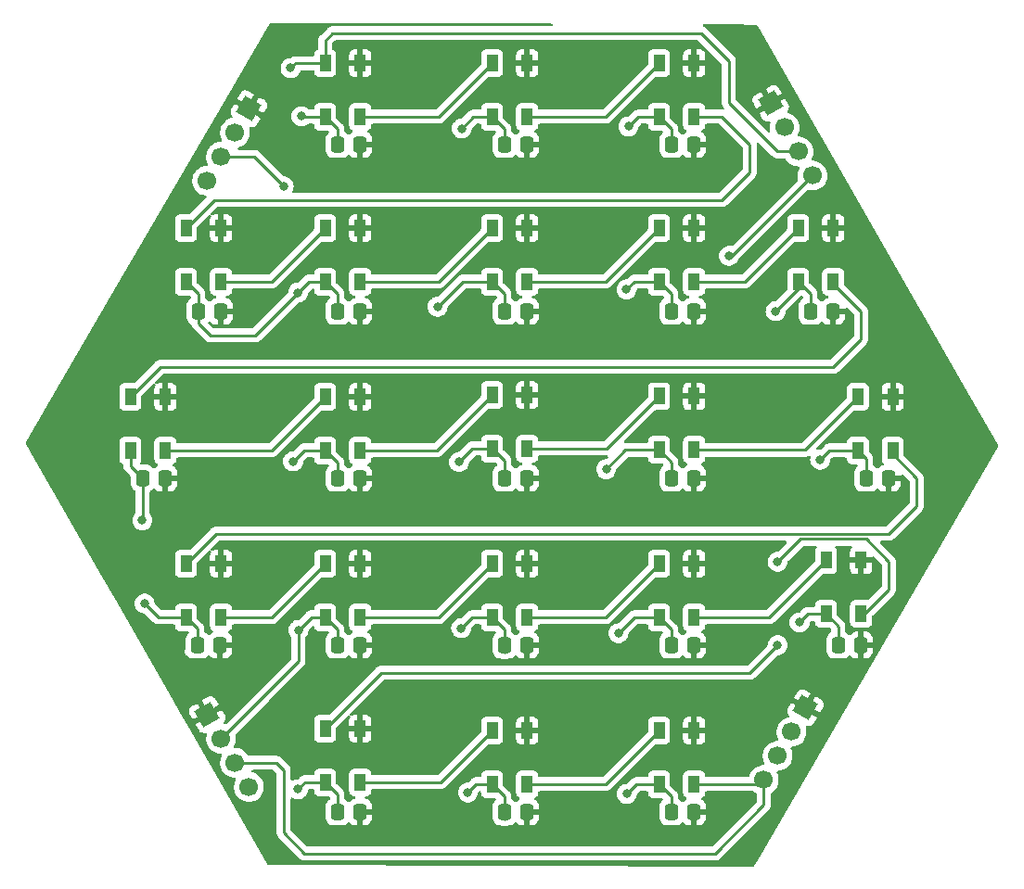
<source format=gtl>
G04 #@! TF.GenerationSoftware,KiCad,Pcbnew,6.0.5-a6ca702e91~116~ubuntu22.04.1*
G04 #@! TF.CreationDate,2022-07-22T23:48:50-06:00*
G04 #@! TF.ProjectId,catan_board,63617461-6e5f-4626-9f61-72642e6b6963,rev?*
G04 #@! TF.SameCoordinates,Original*
G04 #@! TF.FileFunction,Copper,L1,Top*
G04 #@! TF.FilePolarity,Positive*
%FSLAX46Y46*%
G04 Gerber Fmt 4.6, Leading zero omitted, Abs format (unit mm)*
G04 Created by KiCad (PCBNEW 6.0.5-a6ca702e91~116~ubuntu22.04.1) date 2022-07-22 23:48:50*
%MOMM*%
%LPD*%
G01*
G04 APERTURE LIST*
G04 Aperture macros list*
%AMRoundRect*
0 Rectangle with rounded corners*
0 $1 Rounding radius*
0 $2 $3 $4 $5 $6 $7 $8 $9 X,Y pos of 4 corners*
0 Add a 4 corners polygon primitive as box body*
4,1,4,$2,$3,$4,$5,$6,$7,$8,$9,$2,$3,0*
0 Add four circle primitives for the rounded corners*
1,1,$1+$1,$2,$3*
1,1,$1+$1,$4,$5*
1,1,$1+$1,$6,$7*
1,1,$1+$1,$8,$9*
0 Add four rect primitives between the rounded corners*
20,1,$1+$1,$2,$3,$4,$5,0*
20,1,$1+$1,$4,$5,$6,$7,0*
20,1,$1+$1,$6,$7,$8,$9,0*
20,1,$1+$1,$8,$9,$2,$3,0*%
%AMHorizOval*
0 Thick line with rounded ends*
0 $1 width*
0 $2 $3 position (X,Y) of the first rounded end (center of the circle)*
0 $4 $5 position (X,Y) of the second rounded end (center of the circle)*
0 Add line between two ends*
20,1,$1,$2,$3,$4,$5,0*
0 Add two circle primitives to create the rounded ends*
1,1,$1,$2,$3*
1,1,$1,$4,$5*%
%AMRotRect*
0 Rectangle, with rotation*
0 The origin of the aperture is its center*
0 $1 length*
0 $2 width*
0 $3 Rotation angle, in degrees counterclockwise*
0 Add horizontal line*
21,1,$1,$2,0,0,$3*%
G04 Aperture macros list end*
G04 #@! TA.AperFunction,SMDPad,CuDef*
%ADD10RoundRect,0.250000X-0.337500X-0.475000X0.337500X-0.475000X0.337500X0.475000X-0.337500X0.475000X0*%
G04 #@! TD*
G04 #@! TA.AperFunction,SMDPad,CuDef*
%ADD11R,1.000000X1.500000*%
G04 #@! TD*
G04 #@! TA.AperFunction,ComponentPad*
%ADD12RotRect,1.700000X1.700000X330.000000*%
G04 #@! TD*
G04 #@! TA.AperFunction,ComponentPad*
%ADD13HorizOval,1.700000X0.000000X0.000000X0.000000X0.000000X0*%
G04 #@! TD*
G04 #@! TA.AperFunction,ComponentPad*
%ADD14RotRect,1.700000X1.700000X30.000000*%
G04 #@! TD*
G04 #@! TA.AperFunction,ComponentPad*
%ADD15HorizOval,1.700000X0.000000X0.000000X0.000000X0.000000X0*%
G04 #@! TD*
G04 #@! TA.AperFunction,ViaPad*
%ADD16C,0.800000*%
G04 #@! TD*
G04 #@! TA.AperFunction,Conductor*
%ADD17C,0.250000*%
G04 #@! TD*
G04 APERTURE END LIST*
D10*
X137625000Y-66040000D03*
X139700000Y-66040000D03*
X152865000Y-66040000D03*
X154940000Y-66040000D03*
X109685000Y-81280000D03*
X111760000Y-81280000D03*
X122385000Y-81280000D03*
X124460000Y-81280000D03*
X137625000Y-81280000D03*
X139700000Y-81280000D03*
X152865000Y-81280000D03*
X154940000Y-81280000D03*
X165565000Y-81280000D03*
X167640000Y-81280000D03*
X104605000Y-96520000D03*
X106680000Y-96520000D03*
X122385000Y-96520000D03*
X124460000Y-96520000D03*
X137625000Y-96520000D03*
X139700000Y-96520000D03*
X152865000Y-96520000D03*
X154940000Y-96520000D03*
X109608800Y-111760000D03*
X111683800Y-111760000D03*
X137625000Y-111760000D03*
X139700000Y-111760000D03*
X152865000Y-111760000D03*
X154940000Y-111760000D03*
X168105000Y-111760000D03*
X170180000Y-111760000D03*
X122385000Y-127000000D03*
X124460000Y-127000000D03*
X137625000Y-127000000D03*
X139700000Y-127000000D03*
X152865000Y-127000000D03*
X154940000Y-127000000D03*
X170645000Y-96520000D03*
X172720000Y-96520000D03*
X122385000Y-111760000D03*
X124460000Y-111760000D03*
X122385000Y-66040000D03*
X124460000Y-66040000D03*
D11*
X121260000Y-63500000D03*
X124460000Y-63500000D03*
X124460000Y-58600000D03*
X121260000Y-58600000D03*
X136500000Y-63500000D03*
X139700000Y-63500000D03*
X139700000Y-58600000D03*
X136500000Y-58600000D03*
X151740000Y-63500000D03*
X154940000Y-63500000D03*
X154940000Y-58600000D03*
X151740000Y-58600000D03*
X108560000Y-78560000D03*
X111760000Y-78560000D03*
X111760000Y-73660000D03*
X108560000Y-73660000D03*
X121260000Y-78560000D03*
X124460000Y-78560000D03*
X124460000Y-73660000D03*
X121260000Y-73660000D03*
X136500000Y-78560000D03*
X139700000Y-78560000D03*
X139700000Y-73660000D03*
X136500000Y-73660000D03*
X151740000Y-78560000D03*
X154940000Y-78560000D03*
X154940000Y-73660000D03*
X151740000Y-73660000D03*
X164440000Y-78560000D03*
X167640000Y-78560000D03*
X167640000Y-73660000D03*
X164440000Y-73660000D03*
X103480000Y-93980000D03*
X106680000Y-93980000D03*
X106680000Y-89080000D03*
X103480000Y-89080000D03*
X121260000Y-93980000D03*
X124460000Y-93980000D03*
X124460000Y-89080000D03*
X121260000Y-89080000D03*
X136500000Y-93800000D03*
X139700000Y-93800000D03*
X139700000Y-88900000D03*
X136500000Y-88900000D03*
X151740000Y-93927000D03*
X154940000Y-93927000D03*
X154940000Y-89027000D03*
X151740000Y-89027000D03*
X169875400Y-93980000D03*
X173075400Y-93980000D03*
X173075400Y-89080000D03*
X169875400Y-89080000D03*
X108560000Y-109220000D03*
X111760000Y-109220000D03*
X111760000Y-104320000D03*
X108560000Y-104320000D03*
X121260000Y-109220000D03*
X124460000Y-109220000D03*
X124460000Y-104320000D03*
X121260000Y-104320000D03*
X136500000Y-109220000D03*
X139700000Y-109220000D03*
X139700000Y-104320000D03*
X136500000Y-104320000D03*
X151740000Y-109220000D03*
X154940000Y-109220000D03*
X154940000Y-104320000D03*
X151740000Y-104320000D03*
X166980000Y-108913000D03*
X170180000Y-108913000D03*
X170180000Y-104013000D03*
X166980000Y-104013000D03*
X121260000Y-124280000D03*
X124460000Y-124280000D03*
X124460000Y-119380000D03*
X121260000Y-119380000D03*
X136500000Y-124460000D03*
X139700000Y-124460000D03*
X139700000Y-119560000D03*
X136500000Y-119560000D03*
X151740000Y-124460000D03*
X154940000Y-124460000D03*
X154940000Y-119560000D03*
X151740000Y-119560000D03*
D12*
X114300000Y-62749104D03*
D13*
X113030000Y-64948809D03*
X111760000Y-67148513D03*
X110490000Y-69348218D03*
D14*
X110490000Y-118110000D03*
D15*
X111760000Y-120309705D03*
X113030000Y-122509409D03*
X114300000Y-124709114D03*
D14*
X161925000Y-62275591D03*
D15*
X163195000Y-64475296D03*
X164465000Y-66675000D03*
X165735000Y-68874705D03*
D12*
X165100000Y-117475000D03*
D13*
X163830000Y-119674705D03*
X162560000Y-121874409D03*
X161290000Y-124074114D03*
D16*
X118821200Y-110388400D03*
X119100600Y-63449200D03*
X148031200Y-110667800D03*
X118770400Y-124917200D03*
X133680200Y-110210600D03*
X133731000Y-64566800D03*
X104775000Y-107950000D03*
X118795800Y-79552800D03*
X148945600Y-64389000D03*
X148767800Y-79273400D03*
X148793200Y-125349000D03*
X146913600Y-95681800D03*
X164566600Y-109677200D03*
X162382200Y-81254600D03*
X118338600Y-94970600D03*
X134289800Y-125222000D03*
X104571800Y-100355400D03*
X133477000Y-95021400D03*
X131521200Y-80848200D03*
X166446200Y-94818200D03*
X118110000Y-59055000D03*
X162560000Y-111760000D03*
X162560000Y-104140000D03*
X158115000Y-76200000D03*
X117475000Y-69850000D03*
D17*
X167284400Y-93980000D02*
X166446200Y-94818200D01*
X108560000Y-109220000D02*
X106045000Y-109220000D01*
X152865000Y-127000000D02*
X152865000Y-125585000D01*
X104605000Y-100322200D02*
X104571800Y-100355400D01*
X103480000Y-93980000D02*
X103480000Y-95395000D01*
X122385000Y-95105000D02*
X121260000Y-93980000D01*
X122385000Y-66040000D02*
X122385000Y-64625000D01*
X119788600Y-78560000D02*
X118795800Y-79552800D01*
X122385000Y-127000000D02*
X122385000Y-125405000D01*
X166980000Y-108913000D02*
X165330800Y-108913000D01*
X136500000Y-78560000D02*
X133809400Y-78560000D01*
X110769400Y-83464400D02*
X114884200Y-83464400D01*
X164440000Y-78560000D02*
X164440000Y-79196800D01*
X133809400Y-78560000D02*
X131521200Y-80848200D01*
X121260000Y-63500000D02*
X119151400Y-63500000D01*
X134797800Y-63500000D02*
X133731000Y-64566800D01*
X134670800Y-109220000D02*
X133680200Y-110210600D01*
X165565000Y-79685000D02*
X164440000Y-78560000D01*
X121260000Y-93980000D02*
X119329200Y-93980000D01*
X149682200Y-124460000D02*
X148793200Y-125349000D01*
X136500000Y-63500000D02*
X134797800Y-63500000D01*
X103480000Y-95395000D02*
X104605000Y-96520000D01*
X109685000Y-81280000D02*
X109685000Y-82380000D01*
X152865000Y-96520000D02*
X152865000Y-95052000D01*
X152865000Y-125585000D02*
X151740000Y-124460000D01*
X152865000Y-95052000D02*
X151740000Y-93927000D01*
X137625000Y-94925000D02*
X136500000Y-93800000D01*
X106045000Y-109220000D02*
X104775000Y-107950000D01*
X121260000Y-78560000D02*
X119788600Y-78560000D01*
X137625000Y-111760000D02*
X137625000Y-110345000D01*
X119151400Y-63500000D02*
X119100600Y-63449200D01*
X109608800Y-110268800D02*
X108560000Y-109220000D01*
X109685000Y-79685000D02*
X108560000Y-78560000D01*
X152865000Y-64625000D02*
X151740000Y-63500000D01*
X121260000Y-124280000D02*
X119407600Y-124280000D01*
X136500000Y-109220000D02*
X134670800Y-109220000D01*
X122385000Y-81280000D02*
X122385000Y-79685000D01*
X170645000Y-96520000D02*
X170645000Y-94749600D01*
X165565000Y-81280000D02*
X165565000Y-79685000D01*
X122385000Y-79685000D02*
X121260000Y-78560000D01*
X149479000Y-109220000D02*
X148031200Y-110667800D01*
X152865000Y-110345000D02*
X151740000Y-109220000D01*
X122385000Y-125405000D02*
X121260000Y-124280000D01*
X109685000Y-82380000D02*
X110769400Y-83464400D01*
X151740000Y-63500000D02*
X151740000Y-63474200D01*
X136500000Y-124460000D02*
X135051800Y-124460000D01*
X137625000Y-125585000D02*
X136500000Y-124460000D01*
X114884200Y-83464400D02*
X118795800Y-79552800D01*
X137625000Y-110345000D02*
X136500000Y-109220000D01*
X152865000Y-111760000D02*
X152865000Y-111971000D01*
X119989600Y-109220000D02*
X118821200Y-110388400D01*
X152865000Y-79685000D02*
X151740000Y-78560000D01*
X137625000Y-127000000D02*
X137625000Y-127668200D01*
X134698400Y-93800000D02*
X133477000Y-95021400D01*
X148668400Y-93927000D02*
X146913600Y-95681800D01*
X137625000Y-79685000D02*
X136500000Y-78560000D01*
X136500000Y-93800000D02*
X134698400Y-93800000D01*
X122385000Y-111760000D02*
X121920000Y-111760000D01*
X118821200Y-113248505D02*
X118821200Y-110388400D01*
X122385000Y-96520000D02*
X122385000Y-95105000D01*
X169875400Y-93980000D02*
X167284400Y-93980000D01*
X149834600Y-63500000D02*
X148945600Y-64389000D01*
X122385000Y-96520000D02*
X122385000Y-96959600D01*
X151740000Y-78560000D02*
X149481200Y-78560000D01*
X109685000Y-81280000D02*
X109685000Y-79685000D01*
X121260000Y-109220000D02*
X119989600Y-109220000D01*
X137625000Y-81280000D02*
X137625000Y-79685000D01*
X135051800Y-124460000D02*
X134289800Y-125222000D01*
X137625000Y-96520000D02*
X137625000Y-94925000D01*
X149481200Y-78560000D02*
X148767800Y-79273400D01*
X122385000Y-110345000D02*
X121260000Y-109220000D01*
X109608800Y-111760000D02*
X109608800Y-110268800D01*
X152865000Y-81280000D02*
X152865000Y-79685000D01*
X137625000Y-64625000D02*
X136500000Y-63500000D01*
X111760000Y-120309705D02*
X118821200Y-113248505D01*
X104605000Y-96520000D02*
X104605000Y-100322200D01*
X109093000Y-112275800D02*
X109608800Y-111760000D01*
X152865000Y-66040000D02*
X152865000Y-64625000D01*
X122385000Y-111760000D02*
X122385000Y-110345000D01*
X170645000Y-94749600D02*
X169875400Y-93980000D01*
X122385000Y-64625000D02*
X121260000Y-63500000D01*
X151740000Y-63500000D02*
X149834600Y-63500000D01*
X137625000Y-127000000D02*
X137625000Y-125585000D01*
X151740000Y-93927000D02*
X148668400Y-93927000D01*
X164440000Y-79196800D02*
X162382200Y-81254600D01*
X119329200Y-93980000D02*
X118338600Y-94970600D01*
X168105000Y-110038000D02*
X166980000Y-108913000D01*
X168105000Y-111760000D02*
X168105000Y-110038000D01*
X165330800Y-108913000D02*
X164566600Y-109677200D01*
X151740000Y-109220000D02*
X149479000Y-109220000D01*
X137625000Y-111760000D02*
X137625000Y-112428200D01*
X152865000Y-111760000D02*
X152865000Y-110345000D01*
X137625000Y-66040000D02*
X137625000Y-64625000D01*
X151740000Y-124460000D02*
X149682200Y-124460000D01*
X119407600Y-124280000D02*
X118770400Y-124917200D01*
X124460000Y-63500000D02*
X131600000Y-63500000D01*
X131600000Y-63500000D02*
X136500000Y-58600000D01*
X121260000Y-56540000D02*
X121920000Y-55880000D01*
X121260000Y-58600000D02*
X121260000Y-56540000D01*
X162560000Y-66675000D02*
X164465000Y-66675000D01*
X118565000Y-58600000D02*
X121260000Y-58600000D01*
X158115000Y-62230000D02*
X162560000Y-66675000D01*
X121260000Y-58600000D02*
X121260000Y-59155802D01*
X155575000Y-55880000D02*
X158115000Y-58420000D01*
X158115000Y-58420000D02*
X158115000Y-62230000D01*
X121920000Y-55880000D02*
X155575000Y-55880000D01*
X118110000Y-59055000D02*
X118565000Y-58600000D01*
X146840000Y-63500000D02*
X151740000Y-58600000D01*
X139700000Y-63500000D02*
X146840000Y-63500000D01*
X157480000Y-63500000D02*
X160020000Y-66040000D01*
X160020000Y-68580000D02*
X157480000Y-71120000D01*
X160020000Y-66040000D02*
X160020000Y-68580000D01*
X111100000Y-71120000D02*
X108560000Y-73660000D01*
X154940000Y-63500000D02*
X157480000Y-63500000D01*
X157480000Y-71120000D02*
X111100000Y-71120000D01*
X111760000Y-78560000D02*
X116360000Y-78560000D01*
X116360000Y-78560000D02*
X121260000Y-73660000D01*
X124460000Y-78560000D02*
X131600000Y-78560000D01*
X131600000Y-78560000D02*
X136500000Y-73660000D01*
X139700000Y-78560000D02*
X146840000Y-78560000D01*
X146840000Y-78560000D02*
X151740000Y-73660000D01*
X159540000Y-78560000D02*
X164440000Y-73660000D01*
X154940000Y-78560000D02*
X159540000Y-78560000D01*
X106200000Y-86360000D02*
X103480000Y-89080000D01*
X167640000Y-78740000D02*
X170180000Y-81280000D01*
X167640000Y-78560000D02*
X167640000Y-78740000D01*
X167640000Y-86360000D02*
X106200000Y-86360000D01*
X170180000Y-81280000D02*
X170180000Y-83820000D01*
X170180000Y-83820000D02*
X167640000Y-86360000D01*
X106680000Y-93980000D02*
X116360000Y-93980000D01*
X116360000Y-93980000D02*
X121260000Y-89080000D01*
X124460000Y-93980000D02*
X131420000Y-93980000D01*
X131420000Y-93980000D02*
X136500000Y-88900000D01*
X146967000Y-93800000D02*
X151740000Y-89027000D01*
X139700000Y-93800000D02*
X146967000Y-93800000D01*
X154940000Y-93927000D02*
X165028400Y-93927000D01*
X165028400Y-93927000D02*
X169875400Y-89080000D01*
X111280000Y-101600000D02*
X108560000Y-104320000D01*
X175260000Y-99060000D02*
X172720000Y-101600000D01*
X173075400Y-93980000D02*
X173075400Y-94335400D01*
X175260000Y-96520000D02*
X175260000Y-99060000D01*
X172720000Y-101600000D02*
X111280000Y-101600000D01*
X173075400Y-94335400D02*
X175260000Y-96520000D01*
X116360000Y-109220000D02*
X121260000Y-104320000D01*
X111760000Y-109220000D02*
X116360000Y-109220000D01*
X124460000Y-109220000D02*
X131600000Y-109220000D01*
X131600000Y-109220000D02*
X136500000Y-104320000D01*
X139700000Y-109220000D02*
X146840000Y-109220000D01*
X146840000Y-109220000D02*
X151740000Y-104320000D01*
X154940000Y-109220000D02*
X161773000Y-109220000D01*
X161773000Y-109220000D02*
X166980000Y-104013000D01*
X160020000Y-114300000D02*
X126340000Y-114300000D01*
X170487000Y-108913000D02*
X172720000Y-106680000D01*
X172720000Y-106680000D02*
X172720000Y-104140000D01*
X126340000Y-114300000D02*
X121260000Y-119380000D01*
X162560000Y-111760000D02*
X160020000Y-114300000D01*
X172720000Y-104140000D02*
X170630010Y-102050010D01*
X170180000Y-108913000D02*
X170487000Y-108913000D01*
X170630010Y-102050010D02*
X164649990Y-102050010D01*
X164649990Y-102050010D02*
X162560000Y-104140000D01*
X124460000Y-124280000D02*
X131780000Y-124280000D01*
X131780000Y-124280000D02*
X136500000Y-119560000D01*
X146840000Y-124460000D02*
X151740000Y-119560000D01*
X139700000Y-124460000D02*
X146840000Y-124460000D01*
X160904114Y-124460000D02*
X161290000Y-124074114D01*
X113030000Y-122509409D02*
X116794409Y-122509409D01*
X119380000Y-130810000D02*
X156845000Y-130810000D01*
X161290000Y-126365000D02*
X161290000Y-124074114D01*
X117475000Y-123190000D02*
X117475000Y-128905000D01*
X114773513Y-67148513D02*
X111760000Y-67148513D01*
X154940000Y-124460000D02*
X160904114Y-124460000D01*
X116794409Y-122509409D02*
X117475000Y-123190000D01*
X165735000Y-68874705D02*
X158409705Y-76200000D01*
X117475000Y-128905000D02*
X119380000Y-130810000D01*
X156845000Y-130810000D02*
X161290000Y-126365000D01*
X158409705Y-76200000D02*
X158115000Y-76200000D01*
X117475000Y-69850000D02*
X114773513Y-67148513D01*
G04 #@! TA.AperFunction,Conductor*
G36*
X141893004Y-54994501D02*
G01*
X141961064Y-55014710D01*
X142007393Y-55068508D01*
X142017282Y-55138812D01*
X141987592Y-55203303D01*
X141927749Y-55241504D01*
X141892620Y-55246500D01*
X121998767Y-55246500D01*
X121987584Y-55245973D01*
X121980091Y-55244298D01*
X121972165Y-55244547D01*
X121972164Y-55244547D01*
X121912001Y-55246438D01*
X121908043Y-55246500D01*
X121880144Y-55246500D01*
X121876154Y-55247004D01*
X121864320Y-55247936D01*
X121820111Y-55249326D01*
X121812497Y-55251538D01*
X121812492Y-55251539D01*
X121800659Y-55254977D01*
X121781296Y-55258988D01*
X121761203Y-55261526D01*
X121753836Y-55264443D01*
X121753831Y-55264444D01*
X121720092Y-55277802D01*
X121708865Y-55281646D01*
X121666407Y-55293982D01*
X121659581Y-55298019D01*
X121648972Y-55304293D01*
X121631224Y-55312988D01*
X121612383Y-55320448D01*
X121605967Y-55325110D01*
X121605966Y-55325110D01*
X121576613Y-55346436D01*
X121566693Y-55352952D01*
X121535465Y-55371420D01*
X121535462Y-55371422D01*
X121528638Y-55375458D01*
X121514317Y-55389779D01*
X121499284Y-55402619D01*
X121482893Y-55414528D01*
X121456516Y-55446413D01*
X121454712Y-55448593D01*
X121446722Y-55457374D01*
X120867742Y-56036353D01*
X120859463Y-56043887D01*
X120852982Y-56048000D01*
X120806357Y-56097651D01*
X120803602Y-56100493D01*
X120783865Y-56120230D01*
X120781385Y-56123427D01*
X120773682Y-56132447D01*
X120743414Y-56164679D01*
X120739595Y-56171625D01*
X120739593Y-56171628D01*
X120733652Y-56182434D01*
X120722801Y-56198953D01*
X120710386Y-56214959D01*
X120707241Y-56222228D01*
X120707238Y-56222232D01*
X120692826Y-56255537D01*
X120687609Y-56266187D01*
X120666305Y-56304940D01*
X120664334Y-56312615D01*
X120664334Y-56312616D01*
X120661267Y-56324562D01*
X120654863Y-56343266D01*
X120646819Y-56361855D01*
X120645580Y-56369678D01*
X120645577Y-56369688D01*
X120639901Y-56405524D01*
X120637495Y-56417144D01*
X120626500Y-56459970D01*
X120626500Y-56480224D01*
X120624949Y-56499934D01*
X120621780Y-56519943D01*
X120622526Y-56527835D01*
X120625941Y-56563961D01*
X120626500Y-56575819D01*
X120626500Y-57269618D01*
X120606498Y-57337739D01*
X120552842Y-57384232D01*
X120544731Y-57387599D01*
X120521707Y-57396231D01*
X120521704Y-57396232D01*
X120513295Y-57399385D01*
X120396739Y-57486739D01*
X120309385Y-57603295D01*
X120258255Y-57739684D01*
X120251500Y-57801866D01*
X120251500Y-57840500D01*
X120231498Y-57908621D01*
X120177842Y-57955114D01*
X120125500Y-57966500D01*
X118643767Y-57966500D01*
X118632584Y-57965973D01*
X118625091Y-57964298D01*
X118617165Y-57964547D01*
X118617164Y-57964547D01*
X118557014Y-57966438D01*
X118553055Y-57966500D01*
X118525144Y-57966500D01*
X118521210Y-57966997D01*
X118521209Y-57966997D01*
X118521144Y-57967005D01*
X118509307Y-57967938D01*
X118477490Y-57968938D01*
X118473029Y-57969078D01*
X118465110Y-57969327D01*
X118447454Y-57974456D01*
X118445658Y-57974978D01*
X118426306Y-57978986D01*
X118419235Y-57979880D01*
X118406203Y-57981526D01*
X118398834Y-57984443D01*
X118398832Y-57984444D01*
X118365097Y-57997800D01*
X118353869Y-58001645D01*
X118311407Y-58013982D01*
X118304585Y-58018016D01*
X118304579Y-58018019D01*
X118293968Y-58024294D01*
X118276218Y-58032990D01*
X118264756Y-58037528D01*
X118264751Y-58037531D01*
X118257383Y-58040448D01*
X118250968Y-58045109D01*
X118221625Y-58066427D01*
X118211707Y-58072943D01*
X118193019Y-58083995D01*
X118173637Y-58095458D01*
X118159500Y-58109595D01*
X118097188Y-58143621D01*
X118070405Y-58146500D01*
X118014513Y-58146500D01*
X118008061Y-58147872D01*
X118008056Y-58147872D01*
X117952967Y-58159582D01*
X117827712Y-58186206D01*
X117821682Y-58188891D01*
X117821681Y-58188891D01*
X117659278Y-58261197D01*
X117659276Y-58261198D01*
X117653248Y-58263882D01*
X117498747Y-58376134D01*
X117494326Y-58381044D01*
X117494325Y-58381045D01*
X117396278Y-58489938D01*
X117370960Y-58518056D01*
X117367659Y-58523774D01*
X117288775Y-58660405D01*
X117275473Y-58683444D01*
X117216458Y-58865072D01*
X117196496Y-59055000D01*
X117216458Y-59244928D01*
X117275473Y-59426556D01*
X117370960Y-59591944D01*
X117498747Y-59733866D01*
X117582596Y-59794786D01*
X117644668Y-59839884D01*
X117653248Y-59846118D01*
X117659276Y-59848802D01*
X117659278Y-59848803D01*
X117821681Y-59921109D01*
X117827712Y-59923794D01*
X117921112Y-59943647D01*
X118008056Y-59962128D01*
X118008061Y-59962128D01*
X118014513Y-59963500D01*
X118205487Y-59963500D01*
X118211939Y-59962128D01*
X118211944Y-59962128D01*
X118298888Y-59943647D01*
X118392288Y-59923794D01*
X118398319Y-59921109D01*
X118560722Y-59848803D01*
X118560724Y-59848802D01*
X118566752Y-59846118D01*
X118575333Y-59839884D01*
X118637404Y-59794786D01*
X118721253Y-59733866D01*
X118849040Y-59591944D01*
X118944527Y-59426556D01*
X118978966Y-59320564D01*
X119019040Y-59261958D01*
X119084436Y-59234321D01*
X119098799Y-59233500D01*
X120125500Y-59233500D01*
X120193621Y-59253502D01*
X120240114Y-59307158D01*
X120251500Y-59359500D01*
X120251500Y-59398134D01*
X120258255Y-59460316D01*
X120309385Y-59596705D01*
X120396739Y-59713261D01*
X120513295Y-59800615D01*
X120649684Y-59851745D01*
X120711866Y-59858500D01*
X121808134Y-59858500D01*
X121870316Y-59851745D01*
X122006705Y-59800615D01*
X122123261Y-59713261D01*
X122210615Y-59596705D01*
X122261745Y-59460316D01*
X122268500Y-59398134D01*
X122268500Y-59394669D01*
X123452001Y-59394669D01*
X123452371Y-59401490D01*
X123457895Y-59452352D01*
X123461521Y-59467604D01*
X123506676Y-59588054D01*
X123515214Y-59603649D01*
X123591715Y-59705724D01*
X123604276Y-59718285D01*
X123706351Y-59794786D01*
X123721946Y-59803324D01*
X123842394Y-59848478D01*
X123857649Y-59852105D01*
X123908514Y-59857631D01*
X123915328Y-59858000D01*
X124187885Y-59858000D01*
X124203124Y-59853525D01*
X124204329Y-59852135D01*
X124206000Y-59844452D01*
X124206000Y-59839884D01*
X124714000Y-59839884D01*
X124718475Y-59855123D01*
X124719865Y-59856328D01*
X124727548Y-59857999D01*
X125004669Y-59857999D01*
X125011490Y-59857629D01*
X125062352Y-59852105D01*
X125077604Y-59848479D01*
X125198054Y-59803324D01*
X125213649Y-59794786D01*
X125315724Y-59718285D01*
X125328285Y-59705724D01*
X125404786Y-59603649D01*
X125413324Y-59588054D01*
X125458478Y-59467606D01*
X125462105Y-59452351D01*
X125467631Y-59401486D01*
X125468000Y-59394672D01*
X125468000Y-58872115D01*
X125463525Y-58856876D01*
X125462135Y-58855671D01*
X125454452Y-58854000D01*
X124732115Y-58854000D01*
X124716876Y-58858475D01*
X124715671Y-58859865D01*
X124714000Y-58867548D01*
X124714000Y-59839884D01*
X124206000Y-59839884D01*
X124206000Y-58872115D01*
X124201525Y-58856876D01*
X124200135Y-58855671D01*
X124192452Y-58854000D01*
X123470116Y-58854000D01*
X123454877Y-58858475D01*
X123453672Y-58859865D01*
X123452001Y-58867548D01*
X123452001Y-59394669D01*
X122268500Y-59394669D01*
X122268500Y-58327885D01*
X123452000Y-58327885D01*
X123456475Y-58343124D01*
X123457865Y-58344329D01*
X123465548Y-58346000D01*
X124187885Y-58346000D01*
X124203124Y-58341525D01*
X124204329Y-58340135D01*
X124206000Y-58332452D01*
X124206000Y-58327885D01*
X124714000Y-58327885D01*
X124718475Y-58343124D01*
X124719865Y-58344329D01*
X124727548Y-58346000D01*
X125449884Y-58346000D01*
X125465123Y-58341525D01*
X125466328Y-58340135D01*
X125467999Y-58332452D01*
X125467999Y-57805331D01*
X125467629Y-57798510D01*
X125462105Y-57747648D01*
X125458479Y-57732396D01*
X125413324Y-57611946D01*
X125404786Y-57596351D01*
X125328285Y-57494276D01*
X125315724Y-57481715D01*
X125213649Y-57405214D01*
X125198054Y-57396676D01*
X125077606Y-57351522D01*
X125062351Y-57347895D01*
X125011486Y-57342369D01*
X125004672Y-57342000D01*
X124732115Y-57342000D01*
X124716876Y-57346475D01*
X124715671Y-57347865D01*
X124714000Y-57355548D01*
X124714000Y-58327885D01*
X124206000Y-58327885D01*
X124206000Y-57360116D01*
X124201525Y-57344877D01*
X124200135Y-57343672D01*
X124192452Y-57342001D01*
X123915331Y-57342001D01*
X123908510Y-57342371D01*
X123857648Y-57347895D01*
X123842396Y-57351521D01*
X123721946Y-57396676D01*
X123706351Y-57405214D01*
X123604276Y-57481715D01*
X123591715Y-57494276D01*
X123515214Y-57596351D01*
X123506676Y-57611946D01*
X123461522Y-57732394D01*
X123457895Y-57747649D01*
X123452369Y-57798514D01*
X123452000Y-57805328D01*
X123452000Y-58327885D01*
X122268500Y-58327885D01*
X122268500Y-57801866D01*
X122261745Y-57739684D01*
X122210615Y-57603295D01*
X122123261Y-57486739D01*
X122006705Y-57399385D01*
X121998296Y-57396232D01*
X121998293Y-57396231D01*
X121975269Y-57387599D01*
X121918505Y-57344957D01*
X121893806Y-57278395D01*
X121893500Y-57269618D01*
X121893500Y-56854595D01*
X121913502Y-56786474D01*
X121930405Y-56765499D01*
X122145501Y-56550404D01*
X122207813Y-56516379D01*
X122234596Y-56513500D01*
X155260406Y-56513500D01*
X155328527Y-56533502D01*
X155349501Y-56550405D01*
X157444595Y-58645499D01*
X157478621Y-58707811D01*
X157481500Y-58734594D01*
X157481500Y-62151233D01*
X157480973Y-62162416D01*
X157479298Y-62169909D01*
X157479547Y-62177835D01*
X157479547Y-62177836D01*
X157481438Y-62237986D01*
X157481500Y-62241945D01*
X157481500Y-62269856D01*
X157481997Y-62273790D01*
X157481997Y-62273791D01*
X157482005Y-62273856D01*
X157482938Y-62285693D01*
X157484327Y-62329889D01*
X157489978Y-62349339D01*
X157493987Y-62368700D01*
X157494329Y-62371403D01*
X157496526Y-62388797D01*
X157499445Y-62396168D01*
X157499445Y-62396170D01*
X157512804Y-62429912D01*
X157516649Y-62441142D01*
X157528982Y-62483593D01*
X157533015Y-62490412D01*
X157533017Y-62490417D01*
X157539293Y-62501028D01*
X157547988Y-62518776D01*
X157555448Y-62537617D01*
X157560110Y-62544033D01*
X157560110Y-62544034D01*
X157581436Y-62573387D01*
X157587952Y-62583307D01*
X157598060Y-62600398D01*
X157610458Y-62621362D01*
X157624779Y-62635683D01*
X157637619Y-62650716D01*
X157649042Y-62666438D01*
X157672901Y-62733305D01*
X157656822Y-62802457D01*
X157605908Y-62851938D01*
X157547107Y-62866500D01*
X157539776Y-62866500D01*
X157520065Y-62864949D01*
X157511681Y-62863621D01*
X157500057Y-62861780D01*
X157470786Y-62864547D01*
X157456039Y-62865941D01*
X157444181Y-62866500D01*
X156074500Y-62866500D01*
X156006379Y-62846498D01*
X155959886Y-62792842D01*
X155948500Y-62740500D01*
X155948500Y-62701866D01*
X155941745Y-62639684D01*
X155890615Y-62503295D01*
X155803261Y-62386739D01*
X155686705Y-62299385D01*
X155550316Y-62248255D01*
X155494440Y-62242185D01*
X155491531Y-62241869D01*
X155488134Y-62241500D01*
X154391866Y-62241500D01*
X154388469Y-62241869D01*
X154385560Y-62242185D01*
X154329684Y-62248255D01*
X154193295Y-62299385D01*
X154076739Y-62386739D01*
X153989385Y-62503295D01*
X153938255Y-62639684D01*
X153931500Y-62701866D01*
X153931500Y-64298134D01*
X153938255Y-64360316D01*
X153989385Y-64496705D01*
X154076739Y-64613261D01*
X154083919Y-64618642D01*
X154185726Y-64694942D01*
X154193295Y-64700615D01*
X154199576Y-64702970D01*
X154248915Y-64752419D01*
X154263929Y-64821810D01*
X154239044Y-64888303D01*
X154204564Y-64919825D01*
X154134690Y-64963065D01*
X154123292Y-64972099D01*
X154008762Y-65086828D01*
X154001706Y-65095762D01*
X153943788Y-65136823D01*
X153872865Y-65140053D01*
X153811454Y-65104426D01*
X153804654Y-65096593D01*
X153800978Y-65090652D01*
X153675803Y-64965695D01*
X153558383Y-64893316D01*
X153510891Y-64840545D01*
X153498500Y-64786057D01*
X153498500Y-64703767D01*
X153499027Y-64692584D01*
X153500702Y-64685091D01*
X153498562Y-64617014D01*
X153498500Y-64613055D01*
X153498500Y-64585144D01*
X153497995Y-64581144D01*
X153497062Y-64569301D01*
X153496984Y-64566800D01*
X153495673Y-64525110D01*
X153490022Y-64505658D01*
X153486014Y-64486306D01*
X153484467Y-64474063D01*
X153483474Y-64466203D01*
X153480556Y-64458832D01*
X153467200Y-64425097D01*
X153463355Y-64413870D01*
X153459799Y-64401630D01*
X153451018Y-64371407D01*
X153446984Y-64364585D01*
X153446981Y-64364579D01*
X153440706Y-64353968D01*
X153432010Y-64336218D01*
X153427472Y-64324756D01*
X153427469Y-64324751D01*
X153424552Y-64317383D01*
X153398573Y-64281625D01*
X153392057Y-64271707D01*
X153373575Y-64240457D01*
X153369542Y-64233637D01*
X153355218Y-64219313D01*
X153342376Y-64204278D01*
X153330472Y-64187893D01*
X153296406Y-64159711D01*
X153287627Y-64151722D01*
X152785405Y-63649500D01*
X152751379Y-63587188D01*
X152748500Y-63560405D01*
X152748500Y-62701866D01*
X152741745Y-62639684D01*
X152690615Y-62503295D01*
X152603261Y-62386739D01*
X152486705Y-62299385D01*
X152350316Y-62248255D01*
X152294440Y-62242185D01*
X152291531Y-62241869D01*
X152288134Y-62241500D01*
X151191866Y-62241500D01*
X151188469Y-62241869D01*
X151185560Y-62242185D01*
X151129684Y-62248255D01*
X150993295Y-62299385D01*
X150876739Y-62386739D01*
X150789385Y-62503295D01*
X150738255Y-62639684D01*
X150731500Y-62701866D01*
X150731500Y-62740500D01*
X150711498Y-62808621D01*
X150657842Y-62855114D01*
X150605500Y-62866500D01*
X149913367Y-62866500D01*
X149902184Y-62865973D01*
X149894691Y-62864298D01*
X149886765Y-62864547D01*
X149886764Y-62864547D01*
X149826601Y-62866438D01*
X149822643Y-62866500D01*
X149794744Y-62866500D01*
X149790754Y-62867004D01*
X149778920Y-62867936D01*
X149734711Y-62869326D01*
X149727097Y-62871538D01*
X149727092Y-62871539D01*
X149715259Y-62874977D01*
X149695896Y-62878988D01*
X149675803Y-62881526D01*
X149668436Y-62884443D01*
X149668431Y-62884444D01*
X149634692Y-62897802D01*
X149623465Y-62901646D01*
X149581007Y-62913982D01*
X149574181Y-62918019D01*
X149563572Y-62924293D01*
X149545824Y-62932988D01*
X149526983Y-62940448D01*
X149520567Y-62945110D01*
X149520566Y-62945110D01*
X149491213Y-62966436D01*
X149481293Y-62972952D01*
X149450065Y-62991420D01*
X149450062Y-62991422D01*
X149443238Y-62995458D01*
X149428917Y-63009779D01*
X149413884Y-63022619D01*
X149397493Y-63034528D01*
X149392442Y-63040633D01*
X149392437Y-63040638D01*
X149369306Y-63068598D01*
X149361319Y-63077376D01*
X149172861Y-63265835D01*
X148995101Y-63443595D01*
X148932788Y-63477620D01*
X148906005Y-63480500D01*
X148850113Y-63480500D01*
X148843661Y-63481872D01*
X148843656Y-63481872D01*
X148756712Y-63500353D01*
X148663312Y-63520206D01*
X148657282Y-63522891D01*
X148657281Y-63522891D01*
X148494878Y-63595197D01*
X148494876Y-63595198D01*
X148488848Y-63597882D01*
X148483507Y-63601762D01*
X148483506Y-63601763D01*
X148452710Y-63624138D01*
X148334347Y-63710134D01*
X148329926Y-63715044D01*
X148329925Y-63715045D01*
X148221120Y-63835886D01*
X148206560Y-63852056D01*
X148162159Y-63928960D01*
X148116191Y-64008580D01*
X148111073Y-64017444D01*
X148052058Y-64199072D01*
X148051368Y-64205633D01*
X148051368Y-64205635D01*
X148037479Y-64337782D01*
X148032096Y-64389000D01*
X148032786Y-64395565D01*
X148048514Y-64545204D01*
X148052058Y-64578928D01*
X148111073Y-64760556D01*
X148206560Y-64925944D01*
X148210978Y-64930851D01*
X148210979Y-64930852D01*
X148290093Y-65018717D01*
X148334347Y-65067866D01*
X148390484Y-65108652D01*
X148476655Y-65171259D01*
X148488848Y-65180118D01*
X148494876Y-65182802D01*
X148494878Y-65182803D01*
X148644793Y-65249549D01*
X148663312Y-65257794D01*
X148756712Y-65277647D01*
X148843656Y-65296128D01*
X148843661Y-65296128D01*
X148850113Y-65297500D01*
X149041087Y-65297500D01*
X149047539Y-65296128D01*
X149047544Y-65296128D01*
X149134488Y-65277647D01*
X149227888Y-65257794D01*
X149246407Y-65249549D01*
X149396322Y-65182803D01*
X149396324Y-65182802D01*
X149402352Y-65180118D01*
X149414546Y-65171259D01*
X149500716Y-65108652D01*
X149556853Y-65067866D01*
X149601107Y-65018717D01*
X149680221Y-64930852D01*
X149680222Y-64930851D01*
X149684640Y-64925944D01*
X149780127Y-64760556D01*
X149839142Y-64578928D01*
X149842687Y-64545204D01*
X149856507Y-64413708D01*
X149883520Y-64348051D01*
X149892722Y-64337782D01*
X150060101Y-64170404D01*
X150122413Y-64136379D01*
X150149196Y-64133500D01*
X150605500Y-64133500D01*
X150673621Y-64153502D01*
X150720114Y-64207158D01*
X150731500Y-64259500D01*
X150731500Y-64298134D01*
X150738255Y-64360316D01*
X150789385Y-64496705D01*
X150876739Y-64613261D01*
X150993295Y-64700615D01*
X151129684Y-64751745D01*
X151191866Y-64758500D01*
X151956995Y-64758500D01*
X152025116Y-64778502D01*
X152071609Y-64832158D01*
X152081713Y-64902432D01*
X152052219Y-64967012D01*
X152046168Y-64973518D01*
X152007704Y-65012049D01*
X151928195Y-65091697D01*
X151924355Y-65097927D01*
X151924354Y-65097928D01*
X151876084Y-65176237D01*
X151835385Y-65242262D01*
X151779703Y-65410139D01*
X151769000Y-65514600D01*
X151769000Y-66565400D01*
X151769337Y-66568646D01*
X151769337Y-66568650D01*
X151779118Y-66662914D01*
X151779974Y-66671166D01*
X151835950Y-66838946D01*
X151929022Y-66989348D01*
X152054197Y-67114305D01*
X152060427Y-67118145D01*
X152060428Y-67118146D01*
X152197788Y-67202816D01*
X152204762Y-67207115D01*
X152220090Y-67212199D01*
X152366111Y-67260632D01*
X152366113Y-67260632D01*
X152372639Y-67262797D01*
X152379475Y-67263497D01*
X152379478Y-67263498D01*
X152422531Y-67267909D01*
X152477100Y-67273500D01*
X153252900Y-67273500D01*
X153256146Y-67273163D01*
X153256150Y-67273163D01*
X153351808Y-67263238D01*
X153351812Y-67263237D01*
X153358666Y-67262526D01*
X153365202Y-67260345D01*
X153365204Y-67260345D01*
X153509514Y-67212199D01*
X153526446Y-67206550D01*
X153676848Y-67113478D01*
X153801805Y-66988303D01*
X153804602Y-66983765D01*
X153861853Y-66943176D01*
X153932776Y-66939946D01*
X153994187Y-66975572D01*
X154001562Y-66984068D01*
X154009598Y-66994207D01*
X154124329Y-67108739D01*
X154135740Y-67117751D01*
X154273743Y-67202816D01*
X154286924Y-67208963D01*
X154441210Y-67260138D01*
X154454586Y-67263005D01*
X154548938Y-67272672D01*
X154555354Y-67273000D01*
X154667885Y-67273000D01*
X154683124Y-67268525D01*
X154684329Y-67267135D01*
X154686000Y-67259452D01*
X154686000Y-67254884D01*
X155194000Y-67254884D01*
X155198475Y-67270123D01*
X155199865Y-67271328D01*
X155207548Y-67272999D01*
X155324595Y-67272999D01*
X155331114Y-67272662D01*
X155426706Y-67262743D01*
X155440100Y-67259851D01*
X155594284Y-67208412D01*
X155607462Y-67202239D01*
X155745307Y-67116937D01*
X155756708Y-67107901D01*
X155871239Y-66993171D01*
X155880251Y-66981760D01*
X155965316Y-66843757D01*
X155971463Y-66830576D01*
X156022638Y-66676290D01*
X156025505Y-66662914D01*
X156035172Y-66568562D01*
X156035500Y-66562146D01*
X156035500Y-66312115D01*
X156031025Y-66296876D01*
X156029635Y-66295671D01*
X156021952Y-66294000D01*
X155212115Y-66294000D01*
X155196876Y-66298475D01*
X155195671Y-66299865D01*
X155194000Y-66307548D01*
X155194000Y-67254884D01*
X154686000Y-67254884D01*
X154686000Y-65912000D01*
X154706002Y-65843879D01*
X154759658Y-65797386D01*
X154812000Y-65786000D01*
X156017384Y-65786000D01*
X156032623Y-65781525D01*
X156033828Y-65780135D01*
X156035499Y-65772452D01*
X156035499Y-65517905D01*
X156035162Y-65511386D01*
X156025243Y-65415794D01*
X156022351Y-65402400D01*
X155970912Y-65248216D01*
X155964739Y-65235038D01*
X155879437Y-65097193D01*
X155870401Y-65085792D01*
X155755671Y-64971261D01*
X155744260Y-64962249D01*
X155675624Y-64919941D01*
X155628130Y-64867168D01*
X155616707Y-64797097D01*
X155644981Y-64731973D01*
X155680100Y-64703091D01*
X155686705Y-64700615D01*
X155694275Y-64694942D01*
X155796081Y-64618642D01*
X155803261Y-64613261D01*
X155890615Y-64496705D01*
X155941745Y-64360316D01*
X155948500Y-64298134D01*
X155948500Y-64259500D01*
X155968502Y-64191379D01*
X156022158Y-64144886D01*
X156074500Y-64133500D01*
X157165406Y-64133500D01*
X157233527Y-64153502D01*
X157254501Y-64170405D01*
X159349595Y-66265499D01*
X159383621Y-66327811D01*
X159386500Y-66354594D01*
X159386500Y-68265405D01*
X159366498Y-68333526D01*
X159349595Y-68354500D01*
X157254500Y-70449595D01*
X157192188Y-70483621D01*
X157165405Y-70486500D01*
X118374800Y-70486500D01*
X118306679Y-70466498D01*
X118260186Y-70412842D01*
X118250082Y-70342568D01*
X118265681Y-70297500D01*
X118306223Y-70227279D01*
X118306224Y-70227278D01*
X118309527Y-70221556D01*
X118368542Y-70039928D01*
X118388504Y-69850000D01*
X118368542Y-69660072D01*
X118309527Y-69478444D01*
X118214040Y-69313056D01*
X118086253Y-69171134D01*
X117954856Y-69075668D01*
X117937094Y-69062763D01*
X117937093Y-69062762D01*
X117931752Y-69058882D01*
X117925724Y-69056198D01*
X117925722Y-69056197D01*
X117763319Y-68983891D01*
X117763318Y-68983891D01*
X117757288Y-68981206D01*
X117662702Y-68961101D01*
X117576944Y-68942872D01*
X117576939Y-68942872D01*
X117570487Y-68941500D01*
X117514594Y-68941500D01*
X117446473Y-68921498D01*
X117425499Y-68904595D01*
X116364026Y-67843121D01*
X115277165Y-66756260D01*
X115269625Y-66747974D01*
X115265513Y-66741495D01*
X115215861Y-66694869D01*
X115213020Y-66692115D01*
X115193283Y-66672378D01*
X115190086Y-66669898D01*
X115181064Y-66662193D01*
X115154613Y-66637354D01*
X115148834Y-66631927D01*
X115141888Y-66628108D01*
X115141885Y-66628106D01*
X115131079Y-66622165D01*
X115114560Y-66611314D01*
X115114096Y-66610954D01*
X115098554Y-66598899D01*
X115091285Y-66595754D01*
X115091281Y-66595751D01*
X115057976Y-66581339D01*
X115047326Y-66576122D01*
X115008573Y-66554818D01*
X114988950Y-66549780D01*
X114970247Y-66543376D01*
X114958933Y-66538480D01*
X114958932Y-66538480D01*
X114951658Y-66535332D01*
X114943835Y-66534093D01*
X114943825Y-66534090D01*
X114907989Y-66528414D01*
X114896369Y-66526008D01*
X114861224Y-66516985D01*
X114861223Y-66516985D01*
X114853543Y-66515013D01*
X114833289Y-66515013D01*
X114813578Y-66513462D01*
X114801399Y-66511533D01*
X114793570Y-66510293D01*
X114785678Y-66511039D01*
X114749552Y-66514454D01*
X114737694Y-66515013D01*
X113395788Y-66515013D01*
X113327667Y-66495011D01*
X113281174Y-66441355D01*
X113271070Y-66371081D01*
X113300564Y-66306501D01*
X113359580Y-66268327D01*
X113522429Y-66219470D01*
X113522434Y-66219468D01*
X113527384Y-66217983D01*
X113727994Y-66119705D01*
X113909860Y-65989982D01*
X114068096Y-65832298D01*
X114075722Y-65821686D01*
X114195435Y-65655086D01*
X114198453Y-65650886D01*
X114210111Y-65627299D01*
X114295136Y-65455262D01*
X114295137Y-65455260D01*
X114297430Y-65450620D01*
X114344368Y-65296128D01*
X114360865Y-65241832D01*
X114360865Y-65241830D01*
X114362370Y-65236878D01*
X114391529Y-65015399D01*
X114392587Y-64972099D01*
X114393074Y-64952174D01*
X114393074Y-64952170D01*
X114393156Y-64948809D01*
X114374852Y-64726170D01*
X114369225Y-64703767D01*
X114332524Y-64557653D01*
X114335328Y-64486712D01*
X114376041Y-64428549D01*
X114441737Y-64401630D01*
X114475415Y-64402668D01*
X114590620Y-64421843D01*
X114608392Y-64422246D01*
X114735045Y-64407032D01*
X114752207Y-64402433D01*
X114869493Y-64352285D01*
X114884686Y-64343047D01*
X114984010Y-64261318D01*
X114994784Y-64249914D01*
X115024997Y-64208633D01*
X115028728Y-64202909D01*
X115340005Y-63663763D01*
X115343750Y-63648328D01*
X115343147Y-63646588D01*
X115337331Y-63641301D01*
X115004602Y-63449200D01*
X118187096Y-63449200D01*
X118187786Y-63455765D01*
X118205507Y-63624368D01*
X118207058Y-63639128D01*
X118266073Y-63820756D01*
X118269376Y-63826478D01*
X118269377Y-63826479D01*
X118272066Y-63831136D01*
X118361560Y-63986144D01*
X118365978Y-63991051D01*
X118365979Y-63991052D01*
X118480710Y-64118474D01*
X118489347Y-64128066D01*
X118573932Y-64189521D01*
X118600238Y-64208633D01*
X118643848Y-64240318D01*
X118649876Y-64243002D01*
X118649878Y-64243003D01*
X118773705Y-64298134D01*
X118818312Y-64317994D01*
X118904049Y-64336218D01*
X118998656Y-64356328D01*
X118998661Y-64356328D01*
X119005113Y-64357700D01*
X119196087Y-64357700D01*
X119202539Y-64356328D01*
X119202544Y-64356328D01*
X119297151Y-64336218D01*
X119382888Y-64317994D01*
X119427495Y-64298134D01*
X119551322Y-64243003D01*
X119551324Y-64243002D01*
X119557352Y-64240318D01*
X119610741Y-64201529D01*
X119671253Y-64157564D01*
X119738121Y-64133705D01*
X119745314Y-64133500D01*
X120125500Y-64133500D01*
X120193621Y-64153502D01*
X120240114Y-64207158D01*
X120251500Y-64259500D01*
X120251500Y-64298134D01*
X120258255Y-64360316D01*
X120309385Y-64496705D01*
X120396739Y-64613261D01*
X120513295Y-64700615D01*
X120649684Y-64751745D01*
X120711866Y-64758500D01*
X121476995Y-64758500D01*
X121545116Y-64778502D01*
X121591609Y-64832158D01*
X121601713Y-64902432D01*
X121572219Y-64967012D01*
X121566168Y-64973518D01*
X121527704Y-65012049D01*
X121448195Y-65091697D01*
X121444355Y-65097927D01*
X121444354Y-65097928D01*
X121396084Y-65176237D01*
X121355385Y-65242262D01*
X121299703Y-65410139D01*
X121289000Y-65514600D01*
X121289000Y-66565400D01*
X121289337Y-66568646D01*
X121289337Y-66568650D01*
X121299118Y-66662914D01*
X121299974Y-66671166D01*
X121355950Y-66838946D01*
X121449022Y-66989348D01*
X121574197Y-67114305D01*
X121580427Y-67118145D01*
X121580428Y-67118146D01*
X121717788Y-67202816D01*
X121724762Y-67207115D01*
X121740090Y-67212199D01*
X121886111Y-67260632D01*
X121886113Y-67260632D01*
X121892639Y-67262797D01*
X121899475Y-67263497D01*
X121899478Y-67263498D01*
X121942531Y-67267909D01*
X121997100Y-67273500D01*
X122772900Y-67273500D01*
X122776146Y-67273163D01*
X122776150Y-67273163D01*
X122871808Y-67263238D01*
X122871812Y-67263237D01*
X122878666Y-67262526D01*
X122885202Y-67260345D01*
X122885204Y-67260345D01*
X123029514Y-67212199D01*
X123046446Y-67206550D01*
X123196848Y-67113478D01*
X123321805Y-66988303D01*
X123324602Y-66983765D01*
X123381853Y-66943176D01*
X123452776Y-66939946D01*
X123514187Y-66975572D01*
X123521562Y-66984068D01*
X123529598Y-66994207D01*
X123644329Y-67108739D01*
X123655740Y-67117751D01*
X123793743Y-67202816D01*
X123806924Y-67208963D01*
X123961210Y-67260138D01*
X123974586Y-67263005D01*
X124068938Y-67272672D01*
X124075354Y-67273000D01*
X124187885Y-67273000D01*
X124203124Y-67268525D01*
X124204329Y-67267135D01*
X124206000Y-67259452D01*
X124206000Y-67254884D01*
X124714000Y-67254884D01*
X124718475Y-67270123D01*
X124719865Y-67271328D01*
X124727548Y-67272999D01*
X124844595Y-67272999D01*
X124851114Y-67272662D01*
X124946706Y-67262743D01*
X124960100Y-67259851D01*
X125114284Y-67208412D01*
X125127462Y-67202239D01*
X125265307Y-67116937D01*
X125276708Y-67107901D01*
X125391239Y-66993171D01*
X125400251Y-66981760D01*
X125485316Y-66843757D01*
X125491463Y-66830576D01*
X125542638Y-66676290D01*
X125545505Y-66662914D01*
X125555172Y-66568562D01*
X125555500Y-66562146D01*
X125555500Y-66312115D01*
X125551025Y-66296876D01*
X125549635Y-66295671D01*
X125541952Y-66294000D01*
X124732115Y-66294000D01*
X124716876Y-66298475D01*
X124715671Y-66299865D01*
X124714000Y-66307548D01*
X124714000Y-67254884D01*
X124206000Y-67254884D01*
X124206000Y-65912000D01*
X124226002Y-65843879D01*
X124279658Y-65797386D01*
X124332000Y-65786000D01*
X125537384Y-65786000D01*
X125552623Y-65781525D01*
X125553828Y-65780135D01*
X125555499Y-65772452D01*
X125555499Y-65517905D01*
X125555162Y-65511386D01*
X125545243Y-65415794D01*
X125542351Y-65402400D01*
X125490912Y-65248216D01*
X125484739Y-65235038D01*
X125399437Y-65097193D01*
X125390401Y-65085792D01*
X125275671Y-64971261D01*
X125264260Y-64962249D01*
X125195624Y-64919941D01*
X125148130Y-64867168D01*
X125136707Y-64797097D01*
X125164981Y-64731973D01*
X125200100Y-64703091D01*
X125206705Y-64700615D01*
X125214275Y-64694942D01*
X125316081Y-64618642D01*
X125323261Y-64613261D01*
X125358082Y-64566800D01*
X132817496Y-64566800D01*
X132818186Y-64573365D01*
X132831892Y-64703767D01*
X132837458Y-64756728D01*
X132896473Y-64938356D01*
X132899776Y-64944078D01*
X132899777Y-64944079D01*
X132915986Y-64972153D01*
X132991960Y-65103744D01*
X132996378Y-65108651D01*
X132996379Y-65108652D01*
X133111834Y-65236878D01*
X133119747Y-65245666D01*
X133167532Y-65280384D01*
X133265284Y-65351405D01*
X133274248Y-65357918D01*
X133280276Y-65360602D01*
X133280278Y-65360603D01*
X133442681Y-65432909D01*
X133448712Y-65435594D01*
X133541242Y-65455262D01*
X133629056Y-65473928D01*
X133629061Y-65473928D01*
X133635513Y-65475300D01*
X133826487Y-65475300D01*
X133832939Y-65473928D01*
X133832944Y-65473928D01*
X133920758Y-65455262D01*
X134013288Y-65435594D01*
X134019319Y-65432909D01*
X134181722Y-65360603D01*
X134181724Y-65360602D01*
X134187752Y-65357918D01*
X134196717Y-65351405D01*
X134294468Y-65280384D01*
X134342253Y-65245666D01*
X134350166Y-65236878D01*
X134465621Y-65108652D01*
X134465622Y-65108651D01*
X134470040Y-65103744D01*
X134546014Y-64972153D01*
X134562223Y-64944079D01*
X134562224Y-64944078D01*
X134565527Y-64938356D01*
X134624542Y-64756728D01*
X134641907Y-64591508D01*
X134668920Y-64525851D01*
X134678122Y-64515582D01*
X135023301Y-64170404D01*
X135085613Y-64136379D01*
X135112396Y-64133500D01*
X135365500Y-64133500D01*
X135433621Y-64153502D01*
X135480114Y-64207158D01*
X135491500Y-64259500D01*
X135491500Y-64298134D01*
X135498255Y-64360316D01*
X135549385Y-64496705D01*
X135636739Y-64613261D01*
X135753295Y-64700615D01*
X135889684Y-64751745D01*
X135951866Y-64758500D01*
X136716995Y-64758500D01*
X136785116Y-64778502D01*
X136831609Y-64832158D01*
X136841713Y-64902432D01*
X136812219Y-64967012D01*
X136806168Y-64973518D01*
X136767704Y-65012049D01*
X136688195Y-65091697D01*
X136684355Y-65097927D01*
X136684354Y-65097928D01*
X136636084Y-65176237D01*
X136595385Y-65242262D01*
X136539703Y-65410139D01*
X136529000Y-65514600D01*
X136529000Y-66565400D01*
X136529337Y-66568646D01*
X136529337Y-66568650D01*
X136539118Y-66662914D01*
X136539974Y-66671166D01*
X136595950Y-66838946D01*
X136689022Y-66989348D01*
X136814197Y-67114305D01*
X136820427Y-67118145D01*
X136820428Y-67118146D01*
X136957788Y-67202816D01*
X136964762Y-67207115D01*
X136980090Y-67212199D01*
X137126111Y-67260632D01*
X137126113Y-67260632D01*
X137132639Y-67262797D01*
X137139475Y-67263497D01*
X137139478Y-67263498D01*
X137182531Y-67267909D01*
X137237100Y-67273500D01*
X138012900Y-67273500D01*
X138016146Y-67273163D01*
X138016150Y-67273163D01*
X138111808Y-67263238D01*
X138111812Y-67263237D01*
X138118666Y-67262526D01*
X138125202Y-67260345D01*
X138125204Y-67260345D01*
X138269514Y-67212199D01*
X138286446Y-67206550D01*
X138436848Y-67113478D01*
X138561805Y-66988303D01*
X138564602Y-66983765D01*
X138621853Y-66943176D01*
X138692776Y-66939946D01*
X138754187Y-66975572D01*
X138761562Y-66984068D01*
X138769598Y-66994207D01*
X138884329Y-67108739D01*
X138895740Y-67117751D01*
X139033743Y-67202816D01*
X139046924Y-67208963D01*
X139201210Y-67260138D01*
X139214586Y-67263005D01*
X139308938Y-67272672D01*
X139315354Y-67273000D01*
X139427885Y-67273000D01*
X139443124Y-67268525D01*
X139444329Y-67267135D01*
X139446000Y-67259452D01*
X139446000Y-67254884D01*
X139954000Y-67254884D01*
X139958475Y-67270123D01*
X139959865Y-67271328D01*
X139967548Y-67272999D01*
X140084595Y-67272999D01*
X140091114Y-67272662D01*
X140186706Y-67262743D01*
X140200100Y-67259851D01*
X140354284Y-67208412D01*
X140367462Y-67202239D01*
X140505307Y-67116937D01*
X140516708Y-67107901D01*
X140631239Y-66993171D01*
X140640251Y-66981760D01*
X140725316Y-66843757D01*
X140731463Y-66830576D01*
X140782638Y-66676290D01*
X140785505Y-66662914D01*
X140795172Y-66568562D01*
X140795500Y-66562146D01*
X140795500Y-66312115D01*
X140791025Y-66296876D01*
X140789635Y-66295671D01*
X140781952Y-66294000D01*
X139972115Y-66294000D01*
X139956876Y-66298475D01*
X139955671Y-66299865D01*
X139954000Y-66307548D01*
X139954000Y-67254884D01*
X139446000Y-67254884D01*
X139446000Y-65912000D01*
X139466002Y-65843879D01*
X139519658Y-65797386D01*
X139572000Y-65786000D01*
X140777384Y-65786000D01*
X140792623Y-65781525D01*
X140793828Y-65780135D01*
X140795499Y-65772452D01*
X140795499Y-65517905D01*
X140795162Y-65511386D01*
X140785243Y-65415794D01*
X140782351Y-65402400D01*
X140730912Y-65248216D01*
X140724739Y-65235038D01*
X140639437Y-65097193D01*
X140630401Y-65085792D01*
X140515671Y-64971261D01*
X140504260Y-64962249D01*
X140435624Y-64919941D01*
X140388130Y-64867168D01*
X140376707Y-64797097D01*
X140404981Y-64731973D01*
X140440100Y-64703091D01*
X140446705Y-64700615D01*
X140454275Y-64694942D01*
X140556081Y-64618642D01*
X140563261Y-64613261D01*
X140650615Y-64496705D01*
X140701745Y-64360316D01*
X140708500Y-64298134D01*
X140708500Y-64259500D01*
X140728502Y-64191379D01*
X140782158Y-64144886D01*
X140834500Y-64133500D01*
X146761233Y-64133500D01*
X146772416Y-64134027D01*
X146779909Y-64135702D01*
X146787835Y-64135453D01*
X146787836Y-64135453D01*
X146847986Y-64133562D01*
X146851945Y-64133500D01*
X146879856Y-64133500D01*
X146883791Y-64133003D01*
X146883856Y-64132995D01*
X146895693Y-64132062D01*
X146927951Y-64131048D01*
X146931970Y-64130922D01*
X146939889Y-64130673D01*
X146959343Y-64125021D01*
X146978700Y-64121013D01*
X146990930Y-64119468D01*
X146990931Y-64119468D01*
X146998797Y-64118474D01*
X147006168Y-64115555D01*
X147006170Y-64115555D01*
X147039912Y-64102196D01*
X147051142Y-64098351D01*
X147085983Y-64088229D01*
X147085984Y-64088229D01*
X147093593Y-64086018D01*
X147100412Y-64081985D01*
X147100417Y-64081983D01*
X147111028Y-64075707D01*
X147128776Y-64067012D01*
X147147617Y-64059552D01*
X147183387Y-64033564D01*
X147193307Y-64027048D01*
X147224535Y-64008580D01*
X147224538Y-64008578D01*
X147231362Y-64004542D01*
X147245683Y-63990221D01*
X147260717Y-63977380D01*
X147270694Y-63970131D01*
X147277107Y-63965472D01*
X147305298Y-63931395D01*
X147313288Y-63922616D01*
X151340499Y-59895405D01*
X151402811Y-59861379D01*
X151429594Y-59858500D01*
X152288134Y-59858500D01*
X152350316Y-59851745D01*
X152486705Y-59800615D01*
X152603261Y-59713261D01*
X152690615Y-59596705D01*
X152741745Y-59460316D01*
X152748500Y-59398134D01*
X152748500Y-59394669D01*
X153932001Y-59394669D01*
X153932371Y-59401490D01*
X153937895Y-59452352D01*
X153941521Y-59467604D01*
X153986676Y-59588054D01*
X153995214Y-59603649D01*
X154071715Y-59705724D01*
X154084276Y-59718285D01*
X154186351Y-59794786D01*
X154201946Y-59803324D01*
X154322394Y-59848478D01*
X154337649Y-59852105D01*
X154388514Y-59857631D01*
X154395328Y-59858000D01*
X154667885Y-59858000D01*
X154683124Y-59853525D01*
X154684329Y-59852135D01*
X154686000Y-59844452D01*
X154686000Y-59839884D01*
X155194000Y-59839884D01*
X155198475Y-59855123D01*
X155199865Y-59856328D01*
X155207548Y-59857999D01*
X155484669Y-59857999D01*
X155491490Y-59857629D01*
X155542352Y-59852105D01*
X155557604Y-59848479D01*
X155678054Y-59803324D01*
X155693649Y-59794786D01*
X155795724Y-59718285D01*
X155808285Y-59705724D01*
X155884786Y-59603649D01*
X155893324Y-59588054D01*
X155938478Y-59467606D01*
X155942105Y-59452351D01*
X155947631Y-59401486D01*
X155948000Y-59394672D01*
X155948000Y-58872115D01*
X155943525Y-58856876D01*
X155942135Y-58855671D01*
X155934452Y-58854000D01*
X155212115Y-58854000D01*
X155196876Y-58858475D01*
X155195671Y-58859865D01*
X155194000Y-58867548D01*
X155194000Y-59839884D01*
X154686000Y-59839884D01*
X154686000Y-58872115D01*
X154681525Y-58856876D01*
X154680135Y-58855671D01*
X154672452Y-58854000D01*
X153950116Y-58854000D01*
X153934877Y-58858475D01*
X153933672Y-58859865D01*
X153932001Y-58867548D01*
X153932001Y-59394669D01*
X152748500Y-59394669D01*
X152748500Y-58327885D01*
X153932000Y-58327885D01*
X153936475Y-58343124D01*
X153937865Y-58344329D01*
X153945548Y-58346000D01*
X154667885Y-58346000D01*
X154683124Y-58341525D01*
X154684329Y-58340135D01*
X154686000Y-58332452D01*
X154686000Y-58327885D01*
X155194000Y-58327885D01*
X155198475Y-58343124D01*
X155199865Y-58344329D01*
X155207548Y-58346000D01*
X155929884Y-58346000D01*
X155945123Y-58341525D01*
X155946328Y-58340135D01*
X155947999Y-58332452D01*
X155947999Y-57805331D01*
X155947629Y-57798510D01*
X155942105Y-57747648D01*
X155938479Y-57732396D01*
X155893324Y-57611946D01*
X155884786Y-57596351D01*
X155808285Y-57494276D01*
X155795724Y-57481715D01*
X155693649Y-57405214D01*
X155678054Y-57396676D01*
X155557606Y-57351522D01*
X155542351Y-57347895D01*
X155491486Y-57342369D01*
X155484672Y-57342000D01*
X155212115Y-57342000D01*
X155196876Y-57346475D01*
X155195671Y-57347865D01*
X155194000Y-57355548D01*
X155194000Y-58327885D01*
X154686000Y-58327885D01*
X154686000Y-57360116D01*
X154681525Y-57344877D01*
X154680135Y-57343672D01*
X154672452Y-57342001D01*
X154395331Y-57342001D01*
X154388510Y-57342371D01*
X154337648Y-57347895D01*
X154322396Y-57351521D01*
X154201946Y-57396676D01*
X154186351Y-57405214D01*
X154084276Y-57481715D01*
X154071715Y-57494276D01*
X153995214Y-57596351D01*
X153986676Y-57611946D01*
X153941522Y-57732394D01*
X153937895Y-57747649D01*
X153932369Y-57798514D01*
X153932000Y-57805328D01*
X153932000Y-58327885D01*
X152748500Y-58327885D01*
X152748500Y-57801866D01*
X152741745Y-57739684D01*
X152690615Y-57603295D01*
X152603261Y-57486739D01*
X152486705Y-57399385D01*
X152350316Y-57348255D01*
X152288134Y-57341500D01*
X151191866Y-57341500D01*
X151129684Y-57348255D01*
X150993295Y-57399385D01*
X150876739Y-57486739D01*
X150789385Y-57603295D01*
X150738255Y-57739684D01*
X150731500Y-57801866D01*
X150731500Y-58660405D01*
X150711498Y-58728526D01*
X150694595Y-58749500D01*
X146614500Y-62829595D01*
X146552188Y-62863621D01*
X146525405Y-62866500D01*
X140834500Y-62866500D01*
X140766379Y-62846498D01*
X140719886Y-62792842D01*
X140708500Y-62740500D01*
X140708500Y-62701866D01*
X140701745Y-62639684D01*
X140650615Y-62503295D01*
X140563261Y-62386739D01*
X140446705Y-62299385D01*
X140310316Y-62248255D01*
X140254440Y-62242185D01*
X140251531Y-62241869D01*
X140248134Y-62241500D01*
X139151866Y-62241500D01*
X139148469Y-62241869D01*
X139145560Y-62242185D01*
X139089684Y-62248255D01*
X138953295Y-62299385D01*
X138836739Y-62386739D01*
X138749385Y-62503295D01*
X138698255Y-62639684D01*
X138691500Y-62701866D01*
X138691500Y-64298134D01*
X138698255Y-64360316D01*
X138749385Y-64496705D01*
X138836739Y-64613261D01*
X138843919Y-64618642D01*
X138945726Y-64694942D01*
X138953295Y-64700615D01*
X138959576Y-64702970D01*
X139008915Y-64752419D01*
X139023929Y-64821810D01*
X138999044Y-64888303D01*
X138964564Y-64919825D01*
X138894690Y-64963065D01*
X138883292Y-64972099D01*
X138768762Y-65086828D01*
X138761706Y-65095762D01*
X138703788Y-65136823D01*
X138632865Y-65140053D01*
X138571454Y-65104426D01*
X138564654Y-65096593D01*
X138560978Y-65090652D01*
X138435803Y-64965695D01*
X138318383Y-64893316D01*
X138270891Y-64840545D01*
X138258500Y-64786057D01*
X138258500Y-64703767D01*
X138259027Y-64692584D01*
X138260702Y-64685091D01*
X138258562Y-64617014D01*
X138258500Y-64613055D01*
X138258500Y-64585144D01*
X138257995Y-64581144D01*
X138257062Y-64569301D01*
X138256984Y-64566800D01*
X138255673Y-64525110D01*
X138250022Y-64505658D01*
X138246014Y-64486306D01*
X138244467Y-64474063D01*
X138243474Y-64466203D01*
X138240556Y-64458832D01*
X138227200Y-64425097D01*
X138223355Y-64413870D01*
X138219799Y-64401630D01*
X138211018Y-64371407D01*
X138206984Y-64364585D01*
X138206981Y-64364579D01*
X138200706Y-64353968D01*
X138192010Y-64336218D01*
X138187472Y-64324756D01*
X138187469Y-64324751D01*
X138184552Y-64317383D01*
X138158573Y-64281625D01*
X138152057Y-64271707D01*
X138133575Y-64240457D01*
X138129542Y-64233637D01*
X138115218Y-64219313D01*
X138102376Y-64204278D01*
X138090472Y-64187893D01*
X138056406Y-64159711D01*
X138047627Y-64151722D01*
X137545405Y-63649500D01*
X137511379Y-63587188D01*
X137508500Y-63560405D01*
X137508500Y-62701866D01*
X137501745Y-62639684D01*
X137450615Y-62503295D01*
X137363261Y-62386739D01*
X137246705Y-62299385D01*
X137110316Y-62248255D01*
X137054440Y-62242185D01*
X137051531Y-62241869D01*
X137048134Y-62241500D01*
X135951866Y-62241500D01*
X135948469Y-62241869D01*
X135945560Y-62242185D01*
X135889684Y-62248255D01*
X135753295Y-62299385D01*
X135636739Y-62386739D01*
X135549385Y-62503295D01*
X135498255Y-62639684D01*
X135491500Y-62701866D01*
X135491500Y-62740500D01*
X135471498Y-62808621D01*
X135417842Y-62855114D01*
X135365500Y-62866500D01*
X134876567Y-62866500D01*
X134865384Y-62865973D01*
X134857891Y-62864298D01*
X134849965Y-62864547D01*
X134849964Y-62864547D01*
X134789814Y-62866438D01*
X134785855Y-62866500D01*
X134757944Y-62866500D01*
X134754010Y-62866997D01*
X134754009Y-62866997D01*
X134753944Y-62867005D01*
X134742107Y-62867938D01*
X134709849Y-62868952D01*
X134705830Y-62869078D01*
X134697911Y-62869327D01*
X134678457Y-62874979D01*
X134659100Y-62878987D01*
X134646870Y-62880532D01*
X134646869Y-62880532D01*
X134639003Y-62881526D01*
X134631632Y-62884445D01*
X134631630Y-62884445D01*
X134597888Y-62897804D01*
X134586658Y-62901649D01*
X134551817Y-62911771D01*
X134551816Y-62911771D01*
X134544207Y-62913982D01*
X134537388Y-62918015D01*
X134537383Y-62918017D01*
X134526772Y-62924293D01*
X134509024Y-62932988D01*
X134490183Y-62940448D01*
X134483767Y-62945110D01*
X134483766Y-62945110D01*
X134454413Y-62966436D01*
X134444493Y-62972952D01*
X134413265Y-62991420D01*
X134413262Y-62991422D01*
X134406438Y-62995458D01*
X134392117Y-63009779D01*
X134377084Y-63022619D01*
X134360693Y-63034528D01*
X134355643Y-63040632D01*
X134355638Y-63040637D01*
X134332507Y-63068598D01*
X134324517Y-63077379D01*
X133780499Y-63621396D01*
X133718187Y-63655421D01*
X133691404Y-63658300D01*
X133635513Y-63658300D01*
X133629061Y-63659672D01*
X133629056Y-63659672D01*
X133542113Y-63678153D01*
X133448712Y-63698006D01*
X133442682Y-63700691D01*
X133442681Y-63700691D01*
X133280278Y-63772997D01*
X133280276Y-63772998D01*
X133274248Y-63775682D01*
X133268907Y-63779562D01*
X133268906Y-63779563D01*
X133222324Y-63813407D01*
X133119747Y-63887934D01*
X133115326Y-63892844D01*
X133115325Y-63892845D01*
X133039210Y-63977380D01*
X132991960Y-64029856D01*
X132896473Y-64195244D01*
X132837458Y-64376872D01*
X132836768Y-64383433D01*
X132836768Y-64383435D01*
X132831153Y-64436858D01*
X132817496Y-64566800D01*
X125358082Y-64566800D01*
X125410615Y-64496705D01*
X125461745Y-64360316D01*
X125468500Y-64298134D01*
X125468500Y-64259500D01*
X125488502Y-64191379D01*
X125542158Y-64144886D01*
X125594500Y-64133500D01*
X131521233Y-64133500D01*
X131532416Y-64134027D01*
X131539909Y-64135702D01*
X131547835Y-64135453D01*
X131547836Y-64135453D01*
X131607986Y-64133562D01*
X131611945Y-64133500D01*
X131639856Y-64133500D01*
X131643791Y-64133003D01*
X131643856Y-64132995D01*
X131655693Y-64132062D01*
X131687951Y-64131048D01*
X131691970Y-64130922D01*
X131699889Y-64130673D01*
X131719343Y-64125021D01*
X131738700Y-64121013D01*
X131750930Y-64119468D01*
X131750931Y-64119468D01*
X131758797Y-64118474D01*
X131766168Y-64115555D01*
X131766170Y-64115555D01*
X131799912Y-64102196D01*
X131811142Y-64098351D01*
X131845983Y-64088229D01*
X131845984Y-64088229D01*
X131853593Y-64086018D01*
X131860412Y-64081985D01*
X131860417Y-64081983D01*
X131871028Y-64075707D01*
X131888776Y-64067012D01*
X131907617Y-64059552D01*
X131943387Y-64033564D01*
X131953307Y-64027048D01*
X131984535Y-64008580D01*
X131984538Y-64008578D01*
X131991362Y-64004542D01*
X132005683Y-63990221D01*
X132020717Y-63977380D01*
X132030694Y-63970131D01*
X132037107Y-63965472D01*
X132065298Y-63931395D01*
X132073288Y-63922616D01*
X136100499Y-59895405D01*
X136162811Y-59861379D01*
X136189594Y-59858500D01*
X137048134Y-59858500D01*
X137110316Y-59851745D01*
X137246705Y-59800615D01*
X137363261Y-59713261D01*
X137450615Y-59596705D01*
X137501745Y-59460316D01*
X137508500Y-59398134D01*
X137508500Y-59394669D01*
X138692001Y-59394669D01*
X138692371Y-59401490D01*
X138697895Y-59452352D01*
X138701521Y-59467604D01*
X138746676Y-59588054D01*
X138755214Y-59603649D01*
X138831715Y-59705724D01*
X138844276Y-59718285D01*
X138946351Y-59794786D01*
X138961946Y-59803324D01*
X139082394Y-59848478D01*
X139097649Y-59852105D01*
X139148514Y-59857631D01*
X139155328Y-59858000D01*
X139427885Y-59858000D01*
X139443124Y-59853525D01*
X139444329Y-59852135D01*
X139446000Y-59844452D01*
X139446000Y-59839884D01*
X139954000Y-59839884D01*
X139958475Y-59855123D01*
X139959865Y-59856328D01*
X139967548Y-59857999D01*
X140244669Y-59857999D01*
X140251490Y-59857629D01*
X140302352Y-59852105D01*
X140317604Y-59848479D01*
X140438054Y-59803324D01*
X140453649Y-59794786D01*
X140555724Y-59718285D01*
X140568285Y-59705724D01*
X140644786Y-59603649D01*
X140653324Y-59588054D01*
X140698478Y-59467606D01*
X140702105Y-59452351D01*
X140707631Y-59401486D01*
X140708000Y-59394672D01*
X140708000Y-58872115D01*
X140703525Y-58856876D01*
X140702135Y-58855671D01*
X140694452Y-58854000D01*
X139972115Y-58854000D01*
X139956876Y-58858475D01*
X139955671Y-58859865D01*
X139954000Y-58867548D01*
X139954000Y-59839884D01*
X139446000Y-59839884D01*
X139446000Y-58872115D01*
X139441525Y-58856876D01*
X139440135Y-58855671D01*
X139432452Y-58854000D01*
X138710116Y-58854000D01*
X138694877Y-58858475D01*
X138693672Y-58859865D01*
X138692001Y-58867548D01*
X138692001Y-59394669D01*
X137508500Y-59394669D01*
X137508500Y-58327885D01*
X138692000Y-58327885D01*
X138696475Y-58343124D01*
X138697865Y-58344329D01*
X138705548Y-58346000D01*
X139427885Y-58346000D01*
X139443124Y-58341525D01*
X139444329Y-58340135D01*
X139446000Y-58332452D01*
X139446000Y-58327885D01*
X139954000Y-58327885D01*
X139958475Y-58343124D01*
X139959865Y-58344329D01*
X139967548Y-58346000D01*
X140689884Y-58346000D01*
X140705123Y-58341525D01*
X140706328Y-58340135D01*
X140707999Y-58332452D01*
X140707999Y-57805331D01*
X140707629Y-57798510D01*
X140702105Y-57747648D01*
X140698479Y-57732396D01*
X140653324Y-57611946D01*
X140644786Y-57596351D01*
X140568285Y-57494276D01*
X140555724Y-57481715D01*
X140453649Y-57405214D01*
X140438054Y-57396676D01*
X140317606Y-57351522D01*
X140302351Y-57347895D01*
X140251486Y-57342369D01*
X140244672Y-57342000D01*
X139972115Y-57342000D01*
X139956876Y-57346475D01*
X139955671Y-57347865D01*
X139954000Y-57355548D01*
X139954000Y-58327885D01*
X139446000Y-58327885D01*
X139446000Y-57360116D01*
X139441525Y-57344877D01*
X139440135Y-57343672D01*
X139432452Y-57342001D01*
X139155331Y-57342001D01*
X139148510Y-57342371D01*
X139097648Y-57347895D01*
X139082396Y-57351521D01*
X138961946Y-57396676D01*
X138946351Y-57405214D01*
X138844276Y-57481715D01*
X138831715Y-57494276D01*
X138755214Y-57596351D01*
X138746676Y-57611946D01*
X138701522Y-57732394D01*
X138697895Y-57747649D01*
X138692369Y-57798514D01*
X138692000Y-57805328D01*
X138692000Y-58327885D01*
X137508500Y-58327885D01*
X137508500Y-57801866D01*
X137501745Y-57739684D01*
X137450615Y-57603295D01*
X137363261Y-57486739D01*
X137246705Y-57399385D01*
X137110316Y-57348255D01*
X137048134Y-57341500D01*
X135951866Y-57341500D01*
X135889684Y-57348255D01*
X135753295Y-57399385D01*
X135636739Y-57486739D01*
X135549385Y-57603295D01*
X135498255Y-57739684D01*
X135491500Y-57801866D01*
X135491500Y-58660405D01*
X135471498Y-58728526D01*
X135454595Y-58749500D01*
X131374500Y-62829595D01*
X131312188Y-62863621D01*
X131285405Y-62866500D01*
X125594500Y-62866500D01*
X125526379Y-62846498D01*
X125479886Y-62792842D01*
X125468500Y-62740500D01*
X125468500Y-62701866D01*
X125461745Y-62639684D01*
X125410615Y-62503295D01*
X125323261Y-62386739D01*
X125206705Y-62299385D01*
X125070316Y-62248255D01*
X125014440Y-62242185D01*
X125011531Y-62241869D01*
X125008134Y-62241500D01*
X123911866Y-62241500D01*
X123908469Y-62241869D01*
X123905560Y-62242185D01*
X123849684Y-62248255D01*
X123713295Y-62299385D01*
X123596739Y-62386739D01*
X123509385Y-62503295D01*
X123458255Y-62639684D01*
X123451500Y-62701866D01*
X123451500Y-64298134D01*
X123458255Y-64360316D01*
X123509385Y-64496705D01*
X123596739Y-64613261D01*
X123603919Y-64618642D01*
X123705726Y-64694942D01*
X123713295Y-64700615D01*
X123719576Y-64702970D01*
X123768915Y-64752419D01*
X123783929Y-64821810D01*
X123759044Y-64888303D01*
X123724564Y-64919825D01*
X123654690Y-64963065D01*
X123643292Y-64972099D01*
X123528762Y-65086828D01*
X123521706Y-65095762D01*
X123463788Y-65136823D01*
X123392865Y-65140053D01*
X123331454Y-65104426D01*
X123324654Y-65096593D01*
X123320978Y-65090652D01*
X123195803Y-64965695D01*
X123078383Y-64893316D01*
X123030891Y-64840545D01*
X123018500Y-64786057D01*
X123018500Y-64703767D01*
X123019027Y-64692584D01*
X123020702Y-64685091D01*
X123018562Y-64617014D01*
X123018500Y-64613055D01*
X123018500Y-64585144D01*
X123017995Y-64581144D01*
X123017062Y-64569301D01*
X123016984Y-64566800D01*
X123015673Y-64525110D01*
X123010022Y-64505658D01*
X123006014Y-64486306D01*
X123004467Y-64474063D01*
X123003474Y-64466203D01*
X123000556Y-64458832D01*
X122987200Y-64425097D01*
X122983355Y-64413870D01*
X122979799Y-64401630D01*
X122971018Y-64371407D01*
X122966984Y-64364585D01*
X122966981Y-64364579D01*
X122960706Y-64353968D01*
X122952010Y-64336218D01*
X122947472Y-64324756D01*
X122947469Y-64324751D01*
X122944552Y-64317383D01*
X122918573Y-64281625D01*
X122912057Y-64271707D01*
X122893575Y-64240457D01*
X122889542Y-64233637D01*
X122875218Y-64219313D01*
X122862376Y-64204278D01*
X122850472Y-64187893D01*
X122816406Y-64159711D01*
X122807627Y-64151722D01*
X122305405Y-63649500D01*
X122271379Y-63587188D01*
X122268500Y-63560405D01*
X122268500Y-62701866D01*
X122261745Y-62639684D01*
X122210615Y-62503295D01*
X122123261Y-62386739D01*
X122006705Y-62299385D01*
X121870316Y-62248255D01*
X121814440Y-62242185D01*
X121811531Y-62241869D01*
X121808134Y-62241500D01*
X120711866Y-62241500D01*
X120708469Y-62241869D01*
X120705560Y-62242185D01*
X120649684Y-62248255D01*
X120513295Y-62299385D01*
X120396739Y-62386739D01*
X120309385Y-62503295D01*
X120258255Y-62639684D01*
X120251500Y-62701866D01*
X120251500Y-62740500D01*
X120231498Y-62808621D01*
X120177842Y-62855114D01*
X120125500Y-62866500D01*
X119854539Y-62866500D01*
X119786418Y-62846498D01*
X119760907Y-62824815D01*
X119711853Y-62770334D01*
X119557352Y-62658082D01*
X119551324Y-62655398D01*
X119551322Y-62655397D01*
X119388919Y-62583091D01*
X119388918Y-62583091D01*
X119382888Y-62580406D01*
X119289488Y-62560553D01*
X119202544Y-62542072D01*
X119202539Y-62542072D01*
X119196087Y-62540700D01*
X119005113Y-62540700D01*
X118998661Y-62542072D01*
X118998656Y-62542072D01*
X118911712Y-62560553D01*
X118818312Y-62580406D01*
X118812282Y-62583091D01*
X118812281Y-62583091D01*
X118649878Y-62655397D01*
X118649876Y-62655398D01*
X118643848Y-62658082D01*
X118489347Y-62770334D01*
X118484926Y-62775244D01*
X118484925Y-62775245D01*
X118371111Y-62901649D01*
X118361560Y-62912256D01*
X118266073Y-63077644D01*
X118207058Y-63259272D01*
X118187096Y-63449200D01*
X115004602Y-63449200D01*
X114392970Y-63096074D01*
X113630530Y-62655879D01*
X114652283Y-62655879D01*
X114652886Y-62657619D01*
X114658702Y-62662906D01*
X115587373Y-63199075D01*
X115602808Y-63202820D01*
X115604548Y-63202217D01*
X115609835Y-63196401D01*
X115923398Y-62653293D01*
X115926485Y-62647210D01*
X115947132Y-62600398D01*
X115951620Y-62585370D01*
X115972739Y-62458484D01*
X115973142Y-62440712D01*
X115957928Y-62314059D01*
X115953329Y-62296897D01*
X115903181Y-62179611D01*
X115893943Y-62164418D01*
X115812214Y-62065094D01*
X115800810Y-62054320D01*
X115759529Y-62024107D01*
X115753805Y-62020376D01*
X115214659Y-61709099D01*
X115199224Y-61705354D01*
X115197484Y-61705957D01*
X115192197Y-61711773D01*
X114656028Y-62640444D01*
X114652283Y-62655879D01*
X113630530Y-62655879D01*
X113012627Y-62299133D01*
X112997192Y-62295388D01*
X112995452Y-62295991D01*
X112990165Y-62301807D01*
X112676602Y-62844915D01*
X112673515Y-62850998D01*
X112652870Y-62897804D01*
X112648380Y-62912838D01*
X112627261Y-63039724D01*
X112626858Y-63057496D01*
X112642072Y-63184149D01*
X112646671Y-63201311D01*
X112696819Y-63318597D01*
X112706057Y-63333790D01*
X112778238Y-63421510D01*
X112806077Y-63486821D01*
X112794186Y-63556814D01*
X112746342Y-63609269D01*
X112714020Y-63622548D01*
X112714091Y-63622764D01*
X112711168Y-63623719D01*
X112711163Y-63623721D01*
X112709185Y-63624367D01*
X112709183Y-63624368D01*
X112689266Y-63630878D01*
X112501756Y-63692166D01*
X112474699Y-63706251D01*
X112341324Y-63775682D01*
X112303607Y-63795316D01*
X112299474Y-63798419D01*
X112299471Y-63798421D01*
X112180251Y-63887934D01*
X112124965Y-63929444D01*
X112121393Y-63933182D01*
X111993508Y-64067006D01*
X111970629Y-64090947D01*
X111967715Y-64095219D01*
X111967714Y-64095220D01*
X111945308Y-64128066D01*
X111844743Y-64275489D01*
X111828274Y-64310968D01*
X111767456Y-64441991D01*
X111750688Y-64478114D01*
X111690989Y-64693379D01*
X111667251Y-64915504D01*
X111667548Y-64920657D01*
X111667548Y-64920660D01*
X111677111Y-65086517D01*
X111680110Y-65138524D01*
X111681247Y-65143570D01*
X111681248Y-65143576D01*
X111690089Y-65182803D01*
X111729222Y-65356448D01*
X111813266Y-65563425D01*
X111815963Y-65567826D01*
X111815969Y-65567838D01*
X111834201Y-65597589D01*
X111852740Y-65666122D01*
X111831284Y-65733799D01*
X111776645Y-65779132D01*
X111725230Y-65789415D01*
X111707972Y-65789204D01*
X111670080Y-65788741D01*
X111670078Y-65788741D01*
X111664911Y-65788678D01*
X111444091Y-65822468D01*
X111231756Y-65891870D01*
X111193087Y-65912000D01*
X111080487Y-65970616D01*
X111033607Y-65995020D01*
X111029474Y-65998123D01*
X111029471Y-65998125D01*
X110864509Y-66121982D01*
X110854965Y-66129148D01*
X110851393Y-66132886D01*
X110753140Y-66235702D01*
X110700629Y-66290651D01*
X110697715Y-66294923D01*
X110697714Y-66294924D01*
X110692631Y-66302376D01*
X110574743Y-66475193D01*
X110531403Y-66568562D01*
X110483776Y-66671166D01*
X110480688Y-66677818D01*
X110420989Y-66893083D01*
X110397251Y-67115208D01*
X110397548Y-67120361D01*
X110397548Y-67120364D01*
X110406761Y-67280138D01*
X110410110Y-67338228D01*
X110411247Y-67343274D01*
X110411248Y-67343280D01*
X110416969Y-67368665D01*
X110459222Y-67556152D01*
X110495312Y-67645031D01*
X110534892Y-67742505D01*
X110543266Y-67763129D01*
X110545966Y-67767535D01*
X110545968Y-67767539D01*
X110564202Y-67797295D01*
X110582740Y-67865829D01*
X110561283Y-67933505D01*
X110506644Y-67978838D01*
X110455230Y-67989120D01*
X110437972Y-67988909D01*
X110400080Y-67988446D01*
X110400078Y-67988446D01*
X110394911Y-67988383D01*
X110174091Y-68022173D01*
X109961756Y-68091575D01*
X109763607Y-68194725D01*
X109759474Y-68197828D01*
X109759471Y-68197830D01*
X109589100Y-68325748D01*
X109584965Y-68328853D01*
X109581393Y-68332591D01*
X109483140Y-68435407D01*
X109430629Y-68490356D01*
X109427715Y-68494628D01*
X109427714Y-68494629D01*
X109385818Y-68556046D01*
X109304743Y-68674898D01*
X109289093Y-68708614D01*
X109216746Y-68864473D01*
X109210688Y-68877523D01*
X109150989Y-69092788D01*
X109127251Y-69314913D01*
X109127548Y-69320066D01*
X109127548Y-69320069D01*
X109133011Y-69414808D01*
X109140110Y-69537933D01*
X109141247Y-69542979D01*
X109141248Y-69542985D01*
X109161119Y-69631157D01*
X109189222Y-69755857D01*
X109273266Y-69962834D01*
X109275965Y-69967238D01*
X109382814Y-70141600D01*
X109389987Y-70153306D01*
X109536250Y-70322156D01*
X109708126Y-70464850D01*
X109901000Y-70577556D01*
X110109692Y-70657248D01*
X110114760Y-70658279D01*
X110114763Y-70658280D01*
X110269251Y-70689711D01*
X110328597Y-70701785D01*
X110333746Y-70701974D01*
X110399014Y-70729900D01*
X110438826Y-70788684D01*
X110440536Y-70859660D01*
X110407915Y-70916180D01*
X108959500Y-72364595D01*
X108897188Y-72398621D01*
X108870405Y-72401500D01*
X108011866Y-72401500D01*
X107949684Y-72408255D01*
X107813295Y-72459385D01*
X107696739Y-72546739D01*
X107609385Y-72663295D01*
X107558255Y-72799684D01*
X107551500Y-72861866D01*
X107551500Y-74458134D01*
X107558255Y-74520316D01*
X107609385Y-74656705D01*
X107696739Y-74773261D01*
X107813295Y-74860615D01*
X107949684Y-74911745D01*
X108011866Y-74918500D01*
X109108134Y-74918500D01*
X109170316Y-74911745D01*
X109306705Y-74860615D01*
X109423261Y-74773261D01*
X109510615Y-74656705D01*
X109561745Y-74520316D01*
X109568500Y-74458134D01*
X109568500Y-74454669D01*
X110752001Y-74454669D01*
X110752371Y-74461490D01*
X110757895Y-74512352D01*
X110761521Y-74527604D01*
X110806676Y-74648054D01*
X110815214Y-74663649D01*
X110891715Y-74765724D01*
X110904276Y-74778285D01*
X111006351Y-74854786D01*
X111021946Y-74863324D01*
X111142394Y-74908478D01*
X111157649Y-74912105D01*
X111208514Y-74917631D01*
X111215328Y-74918000D01*
X111487885Y-74918000D01*
X111503124Y-74913525D01*
X111504329Y-74912135D01*
X111506000Y-74904452D01*
X111506000Y-74899884D01*
X112014000Y-74899884D01*
X112018475Y-74915123D01*
X112019865Y-74916328D01*
X112027548Y-74917999D01*
X112304669Y-74917999D01*
X112311490Y-74917629D01*
X112362352Y-74912105D01*
X112377604Y-74908479D01*
X112498054Y-74863324D01*
X112513649Y-74854786D01*
X112615724Y-74778285D01*
X112628285Y-74765724D01*
X112704786Y-74663649D01*
X112713324Y-74648054D01*
X112758478Y-74527606D01*
X112762105Y-74512351D01*
X112767631Y-74461486D01*
X112768000Y-74454672D01*
X112768000Y-73932115D01*
X112763525Y-73916876D01*
X112762135Y-73915671D01*
X112754452Y-73914000D01*
X112032115Y-73914000D01*
X112016876Y-73918475D01*
X112015671Y-73919865D01*
X112014000Y-73927548D01*
X112014000Y-74899884D01*
X111506000Y-74899884D01*
X111506000Y-73932115D01*
X111501525Y-73916876D01*
X111500135Y-73915671D01*
X111492452Y-73914000D01*
X110770116Y-73914000D01*
X110754877Y-73918475D01*
X110753672Y-73919865D01*
X110752001Y-73927548D01*
X110752001Y-74454669D01*
X109568500Y-74454669D01*
X109568500Y-73599594D01*
X109588502Y-73531473D01*
X109605405Y-73510499D01*
X110628525Y-72487379D01*
X110690837Y-72453353D01*
X110761652Y-72458418D01*
X110818488Y-72500965D01*
X110843299Y-72567485D01*
X110828208Y-72636859D01*
X110818446Y-72652039D01*
X110815214Y-72656351D01*
X110806676Y-72671946D01*
X110761522Y-72792394D01*
X110757895Y-72807649D01*
X110752369Y-72858514D01*
X110752000Y-72865328D01*
X110752000Y-73387885D01*
X110756475Y-73403124D01*
X110757865Y-73404329D01*
X110765548Y-73406000D01*
X111487885Y-73406000D01*
X111503124Y-73401525D01*
X111504329Y-73400135D01*
X111506000Y-73392452D01*
X111506000Y-73387885D01*
X112014000Y-73387885D01*
X112018475Y-73403124D01*
X112019865Y-73404329D01*
X112027548Y-73406000D01*
X112749884Y-73406000D01*
X112765123Y-73401525D01*
X112766328Y-73400135D01*
X112767999Y-73392452D01*
X112767999Y-72865331D01*
X112767629Y-72858510D01*
X112762105Y-72807648D01*
X112758479Y-72792396D01*
X112713324Y-72671946D01*
X112704786Y-72656351D01*
X112628285Y-72554276D01*
X112615724Y-72541715D01*
X112513649Y-72465214D01*
X112498054Y-72456676D01*
X112377606Y-72411522D01*
X112362351Y-72407895D01*
X112311486Y-72402369D01*
X112304672Y-72402000D01*
X112032115Y-72402000D01*
X112016876Y-72406475D01*
X112015671Y-72407865D01*
X112014000Y-72415548D01*
X112014000Y-73387885D01*
X111506000Y-73387885D01*
X111506000Y-72420116D01*
X111501525Y-72404877D01*
X111500135Y-72403672D01*
X111492452Y-72402001D01*
X111215331Y-72402001D01*
X111208510Y-72402371D01*
X111157648Y-72407895D01*
X111142396Y-72411521D01*
X111021946Y-72456676D01*
X111006351Y-72465214D01*
X111002039Y-72468446D01*
X110935532Y-72493294D01*
X110866150Y-72478241D01*
X110815920Y-72428067D01*
X110800790Y-72358701D01*
X110825564Y-72292167D01*
X110837379Y-72278525D01*
X111325499Y-71790405D01*
X111387811Y-71756379D01*
X111414594Y-71753500D01*
X157401233Y-71753500D01*
X157412416Y-71754027D01*
X157419909Y-71755702D01*
X157427835Y-71755453D01*
X157427836Y-71755453D01*
X157487986Y-71753562D01*
X157491945Y-71753500D01*
X157519856Y-71753500D01*
X157523791Y-71753003D01*
X157523856Y-71752995D01*
X157535693Y-71752062D01*
X157567951Y-71751048D01*
X157571970Y-71750922D01*
X157579889Y-71750673D01*
X157599343Y-71745021D01*
X157618700Y-71741013D01*
X157630930Y-71739468D01*
X157630931Y-71739468D01*
X157638797Y-71738474D01*
X157646168Y-71735555D01*
X157646170Y-71735555D01*
X157679912Y-71722196D01*
X157691142Y-71718351D01*
X157725983Y-71708229D01*
X157725984Y-71708229D01*
X157733593Y-71706018D01*
X157740412Y-71701985D01*
X157740417Y-71701983D01*
X157751028Y-71695707D01*
X157768776Y-71687012D01*
X157787617Y-71679552D01*
X157823387Y-71653564D01*
X157833307Y-71647048D01*
X157864535Y-71628580D01*
X157864538Y-71628578D01*
X157871362Y-71624542D01*
X157885683Y-71610221D01*
X157900717Y-71597380D01*
X157910694Y-71590131D01*
X157917107Y-71585472D01*
X157945298Y-71551395D01*
X157953288Y-71542616D01*
X160412247Y-69083657D01*
X160420537Y-69076113D01*
X160427018Y-69072000D01*
X160473659Y-69022332D01*
X160476413Y-69019491D01*
X160496134Y-68999770D01*
X160498612Y-68996575D01*
X160506318Y-68987553D01*
X160531158Y-68961101D01*
X160536586Y-68955321D01*
X160544297Y-68941295D01*
X160546346Y-68937568D01*
X160557199Y-68921045D01*
X160564753Y-68911306D01*
X160569613Y-68905041D01*
X160587176Y-68864457D01*
X160592383Y-68853827D01*
X160613695Y-68815060D01*
X160615666Y-68807383D01*
X160615668Y-68807378D01*
X160618732Y-68795442D01*
X160625138Y-68776730D01*
X160630034Y-68765417D01*
X160633181Y-68758145D01*
X160640097Y-68714481D01*
X160642504Y-68702860D01*
X160651528Y-68667711D01*
X160651528Y-68667710D01*
X160653500Y-68660030D01*
X160653500Y-68639769D01*
X160655051Y-68620058D01*
X160656979Y-68607885D01*
X160658219Y-68600057D01*
X160654059Y-68556046D01*
X160653500Y-68544189D01*
X160653500Y-66118763D01*
X160654027Y-66107579D01*
X160655701Y-66100091D01*
X160653562Y-66032032D01*
X160653500Y-66028075D01*
X160653500Y-66000144D01*
X160652994Y-65996138D01*
X160652061Y-65984288D01*
X160651632Y-65970616D01*
X160669488Y-65901901D01*
X160721659Y-65853748D01*
X160791581Y-65841445D01*
X160857055Y-65868899D01*
X160866665Y-65877569D01*
X162056343Y-67067247D01*
X162063887Y-67075537D01*
X162068000Y-67082018D01*
X162073777Y-67087443D01*
X162117667Y-67128658D01*
X162120509Y-67131413D01*
X162140230Y-67151134D01*
X162143425Y-67153612D01*
X162152447Y-67161318D01*
X162184679Y-67191586D01*
X162191628Y-67195406D01*
X162202432Y-67201346D01*
X162218956Y-67212199D01*
X162234959Y-67224613D01*
X162275543Y-67242176D01*
X162286173Y-67247383D01*
X162324940Y-67268695D01*
X162332617Y-67270666D01*
X162332622Y-67270668D01*
X162344558Y-67273732D01*
X162363266Y-67280137D01*
X162381855Y-67288181D01*
X162389683Y-67289421D01*
X162389690Y-67289423D01*
X162425524Y-67295099D01*
X162437144Y-67297505D01*
X162472289Y-67306528D01*
X162479970Y-67308500D01*
X162500224Y-67308500D01*
X162519934Y-67310051D01*
X162539943Y-67313220D01*
X162547835Y-67312474D01*
X162583961Y-67309059D01*
X162595819Y-67308500D01*
X163189274Y-67308500D01*
X163257395Y-67328502D01*
X163296707Y-67368665D01*
X163364987Y-67480088D01*
X163511250Y-67648938D01*
X163683126Y-67791632D01*
X163876000Y-67904338D01*
X164084692Y-67984030D01*
X164089760Y-67985061D01*
X164089763Y-67985062D01*
X164196315Y-68006740D01*
X164303597Y-68028567D01*
X164308772Y-68028757D01*
X164308774Y-68028757D01*
X164434982Y-68033385D01*
X164502324Y-68055870D01*
X164546820Y-68111193D01*
X164554342Y-68181790D01*
X164544653Y-68212350D01*
X164478670Y-68354500D01*
X164455688Y-68404010D01*
X164395989Y-68619275D01*
X164372251Y-68841400D01*
X164372548Y-68846553D01*
X164372548Y-68846556D01*
X164381202Y-68996647D01*
X164385110Y-69064420D01*
X164386247Y-69069466D01*
X164386248Y-69069472D01*
X164418453Y-69212373D01*
X164413917Y-69283225D01*
X164384631Y-69329169D01*
X158433546Y-75280254D01*
X158371234Y-75314280D01*
X158318255Y-75314406D01*
X158216946Y-75292873D01*
X158216947Y-75292873D01*
X158210487Y-75291500D01*
X158019513Y-75291500D01*
X158013061Y-75292872D01*
X158013056Y-75292872D01*
X157926113Y-75311353D01*
X157832712Y-75331206D01*
X157826682Y-75333891D01*
X157826681Y-75333891D01*
X157664278Y-75406197D01*
X157664276Y-75406198D01*
X157658248Y-75408882D01*
X157503747Y-75521134D01*
X157375960Y-75663056D01*
X157280473Y-75828444D01*
X157221458Y-76010072D01*
X157201496Y-76200000D01*
X157221458Y-76389928D01*
X157280473Y-76571556D01*
X157375960Y-76736944D01*
X157503747Y-76878866D01*
X157658248Y-76991118D01*
X157664276Y-76993802D01*
X157664278Y-76993803D01*
X157826681Y-77066109D01*
X157832712Y-77068794D01*
X157926113Y-77088647D01*
X158013056Y-77107128D01*
X158013061Y-77107128D01*
X158019513Y-77108500D01*
X158210487Y-77108500D01*
X158216939Y-77107128D01*
X158216944Y-77107128D01*
X158303887Y-77088647D01*
X158397288Y-77068794D01*
X158403319Y-77066109D01*
X158565722Y-76993803D01*
X158565724Y-76993802D01*
X158571752Y-76991118D01*
X158726253Y-76878866D01*
X158854040Y-76736944D01*
X158949527Y-76571556D01*
X158951333Y-76565996D01*
X158977098Y-76528511D01*
X165279549Y-70226060D01*
X165341861Y-70192034D01*
X165393762Y-70191684D01*
X165573597Y-70228272D01*
X165578772Y-70228462D01*
X165578774Y-70228462D01*
X165791673Y-70236269D01*
X165791677Y-70236269D01*
X165796837Y-70236458D01*
X165801957Y-70235802D01*
X165801959Y-70235802D01*
X166013288Y-70208730D01*
X166013289Y-70208730D01*
X166018416Y-70208073D01*
X166023366Y-70206588D01*
X166227429Y-70145366D01*
X166227434Y-70145364D01*
X166232384Y-70143879D01*
X166432994Y-70045601D01*
X166614860Y-69915878D01*
X166773096Y-69758194D01*
X166838888Y-69666635D01*
X166900435Y-69580982D01*
X166903453Y-69576782D01*
X166920157Y-69542985D01*
X167000136Y-69381158D01*
X167000137Y-69381156D01*
X167002430Y-69376516D01*
X167067370Y-69162774D01*
X167096529Y-68941295D01*
X167096620Y-68937568D01*
X167098074Y-68878070D01*
X167098074Y-68878066D01*
X167098156Y-68874705D01*
X167079852Y-68652066D01*
X167025431Y-68435407D01*
X166936354Y-68230545D01*
X166859142Y-68111193D01*
X166817822Y-68047322D01*
X166817820Y-68047319D01*
X166815014Y-68042982D01*
X166664670Y-67877756D01*
X166660619Y-67874557D01*
X166660615Y-67874553D01*
X166493414Y-67742505D01*
X166493410Y-67742503D01*
X166489359Y-67739303D01*
X166293789Y-67631343D01*
X166288920Y-67629619D01*
X166288916Y-67629617D01*
X166088087Y-67558500D01*
X166088083Y-67558499D01*
X166083212Y-67556774D01*
X166078119Y-67555867D01*
X166078116Y-67555866D01*
X165868373Y-67518505D01*
X165868367Y-67518504D01*
X165863284Y-67517599D01*
X165765869Y-67516409D01*
X165697998Y-67495576D01*
X165652164Y-67441356D01*
X165642919Y-67370964D01*
X165654451Y-67334591D01*
X165730136Y-67181453D01*
X165730137Y-67181451D01*
X165732430Y-67176811D01*
X165797370Y-66963069D01*
X165826529Y-66741590D01*
X165828156Y-66675000D01*
X165809852Y-66452361D01*
X165755431Y-66235702D01*
X165666354Y-66030840D01*
X165582940Y-65901901D01*
X165547822Y-65847617D01*
X165547820Y-65847614D01*
X165545014Y-65843277D01*
X165394670Y-65678051D01*
X165390619Y-65674852D01*
X165390615Y-65674848D01*
X165223414Y-65542800D01*
X165223410Y-65542798D01*
X165219359Y-65539598D01*
X165023789Y-65431638D01*
X165018920Y-65429914D01*
X165018916Y-65429912D01*
X164818087Y-65358795D01*
X164818083Y-65358794D01*
X164813212Y-65357069D01*
X164808119Y-65356162D01*
X164808116Y-65356161D01*
X164598373Y-65318800D01*
X164598367Y-65318799D01*
X164593284Y-65317894D01*
X164495869Y-65316704D01*
X164427998Y-65295871D01*
X164382164Y-65241651D01*
X164372919Y-65171259D01*
X164384451Y-65134886D01*
X164406313Y-65090652D01*
X164462430Y-64977107D01*
X164509613Y-64821810D01*
X164525865Y-64768319D01*
X164525865Y-64768317D01*
X164527370Y-64763365D01*
X164556529Y-64541886D01*
X164556611Y-64538536D01*
X164558074Y-64478661D01*
X164558074Y-64478657D01*
X164558156Y-64475296D01*
X164539852Y-64252657D01*
X164485431Y-64035998D01*
X164396354Y-63831136D01*
X164309341Y-63696634D01*
X164277822Y-63647913D01*
X164277820Y-63647910D01*
X164275014Y-63643573D01*
X164124670Y-63478347D01*
X164120619Y-63475148D01*
X164120615Y-63475144D01*
X163953414Y-63343096D01*
X163953410Y-63343094D01*
X163949359Y-63339894D01*
X163753789Y-63231934D01*
X163748920Y-63230210D01*
X163748916Y-63230208D01*
X163548087Y-63159091D01*
X163548083Y-63159090D01*
X163543212Y-63157365D01*
X163538119Y-63156458D01*
X163538116Y-63156457D01*
X163520902Y-63153391D01*
X163457344Y-63121753D01*
X163420981Y-63060776D01*
X163423358Y-62989819D01*
X163445703Y-62949284D01*
X163518943Y-62860277D01*
X163528181Y-62845084D01*
X163578329Y-62727798D01*
X163582928Y-62710636D01*
X163598142Y-62583983D01*
X163597739Y-62566211D01*
X163576619Y-62439320D01*
X163572135Y-62424304D01*
X163551483Y-62377479D01*
X163548400Y-62371403D01*
X163237120Y-61832249D01*
X163225625Y-61821289D01*
X163223818Y-61820941D01*
X163216330Y-61823334D01*
X161832030Y-62622561D01*
X160891625Y-63165503D01*
X160880665Y-63176998D01*
X160880317Y-63178805D01*
X160882710Y-63186293D01*
X161196275Y-63729401D01*
X161199998Y-63735112D01*
X161230220Y-63776407D01*
X161240986Y-63787801D01*
X161340314Y-63869534D01*
X161355507Y-63878772D01*
X161472793Y-63928920D01*
X161489955Y-63933519D01*
X161616608Y-63948733D01*
X161634380Y-63948330D01*
X161750754Y-63928960D01*
X161821234Y-63937506D01*
X161875905Y-63982800D01*
X161897410Y-64050462D01*
X161892858Y-64086922D01*
X161879884Y-64133705D01*
X161855989Y-64219866D01*
X161832251Y-64441991D01*
X161832548Y-64447144D01*
X161832548Y-64447147D01*
X161842436Y-64618642D01*
X161845110Y-64665011D01*
X161846247Y-64670057D01*
X161846248Y-64670063D01*
X161865587Y-64755874D01*
X161861051Y-64826726D01*
X161818929Y-64883877D01*
X161752596Y-64909183D01*
X161683111Y-64894610D01*
X161653575Y-64872670D01*
X158785405Y-62004500D01*
X158765036Y-61967199D01*
X160251858Y-61967199D01*
X160252261Y-61984971D01*
X160273381Y-62111862D01*
X160277865Y-62126878D01*
X160298517Y-62173703D01*
X160301600Y-62179779D01*
X160612880Y-62718933D01*
X160624375Y-62729893D01*
X160626182Y-62730241D01*
X160633670Y-62727848D01*
X161562341Y-62191678D01*
X161573301Y-62180183D01*
X161573650Y-62178375D01*
X161571257Y-62170888D01*
X161035088Y-61242216D01*
X161023593Y-61231256D01*
X161021786Y-61230908D01*
X161014298Y-61233301D01*
X160471190Y-61546866D01*
X160465479Y-61550589D01*
X160424184Y-61580811D01*
X160412790Y-61591577D01*
X160331057Y-61690905D01*
X160321819Y-61706098D01*
X160271671Y-61823384D01*
X160267072Y-61840546D01*
X160251858Y-61967199D01*
X158765036Y-61967199D01*
X158751379Y-61942188D01*
X158748500Y-61915405D01*
X158748500Y-60976773D01*
X161470350Y-60976773D01*
X161472743Y-60984261D01*
X162008913Y-61912932D01*
X162020408Y-61923892D01*
X162022216Y-61924241D01*
X162029703Y-61921848D01*
X162958375Y-61385679D01*
X162969335Y-61374184D01*
X162969683Y-61372377D01*
X162967290Y-61364889D01*
X162653725Y-60821781D01*
X162650002Y-60816070D01*
X162619780Y-60774775D01*
X162609014Y-60763381D01*
X162509686Y-60681648D01*
X162494493Y-60672410D01*
X162377207Y-60622262D01*
X162360045Y-60617663D01*
X162233392Y-60602449D01*
X162215620Y-60602852D01*
X162088729Y-60623972D01*
X162073713Y-60628456D01*
X162026888Y-60649108D01*
X162020812Y-60652191D01*
X161481658Y-60963471D01*
X161470698Y-60974966D01*
X161470350Y-60976773D01*
X158748500Y-60976773D01*
X158748500Y-58498763D01*
X158749027Y-58487579D01*
X158750701Y-58480091D01*
X158748562Y-58412032D01*
X158748500Y-58408075D01*
X158748500Y-58380144D01*
X158747993Y-58376134D01*
X158747061Y-58364292D01*
X158745922Y-58328037D01*
X158745673Y-58320110D01*
X158740022Y-58300658D01*
X158736014Y-58281306D01*
X158734468Y-58269068D01*
X158734467Y-58269066D01*
X158733474Y-58261203D01*
X158717194Y-58220086D01*
X158713359Y-58208885D01*
X158701018Y-58166406D01*
X158696985Y-58159587D01*
X158696983Y-58159582D01*
X158690707Y-58148971D01*
X158682010Y-58131221D01*
X158674552Y-58112383D01*
X158648571Y-58076623D01*
X158642053Y-58066701D01*
X158623578Y-58035460D01*
X158623574Y-58035455D01*
X158619542Y-58028637D01*
X158605218Y-58014313D01*
X158592376Y-57999278D01*
X158580472Y-57982893D01*
X158546406Y-57954711D01*
X158537627Y-57946722D01*
X156078652Y-55487747D01*
X156071112Y-55479461D01*
X156067000Y-55472982D01*
X156017348Y-55426356D01*
X156014507Y-55423602D01*
X155994770Y-55403865D01*
X155991573Y-55401385D01*
X155982551Y-55393680D01*
X155969122Y-55381069D01*
X155950321Y-55363414D01*
X155943375Y-55359595D01*
X155943372Y-55359593D01*
X155932566Y-55353652D01*
X155916047Y-55342801D01*
X155915583Y-55342441D01*
X155900041Y-55330386D01*
X155892772Y-55327241D01*
X155892768Y-55327238D01*
X155859463Y-55312826D01*
X155848813Y-55307609D01*
X155810060Y-55286305D01*
X155803074Y-55284511D01*
X155747351Y-55241034D01*
X155723874Y-55174032D01*
X155740347Y-55104973D01*
X155791542Y-55055784D01*
X155851701Y-55041571D01*
X158449744Y-55082693D01*
X160609028Y-55116870D01*
X160676823Y-55137947D01*
X160716121Y-55179800D01*
X160754962Y-55246997D01*
X161419613Y-56396887D01*
X179550746Y-88023351D01*
X182701343Y-93518994D01*
X182717870Y-93588040D01*
X182700959Y-93644993D01*
X160723063Y-131445051D01*
X160450335Y-131914119D01*
X160398803Y-131962955D01*
X160341024Y-131976785D01*
X137762682Y-131907906D01*
X116073680Y-131841741D01*
X116005620Y-131821532D01*
X115964753Y-131778409D01*
X108646595Y-119013214D01*
X109445317Y-119013214D01*
X109447710Y-119020702D01*
X109761275Y-119563810D01*
X109764998Y-119569521D01*
X109795220Y-119610816D01*
X109805986Y-119622210D01*
X109905314Y-119703943D01*
X109920507Y-119713181D01*
X110037793Y-119763329D01*
X110054955Y-119767928D01*
X110181608Y-119783142D01*
X110199380Y-119782739D01*
X110315754Y-119763369D01*
X110386234Y-119771915D01*
X110440905Y-119817209D01*
X110462410Y-119884871D01*
X110457858Y-119921331D01*
X110420989Y-120054275D01*
X110397251Y-120276400D01*
X110397548Y-120281553D01*
X110397548Y-120281556D01*
X110408978Y-120479793D01*
X110410110Y-120499420D01*
X110411247Y-120504466D01*
X110411248Y-120504472D01*
X110428408Y-120580615D01*
X110459222Y-120717344D01*
X110543266Y-120924321D01*
X110659987Y-121114793D01*
X110806250Y-121283643D01*
X110978126Y-121426337D01*
X111171000Y-121539043D01*
X111379692Y-121618735D01*
X111384760Y-121619766D01*
X111384763Y-121619767D01*
X111492379Y-121641662D01*
X111598597Y-121663272D01*
X111603772Y-121663462D01*
X111603774Y-121663462D01*
X111729982Y-121668090D01*
X111797324Y-121690575D01*
X111841820Y-121745898D01*
X111849342Y-121816495D01*
X111839653Y-121847053D01*
X111820039Y-121889310D01*
X111769471Y-121998250D01*
X111750688Y-122038714D01*
X111690989Y-122253979D01*
X111667251Y-122476104D01*
X111667548Y-122481257D01*
X111667548Y-122481260D01*
X111677820Y-122659401D01*
X111680110Y-122699124D01*
X111681247Y-122704170D01*
X111681248Y-122704176D01*
X111699309Y-122784317D01*
X111729222Y-122917048D01*
X111774032Y-123027402D01*
X111802711Y-123098030D01*
X111813266Y-123124025D01*
X111847593Y-123180042D01*
X111915124Y-123290242D01*
X111929987Y-123314497D01*
X112076250Y-123483347D01*
X112248126Y-123626041D01*
X112441000Y-123738747D01*
X112649692Y-123818439D01*
X112654760Y-123819470D01*
X112654763Y-123819471D01*
X112714080Y-123831539D01*
X112868597Y-123862976D01*
X112873772Y-123863166D01*
X112873774Y-123863166D01*
X112999982Y-123867794D01*
X113067324Y-123890279D01*
X113111820Y-123945602D01*
X113119342Y-124016199D01*
X113109653Y-124046759D01*
X113060043Y-124153636D01*
X113020688Y-124238419D01*
X112960989Y-124453684D01*
X112937251Y-124675809D01*
X112937548Y-124680962D01*
X112937548Y-124680965D01*
X112948218Y-124866018D01*
X112950110Y-124898829D01*
X112951247Y-124903875D01*
X112951248Y-124903881D01*
X112964919Y-124964542D01*
X112999222Y-125116753D01*
X113039346Y-125215567D01*
X113075838Y-125305436D01*
X113083266Y-125323730D01*
X113113992Y-125373870D01*
X113175929Y-125474942D01*
X113199987Y-125514202D01*
X113346250Y-125683052D01*
X113518126Y-125825746D01*
X113711000Y-125938452D01*
X113919692Y-126018144D01*
X113924760Y-126019175D01*
X113924763Y-126019176D01*
X113986562Y-126031749D01*
X114138597Y-126062681D01*
X114143772Y-126062871D01*
X114143774Y-126062871D01*
X114356673Y-126070678D01*
X114356677Y-126070678D01*
X114361837Y-126070867D01*
X114366957Y-126070211D01*
X114366959Y-126070211D01*
X114578288Y-126043139D01*
X114578289Y-126043139D01*
X114583416Y-126042482D01*
X114619191Y-126031749D01*
X114792429Y-125979775D01*
X114792434Y-125979773D01*
X114797384Y-125978288D01*
X114997994Y-125880010D01*
X115179860Y-125750287D01*
X115191752Y-125738437D01*
X115266687Y-125663763D01*
X115338096Y-125592603D01*
X115341928Y-125587271D01*
X115465435Y-125415391D01*
X115468453Y-125411191D01*
X115471333Y-125405365D01*
X115565136Y-125215567D01*
X115565137Y-125215565D01*
X115567430Y-125210925D01*
X115608813Y-125074717D01*
X115630865Y-125002137D01*
X115630865Y-125002135D01*
X115632370Y-124997183D01*
X115661529Y-124775704D01*
X115661611Y-124772354D01*
X115663074Y-124712479D01*
X115663074Y-124712475D01*
X115663156Y-124709114D01*
X115644852Y-124486475D01*
X115590431Y-124269816D01*
X115501354Y-124064954D01*
X115397946Y-123905110D01*
X115382822Y-123881731D01*
X115382820Y-123881728D01*
X115380014Y-123877391D01*
X115229670Y-123712165D01*
X115225619Y-123708966D01*
X115225615Y-123708962D01*
X115058414Y-123576914D01*
X115058410Y-123576912D01*
X115054359Y-123573712D01*
X114858789Y-123465752D01*
X114853920Y-123464028D01*
X114853916Y-123464026D01*
X114653085Y-123392908D01*
X114653078Y-123392906D01*
X114648212Y-123391183D01*
X114644491Y-123390520D01*
X114584085Y-123353993D01*
X114552838Y-123290242D01*
X114561018Y-123219719D01*
X114606027Y-123164812D01*
X114677019Y-123142909D01*
X116479814Y-123142909D01*
X116547935Y-123162911D01*
X116568910Y-123179814D01*
X116804596Y-123415501D01*
X116838621Y-123477813D01*
X116841500Y-123504596D01*
X116841500Y-128826233D01*
X116840973Y-128837416D01*
X116839298Y-128844909D01*
X116839547Y-128852835D01*
X116839547Y-128852836D01*
X116841438Y-128912986D01*
X116841500Y-128916945D01*
X116841500Y-128944856D01*
X116841997Y-128948790D01*
X116841997Y-128948791D01*
X116842005Y-128948856D01*
X116842938Y-128960693D01*
X116844327Y-129004889D01*
X116849978Y-129024339D01*
X116853987Y-129043700D01*
X116856526Y-129063797D01*
X116859445Y-129071168D01*
X116859445Y-129071170D01*
X116872804Y-129104912D01*
X116876649Y-129116142D01*
X116888982Y-129158593D01*
X116893015Y-129165412D01*
X116893017Y-129165417D01*
X116899293Y-129176028D01*
X116907988Y-129193776D01*
X116915448Y-129212617D01*
X116920110Y-129219033D01*
X116920110Y-129219034D01*
X116941436Y-129248387D01*
X116947952Y-129258307D01*
X116970458Y-129296362D01*
X116984779Y-129310683D01*
X116997619Y-129325716D01*
X117009528Y-129342107D01*
X117015634Y-129347158D01*
X117043605Y-129370298D01*
X117052384Y-129378288D01*
X118876348Y-131202253D01*
X118883888Y-131210539D01*
X118888000Y-131217018D01*
X118893777Y-131222443D01*
X118937651Y-131263643D01*
X118940493Y-131266398D01*
X118960230Y-131286135D01*
X118963427Y-131288615D01*
X118972447Y-131296318D01*
X119004679Y-131326586D01*
X119011625Y-131330405D01*
X119011628Y-131330407D01*
X119022434Y-131336348D01*
X119038953Y-131347199D01*
X119054959Y-131359614D01*
X119062228Y-131362759D01*
X119062232Y-131362762D01*
X119095537Y-131377174D01*
X119106187Y-131382391D01*
X119144940Y-131403695D01*
X119152615Y-131405666D01*
X119152616Y-131405666D01*
X119164562Y-131408733D01*
X119183267Y-131415137D01*
X119201855Y-131423181D01*
X119209678Y-131424420D01*
X119209688Y-131424423D01*
X119245524Y-131430099D01*
X119257144Y-131432505D01*
X119288959Y-131440673D01*
X119299970Y-131443500D01*
X119320224Y-131443500D01*
X119339934Y-131445051D01*
X119359943Y-131448220D01*
X119367835Y-131447474D01*
X119386580Y-131445702D01*
X119403962Y-131444059D01*
X119415819Y-131443500D01*
X156766233Y-131443500D01*
X156777416Y-131444027D01*
X156784909Y-131445702D01*
X156792835Y-131445453D01*
X156792836Y-131445453D01*
X156852986Y-131443562D01*
X156856945Y-131443500D01*
X156884856Y-131443500D01*
X156888791Y-131443003D01*
X156888856Y-131442995D01*
X156900693Y-131442062D01*
X156932951Y-131441048D01*
X156936970Y-131440922D01*
X156944889Y-131440673D01*
X156964343Y-131435021D01*
X156983700Y-131431013D01*
X156995930Y-131429468D01*
X156995931Y-131429468D01*
X157003797Y-131428474D01*
X157011168Y-131425555D01*
X157011170Y-131425555D01*
X157044912Y-131412196D01*
X157056142Y-131408351D01*
X157090983Y-131398229D01*
X157090984Y-131398229D01*
X157098593Y-131396018D01*
X157105412Y-131391985D01*
X157105417Y-131391983D01*
X157116028Y-131385707D01*
X157133776Y-131377012D01*
X157152617Y-131369552D01*
X157188387Y-131343564D01*
X157198307Y-131337048D01*
X157229535Y-131318580D01*
X157229538Y-131318578D01*
X157236362Y-131314542D01*
X157250683Y-131300221D01*
X157265717Y-131287380D01*
X157275694Y-131280131D01*
X157282107Y-131275472D01*
X157310298Y-131241395D01*
X157318288Y-131232616D01*
X161682247Y-126868657D01*
X161690537Y-126861113D01*
X161697018Y-126857000D01*
X161743659Y-126807332D01*
X161746413Y-126804491D01*
X161766134Y-126784770D01*
X161768612Y-126781575D01*
X161776318Y-126772553D01*
X161801158Y-126746101D01*
X161806586Y-126740321D01*
X161816346Y-126722568D01*
X161827199Y-126706045D01*
X161834753Y-126696306D01*
X161839613Y-126690041D01*
X161857176Y-126649457D01*
X161862383Y-126638827D01*
X161883695Y-126600060D01*
X161885666Y-126592383D01*
X161885668Y-126592378D01*
X161888732Y-126580442D01*
X161895138Y-126561730D01*
X161900033Y-126550419D01*
X161903181Y-126543145D01*
X161904421Y-126535317D01*
X161904423Y-126535310D01*
X161910099Y-126499476D01*
X161912505Y-126487856D01*
X161921528Y-126452711D01*
X161921528Y-126452710D01*
X161923500Y-126445030D01*
X161923500Y-126424776D01*
X161925051Y-126405065D01*
X161926980Y-126392886D01*
X161928220Y-126385057D01*
X161924059Y-126341038D01*
X161923500Y-126329181D01*
X161923500Y-125354541D01*
X161943502Y-125286420D01*
X161984618Y-125246664D01*
X161987994Y-125245010D01*
X162169860Y-125115287D01*
X162180298Y-125104886D01*
X162292009Y-124993564D01*
X162328096Y-124957603D01*
X162333401Y-124950221D01*
X162455435Y-124780391D01*
X162458453Y-124776191D01*
X162491605Y-124709114D01*
X162555136Y-124580567D01*
X162555137Y-124580565D01*
X162557430Y-124575925D01*
X162601498Y-124430882D01*
X162620865Y-124367137D01*
X162620865Y-124367135D01*
X162622370Y-124362183D01*
X162651529Y-124140704D01*
X162653156Y-124074114D01*
X162634852Y-123851475D01*
X162580431Y-123634816D01*
X162491354Y-123429954D01*
X162488541Y-123425605D01*
X162486101Y-123421055D01*
X162488343Y-123419853D01*
X162471033Y-123361964D01*
X162490695Y-123293745D01*
X162544119Y-123246985D01*
X162601646Y-123235422D01*
X162616671Y-123235973D01*
X162616676Y-123235973D01*
X162621837Y-123236162D01*
X162626957Y-123235506D01*
X162626959Y-123235506D01*
X162838288Y-123208434D01*
X162838289Y-123208434D01*
X162843416Y-123207777D01*
X162848366Y-123206292D01*
X163052429Y-123145070D01*
X163052434Y-123145068D01*
X163057384Y-123143583D01*
X163257994Y-123045305D01*
X163439860Y-122915582D01*
X163454280Y-122901213D01*
X163562844Y-122793027D01*
X163598096Y-122757898D01*
X163601693Y-122752893D01*
X163725435Y-122580686D01*
X163728453Y-122576486D01*
X163775517Y-122481260D01*
X163825136Y-122380862D01*
X163825137Y-122380860D01*
X163827430Y-122376220D01*
X163892370Y-122162478D01*
X163921529Y-121940999D01*
X163921611Y-121937649D01*
X163923074Y-121877774D01*
X163923074Y-121877770D01*
X163923156Y-121874409D01*
X163904852Y-121651770D01*
X163850431Y-121435111D01*
X163761354Y-121230249D01*
X163758541Y-121225900D01*
X163756101Y-121221350D01*
X163758312Y-121220164D01*
X163741033Y-121162084D01*
X163760791Y-121093892D01*
X163814280Y-121047207D01*
X163871647Y-121035718D01*
X163886671Y-121036269D01*
X163886676Y-121036269D01*
X163891837Y-121036458D01*
X163896957Y-121035802D01*
X163896959Y-121035802D01*
X164108288Y-121008730D01*
X164108289Y-121008730D01*
X164113416Y-121008073D01*
X164118366Y-121006588D01*
X164322429Y-120945366D01*
X164322434Y-120945364D01*
X164327384Y-120943879D01*
X164527994Y-120845601D01*
X164709860Y-120715878D01*
X164868096Y-120558194D01*
X164875722Y-120547582D01*
X164995435Y-120380982D01*
X164998453Y-120376782D01*
X165005991Y-120361531D01*
X165095136Y-120181158D01*
X165095137Y-120181156D01*
X165097430Y-120176516D01*
X165162370Y-119962774D01*
X165191529Y-119741295D01*
X165192818Y-119688527D01*
X165193074Y-119678070D01*
X165193074Y-119678066D01*
X165193156Y-119674705D01*
X165174852Y-119452066D01*
X165167906Y-119424412D01*
X165132524Y-119283549D01*
X165135328Y-119212608D01*
X165176041Y-119154445D01*
X165241737Y-119127526D01*
X165275415Y-119128564D01*
X165390620Y-119147739D01*
X165408392Y-119148142D01*
X165535045Y-119132928D01*
X165552207Y-119128329D01*
X165669493Y-119078181D01*
X165684686Y-119068943D01*
X165784010Y-118987214D01*
X165794784Y-118975810D01*
X165824997Y-118934529D01*
X165828728Y-118928805D01*
X166140005Y-118389659D01*
X166143750Y-118374224D01*
X166143147Y-118372484D01*
X166137331Y-118367197D01*
X165192970Y-117821970D01*
X164430530Y-117381775D01*
X165452283Y-117381775D01*
X165452886Y-117383515D01*
X165458702Y-117388802D01*
X166387373Y-117924971D01*
X166402808Y-117928716D01*
X166404548Y-117928113D01*
X166409835Y-117922297D01*
X166723398Y-117379189D01*
X166726485Y-117373106D01*
X166747132Y-117326294D01*
X166751620Y-117311266D01*
X166772739Y-117184380D01*
X166773142Y-117166608D01*
X166757928Y-117039955D01*
X166753329Y-117022793D01*
X166703181Y-116905507D01*
X166693943Y-116890314D01*
X166612214Y-116790990D01*
X166600810Y-116780216D01*
X166559529Y-116750003D01*
X166553805Y-116746272D01*
X166014659Y-116434995D01*
X165999224Y-116431250D01*
X165997484Y-116431853D01*
X165992197Y-116437669D01*
X165456028Y-117366340D01*
X165452283Y-117381775D01*
X164430530Y-117381775D01*
X163812627Y-117025029D01*
X163797192Y-117021284D01*
X163795452Y-117021887D01*
X163790165Y-117027703D01*
X163476602Y-117570811D01*
X163473515Y-117576894D01*
X163452868Y-117623706D01*
X163448380Y-117638734D01*
X163427261Y-117765620D01*
X163426858Y-117783392D01*
X163442072Y-117910045D01*
X163446671Y-117927207D01*
X163496819Y-118044493D01*
X163506057Y-118059686D01*
X163578238Y-118147406D01*
X163606077Y-118212717D01*
X163594186Y-118282710D01*
X163546342Y-118335165D01*
X163514020Y-118348444D01*
X163514091Y-118348660D01*
X163511168Y-118349615D01*
X163511163Y-118349617D01*
X163509185Y-118350263D01*
X163509183Y-118350264D01*
X163490921Y-118356233D01*
X163301756Y-118418062D01*
X163257005Y-118441358D01*
X163120756Y-118512285D01*
X163103607Y-118521212D01*
X163099474Y-118524315D01*
X163099471Y-118524317D01*
X163022823Y-118581866D01*
X162924965Y-118655340D01*
X162874978Y-118707648D01*
X162826370Y-118758514D01*
X162770629Y-118816843D01*
X162644743Y-119001385D01*
X162613384Y-119068943D01*
X162586191Y-119127526D01*
X162550688Y-119204010D01*
X162490989Y-119419275D01*
X162467251Y-119641400D01*
X162467548Y-119646553D01*
X162467548Y-119646556D01*
X162474546Y-119767928D01*
X162480110Y-119864420D01*
X162481247Y-119869466D01*
X162481248Y-119869472D01*
X162501119Y-119957644D01*
X162529222Y-120082344D01*
X162613266Y-120289321D01*
X162615963Y-120293722D01*
X162615969Y-120293734D01*
X162634201Y-120323485D01*
X162652740Y-120392018D01*
X162631284Y-120459695D01*
X162576645Y-120505028D01*
X162525230Y-120515311D01*
X162507972Y-120515100D01*
X162470080Y-120514637D01*
X162470078Y-120514637D01*
X162464911Y-120514574D01*
X162244091Y-120548364D01*
X162031756Y-120617766D01*
X161833607Y-120720916D01*
X161829474Y-120724019D01*
X161829471Y-120724021D01*
X161664509Y-120847878D01*
X161654965Y-120855044D01*
X161651393Y-120858782D01*
X161505183Y-121011782D01*
X161500629Y-121016547D01*
X161497715Y-121020819D01*
X161497714Y-121020820D01*
X161487047Y-121036458D01*
X161374743Y-121201089D01*
X161336423Y-121283643D01*
X161295637Y-121371510D01*
X161280688Y-121403714D01*
X161220989Y-121618979D01*
X161197251Y-121841104D01*
X161197548Y-121846257D01*
X161197548Y-121846260D01*
X161205999Y-121992823D01*
X161210110Y-122064124D01*
X161211247Y-122069170D01*
X161211248Y-122069176D01*
X161218734Y-122102391D01*
X161259222Y-122282048D01*
X161343266Y-122489025D01*
X161345966Y-122493431D01*
X161345968Y-122493435D01*
X161364202Y-122523191D01*
X161382740Y-122591725D01*
X161361283Y-122659401D01*
X161306644Y-122704734D01*
X161255230Y-122715016D01*
X161237972Y-122714805D01*
X161200080Y-122714342D01*
X161200078Y-122714342D01*
X161194911Y-122714279D01*
X160974091Y-122748069D01*
X160761756Y-122817471D01*
X160757164Y-122819861D01*
X160757165Y-122819861D01*
X160570471Y-122917048D01*
X160563607Y-122920621D01*
X160559474Y-122923724D01*
X160559471Y-122923726D01*
X160389100Y-123051644D01*
X160384965Y-123054749D01*
X160230629Y-123216252D01*
X160227715Y-123220524D01*
X160227714Y-123220525D01*
X160194806Y-123268767D01*
X160104743Y-123400794D01*
X160089003Y-123434704D01*
X160025637Y-123571215D01*
X160010688Y-123603419D01*
X159985573Y-123693982D01*
X159974427Y-123734172D01*
X159936948Y-123794470D01*
X159872819Y-123824933D01*
X159853010Y-123826500D01*
X156074500Y-123826500D01*
X156006379Y-123806498D01*
X155959886Y-123752842D01*
X155948500Y-123700500D01*
X155948500Y-123661866D01*
X155941745Y-123599684D01*
X155890615Y-123463295D01*
X155803261Y-123346739D01*
X155686705Y-123259385D01*
X155550316Y-123208255D01*
X155488134Y-123201500D01*
X154391866Y-123201500D01*
X154329684Y-123208255D01*
X154193295Y-123259385D01*
X154076739Y-123346739D01*
X153989385Y-123463295D01*
X153938255Y-123599684D01*
X153931500Y-123661866D01*
X153931500Y-125258134D01*
X153938255Y-125320316D01*
X153989385Y-125456705D01*
X154076739Y-125573261D01*
X154111455Y-125599279D01*
X154185726Y-125654942D01*
X154193295Y-125660615D01*
X154199576Y-125662970D01*
X154248915Y-125712419D01*
X154263929Y-125781810D01*
X154239044Y-125848303D01*
X154204564Y-125879825D01*
X154134690Y-125923065D01*
X154123292Y-125932099D01*
X154008762Y-126046828D01*
X154001706Y-126055762D01*
X153943788Y-126096823D01*
X153872865Y-126100053D01*
X153811454Y-126064426D01*
X153804654Y-126056593D01*
X153800978Y-126050652D01*
X153675803Y-125925695D01*
X153558383Y-125853316D01*
X153510891Y-125800545D01*
X153498500Y-125746057D01*
X153498500Y-125663763D01*
X153499028Y-125652580D01*
X153500702Y-125645091D01*
X153498562Y-125577014D01*
X153498500Y-125573055D01*
X153498500Y-125545144D01*
X153497995Y-125541144D01*
X153497062Y-125529301D01*
X153496588Y-125514202D01*
X153495673Y-125485110D01*
X153490022Y-125465658D01*
X153486014Y-125446306D01*
X153484467Y-125434063D01*
X153483474Y-125426203D01*
X153480308Y-125418206D01*
X153467200Y-125385097D01*
X153463355Y-125373870D01*
X153460820Y-125365144D01*
X153451018Y-125331407D01*
X153446984Y-125324585D01*
X153446981Y-125324579D01*
X153440706Y-125313968D01*
X153432010Y-125296218D01*
X153427472Y-125284756D01*
X153427469Y-125284751D01*
X153424552Y-125277383D01*
X153398573Y-125241625D01*
X153392057Y-125231707D01*
X153373575Y-125200457D01*
X153369542Y-125193637D01*
X153355218Y-125179313D01*
X153342376Y-125164278D01*
X153338553Y-125159016D01*
X153330472Y-125147893D01*
X153296406Y-125119711D01*
X153287627Y-125111722D01*
X152785405Y-124609500D01*
X152751379Y-124547188D01*
X152748500Y-124520405D01*
X152748500Y-123661866D01*
X152741745Y-123599684D01*
X152690615Y-123463295D01*
X152603261Y-123346739D01*
X152486705Y-123259385D01*
X152350316Y-123208255D01*
X152288134Y-123201500D01*
X151191866Y-123201500D01*
X151129684Y-123208255D01*
X150993295Y-123259385D01*
X150876739Y-123346739D01*
X150789385Y-123463295D01*
X150738255Y-123599684D01*
X150731500Y-123661866D01*
X150731500Y-123700500D01*
X150711498Y-123768621D01*
X150657842Y-123815114D01*
X150605500Y-123826500D01*
X149760967Y-123826500D01*
X149749784Y-123825973D01*
X149742291Y-123824298D01*
X149734365Y-123824547D01*
X149734364Y-123824547D01*
X149674201Y-123826438D01*
X149670243Y-123826500D01*
X149642344Y-123826500D01*
X149638354Y-123827004D01*
X149626520Y-123827936D01*
X149582311Y-123829326D01*
X149574697Y-123831538D01*
X149574692Y-123831539D01*
X149562859Y-123834977D01*
X149543496Y-123838988D01*
X149523403Y-123841526D01*
X149516036Y-123844443D01*
X149516031Y-123844444D01*
X149482292Y-123857802D01*
X149471065Y-123861646D01*
X149428607Y-123873982D01*
X149421781Y-123878019D01*
X149411172Y-123884293D01*
X149393424Y-123892988D01*
X149374583Y-123900448D01*
X149368167Y-123905110D01*
X149368166Y-123905110D01*
X149338813Y-123926436D01*
X149328893Y-123932952D01*
X149297665Y-123951420D01*
X149297662Y-123951422D01*
X149290838Y-123955458D01*
X149276517Y-123969779D01*
X149261484Y-123982619D01*
X149245093Y-123994528D01*
X149240042Y-124000633D01*
X149240037Y-124000638D01*
X149216906Y-124028598D01*
X149208919Y-124037376D01*
X149012572Y-124233724D01*
X148842701Y-124403595D01*
X148780388Y-124437620D01*
X148753605Y-124440500D01*
X148697713Y-124440500D01*
X148691261Y-124441872D01*
X148691256Y-124441872D01*
X148611520Y-124458821D01*
X148510912Y-124480206D01*
X148504882Y-124482891D01*
X148504881Y-124482891D01*
X148342478Y-124555197D01*
X148342476Y-124555198D01*
X148336448Y-124557882D01*
X148331107Y-124561762D01*
X148331106Y-124561763D01*
X148316197Y-124572595D01*
X148181947Y-124670134D01*
X148177526Y-124675044D01*
X148177525Y-124675045D01*
X148148909Y-124706827D01*
X148054160Y-124812056D01*
X148003693Y-124899468D01*
X147962175Y-124971379D01*
X147958673Y-124977444D01*
X147899658Y-125159072D01*
X147898968Y-125165633D01*
X147898968Y-125165635D01*
X147885109Y-125297500D01*
X147879696Y-125349000D01*
X147880386Y-125355565D01*
X147894002Y-125485110D01*
X147899658Y-125538928D01*
X147958673Y-125720556D01*
X147961976Y-125726278D01*
X147961977Y-125726279D01*
X147977535Y-125753226D01*
X148054160Y-125885944D01*
X148058578Y-125890851D01*
X148058579Y-125890852D01*
X148095362Y-125931704D01*
X148181947Y-126027866D01*
X148241133Y-126070867D01*
X148321322Y-126129128D01*
X148336448Y-126140118D01*
X148342476Y-126142802D01*
X148342478Y-126142803D01*
X148504881Y-126215109D01*
X148510912Y-126217794D01*
X148604312Y-126237647D01*
X148691256Y-126256128D01*
X148691261Y-126256128D01*
X148697713Y-126257500D01*
X148888687Y-126257500D01*
X148895139Y-126256128D01*
X148895144Y-126256128D01*
X148982088Y-126237647D01*
X149075488Y-126217794D01*
X149081519Y-126215109D01*
X149243922Y-126142803D01*
X149243924Y-126142802D01*
X149249952Y-126140118D01*
X149265079Y-126129128D01*
X149345267Y-126070867D01*
X149404453Y-126027866D01*
X149491038Y-125931704D01*
X149527821Y-125890852D01*
X149527822Y-125890851D01*
X149532240Y-125885944D01*
X149608865Y-125753226D01*
X149624423Y-125726279D01*
X149624424Y-125726278D01*
X149627727Y-125720556D01*
X149686742Y-125538928D01*
X149692399Y-125485110D01*
X149704107Y-125373708D01*
X149731120Y-125308051D01*
X149740322Y-125297782D01*
X149907701Y-125130404D01*
X149970013Y-125096379D01*
X149996796Y-125093500D01*
X150605500Y-125093500D01*
X150673621Y-125113502D01*
X150720114Y-125167158D01*
X150731500Y-125219500D01*
X150731500Y-125258134D01*
X150738255Y-125320316D01*
X150789385Y-125456705D01*
X150876739Y-125573261D01*
X150993295Y-125660615D01*
X151129684Y-125711745D01*
X151191866Y-125718500D01*
X151956995Y-125718500D01*
X152025116Y-125738502D01*
X152071609Y-125792158D01*
X152081713Y-125862432D01*
X152052219Y-125927012D01*
X152046168Y-125933518D01*
X151928195Y-126051697D01*
X151924355Y-126057927D01*
X151924354Y-126057928D01*
X151876084Y-126136237D01*
X151835385Y-126202262D01*
X151808936Y-126282005D01*
X151791317Y-126335125D01*
X151779703Y-126370139D01*
X151779003Y-126376975D01*
X151779002Y-126376978D01*
X151775121Y-126414858D01*
X151769000Y-126474600D01*
X151769000Y-127525400D01*
X151769337Y-127528646D01*
X151769337Y-127528650D01*
X151779118Y-127622914D01*
X151779974Y-127631166D01*
X151835950Y-127798946D01*
X151929022Y-127949348D01*
X152054197Y-128074305D01*
X152060427Y-128078145D01*
X152060428Y-128078146D01*
X152197788Y-128162816D01*
X152204762Y-128167115D01*
X152284505Y-128193564D01*
X152366111Y-128220632D01*
X152366113Y-128220632D01*
X152372639Y-128222797D01*
X152379475Y-128223497D01*
X152379478Y-128223498D01*
X152422531Y-128227909D01*
X152477100Y-128233500D01*
X153252900Y-128233500D01*
X153256146Y-128233163D01*
X153256150Y-128233163D01*
X153351808Y-128223238D01*
X153351812Y-128223237D01*
X153358666Y-128222526D01*
X153365202Y-128220345D01*
X153365204Y-128220345D01*
X153497306Y-128176272D01*
X153526446Y-128166550D01*
X153676848Y-128073478D01*
X153801805Y-127948303D01*
X153804602Y-127943765D01*
X153861853Y-127903176D01*
X153932776Y-127899946D01*
X153994187Y-127935572D01*
X154001562Y-127944068D01*
X154009598Y-127954207D01*
X154124329Y-128068739D01*
X154135740Y-128077751D01*
X154273743Y-128162816D01*
X154286924Y-128168963D01*
X154441210Y-128220138D01*
X154454586Y-128223005D01*
X154548938Y-128232672D01*
X154555354Y-128233000D01*
X154667885Y-128233000D01*
X154683124Y-128228525D01*
X154684329Y-128227135D01*
X154686000Y-128219452D01*
X154686000Y-128214884D01*
X155194000Y-128214884D01*
X155198475Y-128230123D01*
X155199865Y-128231328D01*
X155207548Y-128232999D01*
X155324595Y-128232999D01*
X155331114Y-128232662D01*
X155426706Y-128222743D01*
X155440100Y-128219851D01*
X155594284Y-128168412D01*
X155607462Y-128162239D01*
X155745307Y-128076937D01*
X155756708Y-128067901D01*
X155871239Y-127953171D01*
X155880251Y-127941760D01*
X155965316Y-127803757D01*
X155971463Y-127790576D01*
X156022638Y-127636290D01*
X156025505Y-127622914D01*
X156035172Y-127528562D01*
X156035500Y-127522146D01*
X156035500Y-127272115D01*
X156031025Y-127256876D01*
X156029635Y-127255671D01*
X156021952Y-127254000D01*
X155212115Y-127254000D01*
X155196876Y-127258475D01*
X155195671Y-127259865D01*
X155194000Y-127267548D01*
X155194000Y-128214884D01*
X154686000Y-128214884D01*
X154686000Y-126872000D01*
X154706002Y-126803879D01*
X154759658Y-126757386D01*
X154812000Y-126746000D01*
X156017384Y-126746000D01*
X156032623Y-126741525D01*
X156033828Y-126740135D01*
X156035499Y-126732452D01*
X156035499Y-126477905D01*
X156035162Y-126471386D01*
X156025243Y-126375794D01*
X156022351Y-126362400D01*
X155970912Y-126208216D01*
X155964739Y-126195038D01*
X155879437Y-126057193D01*
X155870401Y-126045792D01*
X155755671Y-125931261D01*
X155744260Y-125922249D01*
X155675624Y-125879941D01*
X155628130Y-125827168D01*
X155616707Y-125757097D01*
X155644981Y-125691973D01*
X155680100Y-125663091D01*
X155686705Y-125660615D01*
X155694275Y-125654942D01*
X155768545Y-125599279D01*
X155803261Y-125573261D01*
X155890615Y-125456705D01*
X155941745Y-125320316D01*
X155948500Y-125258134D01*
X155948500Y-125219500D01*
X155968502Y-125151379D01*
X156022158Y-125104886D01*
X156074500Y-125093500D01*
X160345505Y-125093500D01*
X160413626Y-125113502D01*
X160425989Y-125122555D01*
X160508126Y-125190746D01*
X160512582Y-125193350D01*
X160512588Y-125193354D01*
X160550602Y-125215567D01*
X160586958Y-125236811D01*
X160594070Y-125240967D01*
X160642794Y-125292605D01*
X160656500Y-125349755D01*
X160656500Y-126050405D01*
X160636498Y-126118526D01*
X160619595Y-126139500D01*
X156619500Y-130139595D01*
X156557188Y-130173621D01*
X156530405Y-130176500D01*
X119694594Y-130176500D01*
X119626473Y-130156498D01*
X119605499Y-130139595D01*
X118145405Y-128679500D01*
X118111379Y-128617188D01*
X118108500Y-128590405D01*
X118108500Y-125806558D01*
X118128502Y-125738437D01*
X118182158Y-125691944D01*
X118252432Y-125681840D01*
X118302092Y-125701997D01*
X118302589Y-125701136D01*
X118308307Y-125704437D01*
X118313648Y-125708318D01*
X118319676Y-125711002D01*
X118319678Y-125711003D01*
X118482081Y-125783309D01*
X118488112Y-125785994D01*
X118556569Y-125800545D01*
X118668456Y-125824328D01*
X118668461Y-125824328D01*
X118674913Y-125825700D01*
X118865887Y-125825700D01*
X118872339Y-125824328D01*
X118872344Y-125824328D01*
X118984231Y-125800545D01*
X119052688Y-125785994D01*
X119058719Y-125783309D01*
X119221122Y-125711003D01*
X119221124Y-125711002D01*
X119227152Y-125708318D01*
X119248496Y-125692811D01*
X119365125Y-125608074D01*
X119381653Y-125596066D01*
X119397342Y-125578642D01*
X119505021Y-125459052D01*
X119505022Y-125459051D01*
X119509440Y-125454144D01*
X119586706Y-125320316D01*
X119601623Y-125294479D01*
X119601624Y-125294478D01*
X119604927Y-125288756D01*
X119663942Y-125107128D01*
X119665375Y-125093500D01*
X119671141Y-125038635D01*
X119672434Y-125026330D01*
X119699447Y-124960673D01*
X119757669Y-124920043D01*
X119797744Y-124913500D01*
X120125500Y-124913500D01*
X120193621Y-124933502D01*
X120240114Y-124987158D01*
X120251500Y-125039500D01*
X120251500Y-125078134D01*
X120258255Y-125140316D01*
X120309385Y-125276705D01*
X120396739Y-125393261D01*
X120513295Y-125480615D01*
X120649684Y-125531745D01*
X120711866Y-125538500D01*
X121570406Y-125538500D01*
X121638527Y-125558502D01*
X121659501Y-125575405D01*
X121714595Y-125630499D01*
X121748621Y-125692811D01*
X121751500Y-125719594D01*
X121751500Y-125745954D01*
X121731498Y-125814075D01*
X121691803Y-125853098D01*
X121638725Y-125885944D01*
X121573152Y-125926522D01*
X121448195Y-126051697D01*
X121444355Y-126057927D01*
X121444354Y-126057928D01*
X121396084Y-126136237D01*
X121355385Y-126202262D01*
X121328936Y-126282005D01*
X121311317Y-126335125D01*
X121299703Y-126370139D01*
X121299003Y-126376975D01*
X121299002Y-126376978D01*
X121295121Y-126414858D01*
X121289000Y-126474600D01*
X121289000Y-127525400D01*
X121289337Y-127528646D01*
X121289337Y-127528650D01*
X121299118Y-127622914D01*
X121299974Y-127631166D01*
X121355950Y-127798946D01*
X121449022Y-127949348D01*
X121574197Y-128074305D01*
X121580427Y-128078145D01*
X121580428Y-128078146D01*
X121717788Y-128162816D01*
X121724762Y-128167115D01*
X121804505Y-128193564D01*
X121886111Y-128220632D01*
X121886113Y-128220632D01*
X121892639Y-128222797D01*
X121899475Y-128223497D01*
X121899478Y-128223498D01*
X121942531Y-128227909D01*
X121997100Y-128233500D01*
X122772900Y-128233500D01*
X122776146Y-128233163D01*
X122776150Y-128233163D01*
X122871808Y-128223238D01*
X122871812Y-128223237D01*
X122878666Y-128222526D01*
X122885202Y-128220345D01*
X122885204Y-128220345D01*
X123017306Y-128176272D01*
X123046446Y-128166550D01*
X123196848Y-128073478D01*
X123321805Y-127948303D01*
X123324602Y-127943765D01*
X123381853Y-127903176D01*
X123452776Y-127899946D01*
X123514187Y-127935572D01*
X123521562Y-127944068D01*
X123529598Y-127954207D01*
X123644329Y-128068739D01*
X123655740Y-128077751D01*
X123793743Y-128162816D01*
X123806924Y-128168963D01*
X123961210Y-128220138D01*
X123974586Y-128223005D01*
X124068938Y-128232672D01*
X124075354Y-128233000D01*
X124187885Y-128233000D01*
X124203124Y-128228525D01*
X124204329Y-128227135D01*
X124206000Y-128219452D01*
X124206000Y-128214884D01*
X124714000Y-128214884D01*
X124718475Y-128230123D01*
X124719865Y-128231328D01*
X124727548Y-128232999D01*
X124844595Y-128232999D01*
X124851114Y-128232662D01*
X124946706Y-128222743D01*
X124960100Y-128219851D01*
X125114284Y-128168412D01*
X125127462Y-128162239D01*
X125265307Y-128076937D01*
X125276708Y-128067901D01*
X125391239Y-127953171D01*
X125400251Y-127941760D01*
X125485316Y-127803757D01*
X125491463Y-127790576D01*
X125542638Y-127636290D01*
X125545505Y-127622914D01*
X125555172Y-127528562D01*
X125555500Y-127522146D01*
X125555500Y-127272115D01*
X125551025Y-127256876D01*
X125549635Y-127255671D01*
X125541952Y-127254000D01*
X124732115Y-127254000D01*
X124716876Y-127258475D01*
X124715671Y-127259865D01*
X124714000Y-127267548D01*
X124714000Y-128214884D01*
X124206000Y-128214884D01*
X124206000Y-126872000D01*
X124226002Y-126803879D01*
X124279658Y-126757386D01*
X124332000Y-126746000D01*
X125537384Y-126746000D01*
X125552623Y-126741525D01*
X125553828Y-126740135D01*
X125555499Y-126732452D01*
X125555499Y-126477905D01*
X125555162Y-126471386D01*
X125545243Y-126375794D01*
X125542351Y-126362400D01*
X125490912Y-126208216D01*
X125484739Y-126195038D01*
X125399437Y-126057193D01*
X125390401Y-126045792D01*
X125275671Y-125931261D01*
X125264260Y-125922249D01*
X125126257Y-125837184D01*
X125113074Y-125831036D01*
X124971114Y-125783950D01*
X124912754Y-125743519D01*
X124885517Y-125677955D01*
X124898050Y-125608074D01*
X124946375Y-125556062D01*
X125003963Y-125538542D01*
X125004738Y-125538500D01*
X125008134Y-125538500D01*
X125011511Y-125538133D01*
X125011514Y-125538133D01*
X125026748Y-125536478D01*
X125070316Y-125531745D01*
X125206705Y-125480615D01*
X125323261Y-125393261D01*
X125410615Y-125276705D01*
X125431123Y-125222000D01*
X133376296Y-125222000D01*
X133376986Y-125228565D01*
X133394862Y-125398642D01*
X133396258Y-125411928D01*
X133455273Y-125593556D01*
X133550760Y-125758944D01*
X133555178Y-125763851D01*
X133555179Y-125763852D01*
X133659706Y-125879941D01*
X133678547Y-125900866D01*
X133833048Y-126013118D01*
X133839076Y-126015802D01*
X133839078Y-126015803D01*
X133962755Y-126070867D01*
X134007512Y-126090794D01*
X134100913Y-126110647D01*
X134187856Y-126129128D01*
X134187861Y-126129128D01*
X134194313Y-126130500D01*
X134385287Y-126130500D01*
X134391739Y-126129128D01*
X134391744Y-126129128D01*
X134478687Y-126110647D01*
X134572088Y-126090794D01*
X134616845Y-126070867D01*
X134740522Y-126015803D01*
X134740524Y-126015802D01*
X134746552Y-126013118D01*
X134901053Y-125900866D01*
X134919894Y-125879941D01*
X135024421Y-125763852D01*
X135024422Y-125763851D01*
X135028840Y-125758944D01*
X135124327Y-125593556D01*
X135183342Y-125411928D01*
X135184739Y-125398642D01*
X135200707Y-125246708D01*
X135227720Y-125181051D01*
X135236923Y-125170781D01*
X135276406Y-125131299D01*
X135338718Y-125097275D01*
X135409534Y-125102341D01*
X135466369Y-125144888D01*
X135491179Y-125211409D01*
X135491500Y-125220396D01*
X135491500Y-125258134D01*
X135498255Y-125320316D01*
X135549385Y-125456705D01*
X135636739Y-125573261D01*
X135753295Y-125660615D01*
X135889684Y-125711745D01*
X135951866Y-125718500D01*
X136716995Y-125718500D01*
X136785116Y-125738502D01*
X136831609Y-125792158D01*
X136841713Y-125862432D01*
X136812219Y-125927012D01*
X136806168Y-125933518D01*
X136688195Y-126051697D01*
X136684355Y-126057927D01*
X136684354Y-126057928D01*
X136636084Y-126136237D01*
X136595385Y-126202262D01*
X136568936Y-126282005D01*
X136551317Y-126335125D01*
X136539703Y-126370139D01*
X136539003Y-126376975D01*
X136539002Y-126376978D01*
X136535121Y-126414858D01*
X136529000Y-126474600D01*
X136529000Y-127525400D01*
X136529337Y-127528646D01*
X136529337Y-127528650D01*
X136539118Y-127622914D01*
X136539974Y-127631166D01*
X136595950Y-127798946D01*
X136689022Y-127949348D01*
X136814197Y-128074305D01*
X136820427Y-128078145D01*
X136820428Y-128078146D01*
X136957788Y-128162816D01*
X136964762Y-128167115D01*
X137044505Y-128193564D01*
X137126111Y-128220632D01*
X137126113Y-128220632D01*
X137132639Y-128222797D01*
X137139475Y-128223497D01*
X137139478Y-128223498D01*
X137182531Y-128227909D01*
X137237100Y-128233500D01*
X137310300Y-128233500D01*
X137363948Y-128245492D01*
X137427682Y-128275483D01*
X137584906Y-128305475D01*
X137673400Y-128299908D01*
X137736738Y-128295923D01*
X137736740Y-128295923D01*
X137744650Y-128295425D01*
X137752186Y-128292976D01*
X137752188Y-128292976D01*
X137889330Y-128248416D01*
X137889333Y-128248414D01*
X137896875Y-128245964D01*
X137898749Y-128244775D01*
X137949193Y-128233500D01*
X138012900Y-128233500D01*
X138016146Y-128233163D01*
X138016150Y-128233163D01*
X138111808Y-128223238D01*
X138111812Y-128223237D01*
X138118666Y-128222526D01*
X138125202Y-128220345D01*
X138125204Y-128220345D01*
X138257306Y-128176272D01*
X138286446Y-128166550D01*
X138436848Y-128073478D01*
X138561805Y-127948303D01*
X138564602Y-127943765D01*
X138621853Y-127903176D01*
X138692776Y-127899946D01*
X138754187Y-127935572D01*
X138761562Y-127944068D01*
X138769598Y-127954207D01*
X138884329Y-128068739D01*
X138895740Y-128077751D01*
X139033743Y-128162816D01*
X139046924Y-128168963D01*
X139201210Y-128220138D01*
X139214586Y-128223005D01*
X139308938Y-128232672D01*
X139315354Y-128233000D01*
X139427885Y-128233000D01*
X139443124Y-128228525D01*
X139444329Y-128227135D01*
X139446000Y-128219452D01*
X139446000Y-128214884D01*
X139954000Y-128214884D01*
X139958475Y-128230123D01*
X139959865Y-128231328D01*
X139967548Y-128232999D01*
X140084595Y-128232999D01*
X140091114Y-128232662D01*
X140186706Y-128222743D01*
X140200100Y-128219851D01*
X140354284Y-128168412D01*
X140367462Y-128162239D01*
X140505307Y-128076937D01*
X140516708Y-128067901D01*
X140631239Y-127953171D01*
X140640251Y-127941760D01*
X140725316Y-127803757D01*
X140731463Y-127790576D01*
X140782638Y-127636290D01*
X140785505Y-127622914D01*
X140795172Y-127528562D01*
X140795500Y-127522146D01*
X140795500Y-127272115D01*
X140791025Y-127256876D01*
X140789635Y-127255671D01*
X140781952Y-127254000D01*
X139972115Y-127254000D01*
X139956876Y-127258475D01*
X139955671Y-127259865D01*
X139954000Y-127267548D01*
X139954000Y-128214884D01*
X139446000Y-128214884D01*
X139446000Y-126872000D01*
X139466002Y-126803879D01*
X139519658Y-126757386D01*
X139572000Y-126746000D01*
X140777384Y-126746000D01*
X140792623Y-126741525D01*
X140793828Y-126740135D01*
X140795499Y-126732452D01*
X140795499Y-126477905D01*
X140795162Y-126471386D01*
X140785243Y-126375794D01*
X140782351Y-126362400D01*
X140730912Y-126208216D01*
X140724739Y-126195038D01*
X140639437Y-126057193D01*
X140630401Y-126045792D01*
X140515671Y-125931261D01*
X140504260Y-125922249D01*
X140435624Y-125879941D01*
X140388130Y-125827168D01*
X140376707Y-125757097D01*
X140404981Y-125691973D01*
X140440100Y-125663091D01*
X140446705Y-125660615D01*
X140454275Y-125654942D01*
X140528545Y-125599279D01*
X140563261Y-125573261D01*
X140650615Y-125456705D01*
X140701745Y-125320316D01*
X140708500Y-125258134D01*
X140708500Y-125219500D01*
X140728502Y-125151379D01*
X140782158Y-125104886D01*
X140834500Y-125093500D01*
X146761233Y-125093500D01*
X146772416Y-125094027D01*
X146779909Y-125095702D01*
X146787835Y-125095453D01*
X146787836Y-125095453D01*
X146847986Y-125093562D01*
X146851945Y-125093500D01*
X146879856Y-125093500D01*
X146883791Y-125093003D01*
X146883856Y-125092995D01*
X146895693Y-125092062D01*
X146930506Y-125090968D01*
X146931970Y-125090922D01*
X146939889Y-125090673D01*
X146959343Y-125085021D01*
X146978700Y-125081013D01*
X146990930Y-125079468D01*
X146990931Y-125079468D01*
X146998797Y-125078474D01*
X147006168Y-125075555D01*
X147006170Y-125075555D01*
X147039912Y-125062196D01*
X147051142Y-125058351D01*
X147085983Y-125048229D01*
X147085984Y-125048229D01*
X147093593Y-125046018D01*
X147100412Y-125041985D01*
X147100417Y-125041983D01*
X147111028Y-125035707D01*
X147128776Y-125027012D01*
X147147617Y-125019552D01*
X147155759Y-125013637D01*
X147183387Y-124993564D01*
X147193307Y-124987048D01*
X147224535Y-124968580D01*
X147224538Y-124968578D01*
X147231362Y-124964542D01*
X147245683Y-124950221D01*
X147260717Y-124937380D01*
X147277107Y-124925472D01*
X147305298Y-124891395D01*
X147313288Y-124882616D01*
X151340499Y-120855405D01*
X151402811Y-120821379D01*
X151429594Y-120818500D01*
X152288134Y-120818500D01*
X152350316Y-120811745D01*
X152486705Y-120760615D01*
X152603261Y-120673261D01*
X152690615Y-120556705D01*
X152741745Y-120420316D01*
X152748500Y-120358134D01*
X152748500Y-120354669D01*
X153932001Y-120354669D01*
X153932371Y-120361490D01*
X153937895Y-120412352D01*
X153941521Y-120427604D01*
X153986676Y-120548054D01*
X153995214Y-120563649D01*
X154071715Y-120665724D01*
X154084276Y-120678285D01*
X154186351Y-120754786D01*
X154201946Y-120763324D01*
X154322394Y-120808478D01*
X154337649Y-120812105D01*
X154388514Y-120817631D01*
X154395328Y-120818000D01*
X154667885Y-120818000D01*
X154683124Y-120813525D01*
X154684329Y-120812135D01*
X154686000Y-120804452D01*
X154686000Y-120799884D01*
X155194000Y-120799884D01*
X155198475Y-120815123D01*
X155199865Y-120816328D01*
X155207548Y-120817999D01*
X155484669Y-120817999D01*
X155491490Y-120817629D01*
X155542352Y-120812105D01*
X155557604Y-120808479D01*
X155678054Y-120763324D01*
X155693649Y-120754786D01*
X155795724Y-120678285D01*
X155808285Y-120665724D01*
X155884786Y-120563649D01*
X155893324Y-120548054D01*
X155938478Y-120427606D01*
X155942105Y-120412351D01*
X155947631Y-120361486D01*
X155948000Y-120354672D01*
X155948000Y-119832115D01*
X155943525Y-119816876D01*
X155942135Y-119815671D01*
X155934452Y-119814000D01*
X155212115Y-119814000D01*
X155196876Y-119818475D01*
X155195671Y-119819865D01*
X155194000Y-119827548D01*
X155194000Y-120799884D01*
X154686000Y-120799884D01*
X154686000Y-119832115D01*
X154681525Y-119816876D01*
X154680135Y-119815671D01*
X154672452Y-119814000D01*
X153950116Y-119814000D01*
X153934877Y-119818475D01*
X153933672Y-119819865D01*
X153932001Y-119827548D01*
X153932001Y-120354669D01*
X152748500Y-120354669D01*
X152748500Y-119287885D01*
X153932000Y-119287885D01*
X153936475Y-119303124D01*
X153937865Y-119304329D01*
X153945548Y-119306000D01*
X154667885Y-119306000D01*
X154683124Y-119301525D01*
X154684329Y-119300135D01*
X154686000Y-119292452D01*
X154686000Y-119287885D01*
X155194000Y-119287885D01*
X155198475Y-119303124D01*
X155199865Y-119304329D01*
X155207548Y-119306000D01*
X155929884Y-119306000D01*
X155945123Y-119301525D01*
X155946328Y-119300135D01*
X155947999Y-119292452D01*
X155947999Y-118765331D01*
X155947629Y-118758510D01*
X155942105Y-118707648D01*
X155938479Y-118692396D01*
X155893324Y-118571946D01*
X155884786Y-118556351D01*
X155808285Y-118454276D01*
X155795724Y-118441715D01*
X155693649Y-118365214D01*
X155678054Y-118356676D01*
X155557606Y-118311522D01*
X155542351Y-118307895D01*
X155491486Y-118302369D01*
X155484672Y-118302000D01*
X155212115Y-118302000D01*
X155196876Y-118306475D01*
X155195671Y-118307865D01*
X155194000Y-118315548D01*
X155194000Y-119287885D01*
X154686000Y-119287885D01*
X154686000Y-118320116D01*
X154681525Y-118304877D01*
X154680135Y-118303672D01*
X154672452Y-118302001D01*
X154395331Y-118302001D01*
X154388510Y-118302371D01*
X154337648Y-118307895D01*
X154322396Y-118311521D01*
X154201946Y-118356676D01*
X154186351Y-118365214D01*
X154084276Y-118441715D01*
X154071715Y-118454276D01*
X153995214Y-118556351D01*
X153986676Y-118571946D01*
X153941522Y-118692394D01*
X153937895Y-118707649D01*
X153932369Y-118758514D01*
X153932000Y-118765328D01*
X153932000Y-119287885D01*
X152748500Y-119287885D01*
X152748500Y-118761866D01*
X152741745Y-118699684D01*
X152690615Y-118563295D01*
X152603261Y-118446739D01*
X152486705Y-118359385D01*
X152350316Y-118308255D01*
X152288134Y-118301500D01*
X151191866Y-118301500D01*
X151129684Y-118308255D01*
X150993295Y-118359385D01*
X150876739Y-118446739D01*
X150789385Y-118563295D01*
X150738255Y-118699684D01*
X150731500Y-118761866D01*
X150731500Y-119620405D01*
X150711498Y-119688526D01*
X150694595Y-119709500D01*
X146614500Y-123789595D01*
X146552188Y-123823621D01*
X146525405Y-123826500D01*
X140834500Y-123826500D01*
X140766379Y-123806498D01*
X140719886Y-123752842D01*
X140708500Y-123700500D01*
X140708500Y-123661866D01*
X140701745Y-123599684D01*
X140650615Y-123463295D01*
X140563261Y-123346739D01*
X140446705Y-123259385D01*
X140310316Y-123208255D01*
X140248134Y-123201500D01*
X139151866Y-123201500D01*
X139089684Y-123208255D01*
X138953295Y-123259385D01*
X138836739Y-123346739D01*
X138749385Y-123463295D01*
X138698255Y-123599684D01*
X138691500Y-123661866D01*
X138691500Y-125258134D01*
X138698255Y-125320316D01*
X138749385Y-125456705D01*
X138836739Y-125573261D01*
X138871455Y-125599279D01*
X138945726Y-125654942D01*
X138953295Y-125660615D01*
X138959576Y-125662970D01*
X139008915Y-125712419D01*
X139023929Y-125781810D01*
X138999044Y-125848303D01*
X138964564Y-125879825D01*
X138894690Y-125923065D01*
X138883292Y-125932099D01*
X138768762Y-126046828D01*
X138761706Y-126055762D01*
X138703788Y-126096823D01*
X138632865Y-126100053D01*
X138571454Y-126064426D01*
X138564654Y-126056593D01*
X138560978Y-126050652D01*
X138435803Y-125925695D01*
X138318383Y-125853316D01*
X138270891Y-125800545D01*
X138258500Y-125746057D01*
X138258500Y-125663763D01*
X138259028Y-125652580D01*
X138260702Y-125645091D01*
X138258562Y-125577014D01*
X138258500Y-125573055D01*
X138258500Y-125545144D01*
X138257995Y-125541144D01*
X138257062Y-125529301D01*
X138256588Y-125514202D01*
X138255673Y-125485110D01*
X138250022Y-125465658D01*
X138246014Y-125446306D01*
X138244467Y-125434063D01*
X138243474Y-125426203D01*
X138240308Y-125418206D01*
X138227200Y-125385097D01*
X138223355Y-125373870D01*
X138220820Y-125365144D01*
X138211018Y-125331407D01*
X138206984Y-125324585D01*
X138206981Y-125324579D01*
X138200706Y-125313968D01*
X138192010Y-125296218D01*
X138187472Y-125284756D01*
X138187469Y-125284751D01*
X138184552Y-125277383D01*
X138158573Y-125241625D01*
X138152057Y-125231707D01*
X138133575Y-125200457D01*
X138129542Y-125193637D01*
X138115218Y-125179313D01*
X138102376Y-125164278D01*
X138098553Y-125159016D01*
X138090472Y-125147893D01*
X138056406Y-125119711D01*
X138047627Y-125111722D01*
X137545405Y-124609500D01*
X137511379Y-124547188D01*
X137508500Y-124520405D01*
X137508500Y-123661866D01*
X137501745Y-123599684D01*
X137450615Y-123463295D01*
X137363261Y-123346739D01*
X137246705Y-123259385D01*
X137110316Y-123208255D01*
X137048134Y-123201500D01*
X135951866Y-123201500D01*
X135889684Y-123208255D01*
X135753295Y-123259385D01*
X135636739Y-123346739D01*
X135549385Y-123463295D01*
X135498255Y-123599684D01*
X135491500Y-123661866D01*
X135491500Y-123700500D01*
X135471498Y-123768621D01*
X135417842Y-123815114D01*
X135365500Y-123826500D01*
X135130568Y-123826500D01*
X135119385Y-123825973D01*
X135111892Y-123824298D01*
X135103966Y-123824547D01*
X135103965Y-123824547D01*
X135043802Y-123826438D01*
X135039844Y-123826500D01*
X135011944Y-123826500D01*
X135007954Y-123827004D01*
X134996120Y-123827936D01*
X134951911Y-123829326D01*
X134944297Y-123831538D01*
X134944292Y-123831539D01*
X134932459Y-123834977D01*
X134913096Y-123838988D01*
X134893003Y-123841526D01*
X134885636Y-123844443D01*
X134885631Y-123844444D01*
X134851892Y-123857802D01*
X134840665Y-123861646D01*
X134798207Y-123873982D01*
X134791381Y-123878019D01*
X134780772Y-123884293D01*
X134763024Y-123892988D01*
X134744183Y-123900448D01*
X134737767Y-123905110D01*
X134737766Y-123905110D01*
X134708413Y-123926436D01*
X134698493Y-123932952D01*
X134667265Y-123951420D01*
X134667262Y-123951422D01*
X134660438Y-123955458D01*
X134646117Y-123969779D01*
X134631084Y-123982619D01*
X134614693Y-123994528D01*
X134609640Y-124000636D01*
X134586508Y-124028598D01*
X134578518Y-124037378D01*
X134339301Y-124276595D01*
X134276989Y-124310621D01*
X134250206Y-124313500D01*
X134194313Y-124313500D01*
X134187861Y-124314872D01*
X134187856Y-124314872D01*
X134100913Y-124333353D01*
X134007512Y-124353206D01*
X134001482Y-124355891D01*
X134001481Y-124355891D01*
X133839078Y-124428197D01*
X133839076Y-124428198D01*
X133833048Y-124430882D01*
X133827707Y-124434762D01*
X133827706Y-124434763D01*
X133808521Y-124448702D01*
X133678547Y-124543134D01*
X133550760Y-124685056D01*
X133519404Y-124739366D01*
X133461562Y-124839552D01*
X133455273Y-124850444D01*
X133396258Y-125032072D01*
X133395568Y-125038633D01*
X133395568Y-125038635D01*
X133380600Y-125181051D01*
X133376296Y-125222000D01*
X125431123Y-125222000D01*
X125461745Y-125140316D01*
X125468500Y-125078134D01*
X125468500Y-125039500D01*
X125488502Y-124971379D01*
X125542158Y-124924886D01*
X125594500Y-124913500D01*
X131701233Y-124913500D01*
X131712416Y-124914027D01*
X131719909Y-124915702D01*
X131727835Y-124915453D01*
X131727836Y-124915453D01*
X131787986Y-124913562D01*
X131791945Y-124913500D01*
X131819856Y-124913500D01*
X131823791Y-124913003D01*
X131823856Y-124912995D01*
X131835693Y-124912062D01*
X131867951Y-124911048D01*
X131871970Y-124910922D01*
X131879889Y-124910673D01*
X131899343Y-124905021D01*
X131918700Y-124901013D01*
X131930930Y-124899468D01*
X131930931Y-124899468D01*
X131938797Y-124898474D01*
X131946168Y-124895555D01*
X131946170Y-124895555D01*
X131979912Y-124882196D01*
X131991142Y-124878351D01*
X132025983Y-124868229D01*
X132025984Y-124868229D01*
X132033593Y-124866018D01*
X132040412Y-124861985D01*
X132040417Y-124861983D01*
X132051028Y-124855707D01*
X132068776Y-124847012D01*
X132087617Y-124839552D01*
X132123387Y-124813564D01*
X132133307Y-124807048D01*
X132164535Y-124788580D01*
X132164538Y-124788578D01*
X132171362Y-124784542D01*
X132185683Y-124770221D01*
X132200717Y-124757380D01*
X132210694Y-124750131D01*
X132217107Y-124745472D01*
X132245298Y-124711395D01*
X132253288Y-124702616D01*
X136100500Y-120855405D01*
X136162812Y-120821379D01*
X136189595Y-120818500D01*
X137048134Y-120818500D01*
X137110316Y-120811745D01*
X137246705Y-120760615D01*
X137363261Y-120673261D01*
X137450615Y-120556705D01*
X137501745Y-120420316D01*
X137508500Y-120358134D01*
X137508500Y-120354669D01*
X138692001Y-120354669D01*
X138692371Y-120361490D01*
X138697895Y-120412352D01*
X138701521Y-120427604D01*
X138746676Y-120548054D01*
X138755214Y-120563649D01*
X138831715Y-120665724D01*
X138844276Y-120678285D01*
X138946351Y-120754786D01*
X138961946Y-120763324D01*
X139082394Y-120808478D01*
X139097649Y-120812105D01*
X139148514Y-120817631D01*
X139155328Y-120818000D01*
X139427885Y-120818000D01*
X139443124Y-120813525D01*
X139444329Y-120812135D01*
X139446000Y-120804452D01*
X139446000Y-120799884D01*
X139954000Y-120799884D01*
X139958475Y-120815123D01*
X139959865Y-120816328D01*
X139967548Y-120817999D01*
X140244669Y-120817999D01*
X140251490Y-120817629D01*
X140302352Y-120812105D01*
X140317604Y-120808479D01*
X140438054Y-120763324D01*
X140453649Y-120754786D01*
X140555724Y-120678285D01*
X140568285Y-120665724D01*
X140644786Y-120563649D01*
X140653324Y-120548054D01*
X140698478Y-120427606D01*
X140702105Y-120412351D01*
X140707631Y-120361486D01*
X140708000Y-120354672D01*
X140708000Y-119832115D01*
X140703525Y-119816876D01*
X140702135Y-119815671D01*
X140694452Y-119814000D01*
X139972115Y-119814000D01*
X139956876Y-119818475D01*
X139955671Y-119819865D01*
X139954000Y-119827548D01*
X139954000Y-120799884D01*
X139446000Y-120799884D01*
X139446000Y-119832115D01*
X139441525Y-119816876D01*
X139440135Y-119815671D01*
X139432452Y-119814000D01*
X138710116Y-119814000D01*
X138694877Y-119818475D01*
X138693672Y-119819865D01*
X138692001Y-119827548D01*
X138692001Y-120354669D01*
X137508500Y-120354669D01*
X137508500Y-119287885D01*
X138692000Y-119287885D01*
X138696475Y-119303124D01*
X138697865Y-119304329D01*
X138705548Y-119306000D01*
X139427885Y-119306000D01*
X139443124Y-119301525D01*
X139444329Y-119300135D01*
X139446000Y-119292452D01*
X139446000Y-119287885D01*
X139954000Y-119287885D01*
X139958475Y-119303124D01*
X139959865Y-119304329D01*
X139967548Y-119306000D01*
X140689884Y-119306000D01*
X140705123Y-119301525D01*
X140706328Y-119300135D01*
X140707999Y-119292452D01*
X140707999Y-118765331D01*
X140707629Y-118758510D01*
X140702105Y-118707648D01*
X140698479Y-118692396D01*
X140653324Y-118571946D01*
X140644786Y-118556351D01*
X140568285Y-118454276D01*
X140555724Y-118441715D01*
X140453649Y-118365214D01*
X140438054Y-118356676D01*
X140317606Y-118311522D01*
X140302351Y-118307895D01*
X140251486Y-118302369D01*
X140244672Y-118302000D01*
X139972115Y-118302000D01*
X139956876Y-118306475D01*
X139955671Y-118307865D01*
X139954000Y-118315548D01*
X139954000Y-119287885D01*
X139446000Y-119287885D01*
X139446000Y-118320116D01*
X139441525Y-118304877D01*
X139440135Y-118303672D01*
X139432452Y-118302001D01*
X139155331Y-118302001D01*
X139148510Y-118302371D01*
X139097648Y-118307895D01*
X139082396Y-118311521D01*
X138961946Y-118356676D01*
X138946351Y-118365214D01*
X138844276Y-118441715D01*
X138831715Y-118454276D01*
X138755214Y-118556351D01*
X138746676Y-118571946D01*
X138701522Y-118692394D01*
X138697895Y-118707649D01*
X138692369Y-118758514D01*
X138692000Y-118765328D01*
X138692000Y-119287885D01*
X137508500Y-119287885D01*
X137508500Y-118761866D01*
X137501745Y-118699684D01*
X137450615Y-118563295D01*
X137363261Y-118446739D01*
X137246705Y-118359385D01*
X137110316Y-118308255D01*
X137048134Y-118301500D01*
X135951866Y-118301500D01*
X135889684Y-118308255D01*
X135753295Y-118359385D01*
X135636739Y-118446739D01*
X135549385Y-118563295D01*
X135498255Y-118699684D01*
X135491500Y-118761866D01*
X135491500Y-119620406D01*
X135471498Y-119688527D01*
X135454595Y-119709501D01*
X131554500Y-123609595D01*
X131492188Y-123643621D01*
X131465405Y-123646500D01*
X125594500Y-123646500D01*
X125526379Y-123626498D01*
X125479886Y-123572842D01*
X125468500Y-123520500D01*
X125468500Y-123481866D01*
X125461745Y-123419684D01*
X125410615Y-123283295D01*
X125323261Y-123166739D01*
X125206705Y-123079385D01*
X125070316Y-123028255D01*
X125008134Y-123021500D01*
X123911866Y-123021500D01*
X123849684Y-123028255D01*
X123713295Y-123079385D01*
X123596739Y-123166739D01*
X123509385Y-123283295D01*
X123458255Y-123419684D01*
X123451500Y-123481866D01*
X123451500Y-125078134D01*
X123458255Y-125140316D01*
X123509385Y-125276705D01*
X123596739Y-125393261D01*
X123713295Y-125480615D01*
X123849684Y-125531745D01*
X123896121Y-125536790D01*
X123908468Y-125538131D01*
X123908470Y-125538131D01*
X123911866Y-125538500D01*
X123915282Y-125538500D01*
X123915707Y-125538523D01*
X123982646Y-125562181D01*
X124026169Y-125618272D01*
X124032457Y-125688990D01*
X123999514Y-125751881D01*
X123948768Y-125783863D01*
X123805716Y-125831588D01*
X123792538Y-125837761D01*
X123654693Y-125923063D01*
X123643292Y-125932099D01*
X123528762Y-126046828D01*
X123521706Y-126055762D01*
X123463788Y-126096823D01*
X123392865Y-126100053D01*
X123331454Y-126064426D01*
X123324654Y-126056593D01*
X123320978Y-126050652D01*
X123195803Y-125925695D01*
X123078383Y-125853316D01*
X123030891Y-125800545D01*
X123018500Y-125746057D01*
X123018500Y-125483767D01*
X123019027Y-125472584D01*
X123020702Y-125465091D01*
X123020439Y-125456705D01*
X123018562Y-125397014D01*
X123018500Y-125393055D01*
X123018500Y-125365144D01*
X123017995Y-125361144D01*
X123017062Y-125349301D01*
X123015922Y-125313029D01*
X123015673Y-125305110D01*
X123010022Y-125285658D01*
X123006014Y-125266306D01*
X123004467Y-125254063D01*
X123003474Y-125246203D01*
X122993892Y-125222000D01*
X122987200Y-125205097D01*
X122983355Y-125193870D01*
X122982447Y-125190746D01*
X122971018Y-125151407D01*
X122966984Y-125144585D01*
X122966981Y-125144579D01*
X122960706Y-125133968D01*
X122952010Y-125116218D01*
X122947472Y-125104756D01*
X122947469Y-125104751D01*
X122944552Y-125097383D01*
X122928084Y-125074717D01*
X122918573Y-125061625D01*
X122912057Y-125051707D01*
X122897448Y-125027006D01*
X122889542Y-125013637D01*
X122875218Y-124999313D01*
X122862376Y-124984278D01*
X122850472Y-124967893D01*
X122816406Y-124939711D01*
X122807627Y-124931722D01*
X122305405Y-124429500D01*
X122271379Y-124367188D01*
X122268500Y-124340405D01*
X122268500Y-123481866D01*
X122261745Y-123419684D01*
X122210615Y-123283295D01*
X122123261Y-123166739D01*
X122006705Y-123079385D01*
X121870316Y-123028255D01*
X121808134Y-123021500D01*
X120711866Y-123021500D01*
X120649684Y-123028255D01*
X120513295Y-123079385D01*
X120396739Y-123166739D01*
X120309385Y-123283295D01*
X120258255Y-123419684D01*
X120251500Y-123481866D01*
X120251500Y-123520500D01*
X120231498Y-123588621D01*
X120177842Y-123635114D01*
X120125500Y-123646500D01*
X119486367Y-123646500D01*
X119475184Y-123645973D01*
X119467691Y-123644298D01*
X119459765Y-123644547D01*
X119459764Y-123644547D01*
X119399601Y-123646438D01*
X119395643Y-123646500D01*
X119367744Y-123646500D01*
X119363754Y-123647004D01*
X119351920Y-123647936D01*
X119307711Y-123649326D01*
X119300097Y-123651538D01*
X119300092Y-123651539D01*
X119288259Y-123654977D01*
X119268896Y-123658988D01*
X119248803Y-123661526D01*
X119241436Y-123664443D01*
X119241431Y-123664444D01*
X119207692Y-123677802D01*
X119196465Y-123681646D01*
X119154007Y-123693982D01*
X119147181Y-123698019D01*
X119136572Y-123704293D01*
X119118824Y-123712988D01*
X119099983Y-123720448D01*
X119093567Y-123725110D01*
X119093566Y-123725110D01*
X119064213Y-123746436D01*
X119054293Y-123752952D01*
X119023065Y-123771420D01*
X119023062Y-123771422D01*
X119016238Y-123775458D01*
X119001917Y-123789779D01*
X118986884Y-123802619D01*
X118970493Y-123814528D01*
X118965440Y-123820636D01*
X118942308Y-123848598D01*
X118934318Y-123857378D01*
X118819901Y-123971795D01*
X118757589Y-124005821D01*
X118730806Y-124008700D01*
X118674913Y-124008700D01*
X118668461Y-124010072D01*
X118668456Y-124010072D01*
X118584857Y-124027842D01*
X118488112Y-124048406D01*
X118482082Y-124051091D01*
X118482081Y-124051091D01*
X118319678Y-124123397D01*
X118319676Y-124123398D01*
X118313648Y-124126082D01*
X118308307Y-124129963D01*
X118302589Y-124133264D01*
X118301940Y-124132140D01*
X118241694Y-124153636D01*
X118172543Y-124137557D01*
X118123062Y-124086643D01*
X118108500Y-124027842D01*
X118108500Y-123268767D01*
X118109027Y-123257584D01*
X118110702Y-123250091D01*
X118109489Y-123211486D01*
X118108562Y-123182014D01*
X118108500Y-123178055D01*
X118108500Y-123150144D01*
X118107995Y-123146144D01*
X118107062Y-123134301D01*
X118106878Y-123128429D01*
X118105673Y-123090111D01*
X118100021Y-123070657D01*
X118096013Y-123051300D01*
X118094468Y-123039070D01*
X118094468Y-123039069D01*
X118093474Y-123031203D01*
X118090555Y-123023830D01*
X118077196Y-122990088D01*
X118073351Y-122978858D01*
X118063229Y-122944017D01*
X118063229Y-122944016D01*
X118061018Y-122936407D01*
X118056985Y-122929588D01*
X118056983Y-122929583D01*
X118050707Y-122918972D01*
X118042012Y-122901224D01*
X118034552Y-122882383D01*
X118008564Y-122846613D01*
X118002048Y-122836693D01*
X117983580Y-122805465D01*
X117983578Y-122805462D01*
X117979542Y-122798638D01*
X117965221Y-122784317D01*
X117952380Y-122769283D01*
X117945132Y-122759307D01*
X117940472Y-122752893D01*
X117906407Y-122724712D01*
X117897626Y-122716722D01*
X117298056Y-122117151D01*
X117290522Y-122108872D01*
X117286409Y-122102391D01*
X117236757Y-122055765D01*
X117233916Y-122053011D01*
X117214179Y-122033274D01*
X117210982Y-122030794D01*
X117201960Y-122023089D01*
X117175509Y-121998250D01*
X117169730Y-121992823D01*
X117162784Y-121989004D01*
X117162781Y-121989002D01*
X117151975Y-121983061D01*
X117135456Y-121972210D01*
X117134992Y-121971850D01*
X117119450Y-121959795D01*
X117112181Y-121956650D01*
X117112177Y-121956647D01*
X117078872Y-121942235D01*
X117068222Y-121937018D01*
X117029469Y-121915714D01*
X117009846Y-121910676D01*
X116991143Y-121904272D01*
X116979829Y-121899376D01*
X116979828Y-121899376D01*
X116972554Y-121896228D01*
X116964731Y-121894989D01*
X116964721Y-121894986D01*
X116928885Y-121889310D01*
X116917265Y-121886904D01*
X116882120Y-121877881D01*
X116882119Y-121877881D01*
X116874439Y-121875909D01*
X116854185Y-121875909D01*
X116834474Y-121874358D01*
X116822295Y-121872429D01*
X116814466Y-121871189D01*
X116806574Y-121871935D01*
X116770448Y-121875350D01*
X116758590Y-121875909D01*
X114306805Y-121875909D01*
X114238684Y-121855907D01*
X114201013Y-121818349D01*
X114112822Y-121682026D01*
X114112820Y-121682023D01*
X114110014Y-121677686D01*
X113959670Y-121512460D01*
X113955619Y-121509261D01*
X113955615Y-121509257D01*
X113788414Y-121377209D01*
X113788410Y-121377207D01*
X113784359Y-121374007D01*
X113588789Y-121266047D01*
X113583920Y-121264323D01*
X113583916Y-121264321D01*
X113383087Y-121193204D01*
X113383083Y-121193203D01*
X113378212Y-121191478D01*
X113373119Y-121190571D01*
X113373116Y-121190570D01*
X113163373Y-121153209D01*
X113163367Y-121153208D01*
X113158284Y-121152303D01*
X113060869Y-121151113D01*
X112992998Y-121130280D01*
X112947164Y-121076060D01*
X112937919Y-121005668D01*
X112949451Y-120969295D01*
X113027430Y-120811516D01*
X113071725Y-120665724D01*
X113090865Y-120602728D01*
X113090865Y-120602726D01*
X113092370Y-120597774D01*
X113121529Y-120376295D01*
X113121611Y-120372945D01*
X113123074Y-120313070D01*
X113123074Y-120313066D01*
X113123156Y-120309705D01*
X113112339Y-120178134D01*
X120251500Y-120178134D01*
X120258255Y-120240316D01*
X120309385Y-120376705D01*
X120396739Y-120493261D01*
X120513295Y-120580615D01*
X120649684Y-120631745D01*
X120711866Y-120638500D01*
X121808134Y-120638500D01*
X121870316Y-120631745D01*
X122006705Y-120580615D01*
X122123261Y-120493261D01*
X122210615Y-120376705D01*
X122261745Y-120240316D01*
X122268500Y-120178134D01*
X122268500Y-120174669D01*
X123452001Y-120174669D01*
X123452371Y-120181490D01*
X123457895Y-120232352D01*
X123461521Y-120247604D01*
X123506676Y-120368054D01*
X123515214Y-120383649D01*
X123591715Y-120485724D01*
X123604276Y-120498285D01*
X123706351Y-120574786D01*
X123721946Y-120583324D01*
X123842394Y-120628478D01*
X123857649Y-120632105D01*
X123908514Y-120637631D01*
X123915328Y-120638000D01*
X124187885Y-120638000D01*
X124203124Y-120633525D01*
X124204329Y-120632135D01*
X124206000Y-120624452D01*
X124206000Y-120619884D01*
X124714000Y-120619884D01*
X124718475Y-120635123D01*
X124719865Y-120636328D01*
X124727548Y-120637999D01*
X125004669Y-120637999D01*
X125011490Y-120637629D01*
X125062352Y-120632105D01*
X125077604Y-120628479D01*
X125198054Y-120583324D01*
X125213649Y-120574786D01*
X125315724Y-120498285D01*
X125328285Y-120485724D01*
X125404786Y-120383649D01*
X125413324Y-120368054D01*
X125458478Y-120247606D01*
X125462105Y-120232351D01*
X125467631Y-120181486D01*
X125468000Y-120174672D01*
X125468000Y-119652115D01*
X125463525Y-119636876D01*
X125462135Y-119635671D01*
X125454452Y-119634000D01*
X124732115Y-119634000D01*
X124716876Y-119638475D01*
X124715671Y-119639865D01*
X124714000Y-119647548D01*
X124714000Y-120619884D01*
X124206000Y-120619884D01*
X124206000Y-119652115D01*
X124201525Y-119636876D01*
X124200135Y-119635671D01*
X124192452Y-119634000D01*
X123470116Y-119634000D01*
X123454877Y-119638475D01*
X123453672Y-119639865D01*
X123452001Y-119647548D01*
X123452001Y-120174669D01*
X122268500Y-120174669D01*
X122268500Y-119319594D01*
X122288502Y-119251473D01*
X122305405Y-119230499D01*
X123328524Y-118207380D01*
X123390836Y-118173354D01*
X123461651Y-118178419D01*
X123518487Y-118220966D01*
X123543298Y-118287486D01*
X123528207Y-118356860D01*
X123518446Y-118372039D01*
X123515214Y-118376352D01*
X123506676Y-118391946D01*
X123461522Y-118512394D01*
X123457895Y-118527649D01*
X123452369Y-118578514D01*
X123452000Y-118585328D01*
X123452000Y-119107885D01*
X123456475Y-119123124D01*
X123457865Y-119124329D01*
X123465548Y-119126000D01*
X124187885Y-119126000D01*
X124203124Y-119121525D01*
X124204329Y-119120135D01*
X124206000Y-119112452D01*
X124206000Y-119107885D01*
X124714000Y-119107885D01*
X124718475Y-119123124D01*
X124719865Y-119124329D01*
X124727548Y-119126000D01*
X125449884Y-119126000D01*
X125465123Y-119121525D01*
X125466328Y-119120135D01*
X125467999Y-119112452D01*
X125467999Y-118585331D01*
X125467629Y-118578510D01*
X125462105Y-118527648D01*
X125458479Y-118512396D01*
X125413324Y-118391946D01*
X125404786Y-118376351D01*
X125328285Y-118274276D01*
X125315724Y-118261715D01*
X125213649Y-118185214D01*
X125198054Y-118176676D01*
X125077606Y-118131522D01*
X125062351Y-118127895D01*
X125011486Y-118122369D01*
X125004672Y-118122000D01*
X124732115Y-118122000D01*
X124716876Y-118126475D01*
X124715671Y-118127865D01*
X124714000Y-118135548D01*
X124714000Y-119107885D01*
X124206000Y-119107885D01*
X124206000Y-118140116D01*
X124201525Y-118124877D01*
X124200135Y-118123672D01*
X124192452Y-118122001D01*
X123915331Y-118122001D01*
X123908510Y-118122371D01*
X123857648Y-118127895D01*
X123842396Y-118131521D01*
X123721946Y-118176676D01*
X123706352Y-118185214D01*
X123702039Y-118188446D01*
X123635532Y-118213293D01*
X123566149Y-118198239D01*
X123515920Y-118148064D01*
X123500791Y-118078698D01*
X123525566Y-118012165D01*
X123537380Y-117998524D01*
X124459280Y-117076625D01*
X124960129Y-116575776D01*
X164056250Y-116575776D01*
X164056853Y-116577516D01*
X164062669Y-116582803D01*
X164991340Y-117118972D01*
X165006775Y-117122717D01*
X165008515Y-117122114D01*
X165013802Y-117116298D01*
X165549971Y-116187627D01*
X165553716Y-116172192D01*
X165553113Y-116170452D01*
X165547297Y-116165165D01*
X165004189Y-115851602D01*
X164998106Y-115848515D01*
X164951294Y-115827868D01*
X164936266Y-115823380D01*
X164809380Y-115802261D01*
X164791608Y-115801858D01*
X164664955Y-115817072D01*
X164647793Y-115821671D01*
X164530507Y-115871819D01*
X164515314Y-115881057D01*
X164415990Y-115962786D01*
X164405216Y-115974190D01*
X164375003Y-116015471D01*
X164371272Y-116021195D01*
X164059995Y-116560341D01*
X164056250Y-116575776D01*
X124960129Y-116575776D01*
X126565500Y-114970405D01*
X126627812Y-114936379D01*
X126654595Y-114933500D01*
X159941233Y-114933500D01*
X159952416Y-114934027D01*
X159959909Y-114935702D01*
X159967835Y-114935453D01*
X159967836Y-114935453D01*
X160027986Y-114933562D01*
X160031945Y-114933500D01*
X160059856Y-114933500D01*
X160063791Y-114933003D01*
X160063856Y-114932995D01*
X160075693Y-114932062D01*
X160107951Y-114931048D01*
X160111970Y-114930922D01*
X160119889Y-114930673D01*
X160139343Y-114925021D01*
X160158700Y-114921013D01*
X160170930Y-114919468D01*
X160170931Y-114919468D01*
X160178797Y-114918474D01*
X160186168Y-114915555D01*
X160186170Y-114915555D01*
X160219912Y-114902196D01*
X160231142Y-114898351D01*
X160265983Y-114888229D01*
X160265984Y-114888229D01*
X160273593Y-114886018D01*
X160280412Y-114881985D01*
X160280417Y-114881983D01*
X160291028Y-114875707D01*
X160308776Y-114867012D01*
X160327617Y-114859552D01*
X160363387Y-114833564D01*
X160373307Y-114827048D01*
X160404535Y-114808580D01*
X160404538Y-114808578D01*
X160411362Y-114804542D01*
X160425683Y-114790221D01*
X160440717Y-114777380D01*
X160450694Y-114770131D01*
X160457107Y-114765472D01*
X160485298Y-114731395D01*
X160493288Y-114722616D01*
X162510499Y-112705405D01*
X162572811Y-112671379D01*
X162599594Y-112668500D01*
X162655487Y-112668500D01*
X162661939Y-112667128D01*
X162661944Y-112667128D01*
X162748888Y-112648647D01*
X162842288Y-112628794D01*
X162848319Y-112626109D01*
X163010722Y-112553803D01*
X163010724Y-112553802D01*
X163016752Y-112551118D01*
X163171253Y-112438866D01*
X163199762Y-112407204D01*
X163294621Y-112301852D01*
X163294622Y-112301851D01*
X163299040Y-112296944D01*
X163394527Y-112131556D01*
X163453542Y-111949928D01*
X163466820Y-111823600D01*
X163472814Y-111766565D01*
X163473504Y-111760000D01*
X163470907Y-111735292D01*
X163454232Y-111576635D01*
X163454232Y-111576633D01*
X163453542Y-111570072D01*
X163394527Y-111388444D01*
X163299040Y-111223056D01*
X163209500Y-111123611D01*
X163175675Y-111086045D01*
X163175674Y-111086044D01*
X163171253Y-111081134D01*
X163016752Y-110968882D01*
X163010724Y-110966198D01*
X163010722Y-110966197D01*
X162848319Y-110893891D01*
X162848318Y-110893891D01*
X162842288Y-110891206D01*
X162748887Y-110871353D01*
X162661944Y-110852872D01*
X162661939Y-110852872D01*
X162655487Y-110851500D01*
X162464513Y-110851500D01*
X162458061Y-110852872D01*
X162458056Y-110852872D01*
X162371113Y-110871353D01*
X162277712Y-110891206D01*
X162271682Y-110893891D01*
X162271681Y-110893891D01*
X162109278Y-110966197D01*
X162109276Y-110966198D01*
X162103248Y-110968882D01*
X161948747Y-111081134D01*
X161944326Y-111086044D01*
X161944325Y-111086045D01*
X161910501Y-111123611D01*
X161820960Y-111223056D01*
X161725473Y-111388444D01*
X161666458Y-111570072D01*
X161665768Y-111576633D01*
X161665768Y-111576635D01*
X161649093Y-111735292D01*
X161622080Y-111800949D01*
X161612878Y-111811217D01*
X159794500Y-113629595D01*
X159732188Y-113663621D01*
X159705405Y-113666500D01*
X126418767Y-113666500D01*
X126407584Y-113665973D01*
X126400091Y-113664298D01*
X126392165Y-113664547D01*
X126392164Y-113664547D01*
X126332001Y-113666438D01*
X126328043Y-113666500D01*
X126300144Y-113666500D01*
X126296154Y-113667004D01*
X126284320Y-113667936D01*
X126240111Y-113669326D01*
X126232497Y-113671538D01*
X126232492Y-113671539D01*
X126220659Y-113674977D01*
X126201296Y-113678988D01*
X126181203Y-113681526D01*
X126173836Y-113684443D01*
X126173831Y-113684444D01*
X126140092Y-113697802D01*
X126128865Y-113701646D01*
X126086407Y-113713982D01*
X126079581Y-113718019D01*
X126068972Y-113724293D01*
X126051224Y-113732988D01*
X126032383Y-113740448D01*
X126025967Y-113745110D01*
X126025966Y-113745110D01*
X125996613Y-113766436D01*
X125986693Y-113772952D01*
X125955465Y-113791420D01*
X125955462Y-113791422D01*
X125948638Y-113795458D01*
X125934317Y-113809779D01*
X125919284Y-113822619D01*
X125902893Y-113834528D01*
X125897842Y-113840634D01*
X125874702Y-113868605D01*
X125866712Y-113877384D01*
X121659500Y-118084595D01*
X121597188Y-118118621D01*
X121570405Y-118121500D01*
X120711866Y-118121500D01*
X120649684Y-118128255D01*
X120513295Y-118179385D01*
X120396739Y-118266739D01*
X120309385Y-118383295D01*
X120258255Y-118519684D01*
X120251500Y-118581866D01*
X120251500Y-120178134D01*
X113112339Y-120178134D01*
X113104852Y-120087066D01*
X113076821Y-119975470D01*
X113079625Y-119904528D01*
X113109930Y-119855679D01*
X116146940Y-116818670D01*
X119213453Y-113752157D01*
X119221739Y-113744617D01*
X119228218Y-113740505D01*
X119274844Y-113690853D01*
X119277598Y-113688012D01*
X119297335Y-113668275D01*
X119299815Y-113665078D01*
X119307520Y-113656056D01*
X119332359Y-113629605D01*
X119337786Y-113623826D01*
X119341605Y-113616880D01*
X119341607Y-113616877D01*
X119347548Y-113606071D01*
X119358399Y-113589552D01*
X119365958Y-113579806D01*
X119370814Y-113573546D01*
X119373959Y-113566277D01*
X119373962Y-113566273D01*
X119388374Y-113532968D01*
X119393591Y-113522318D01*
X119414895Y-113483565D01*
X119419933Y-113463942D01*
X119426337Y-113445239D01*
X119431233Y-113433925D01*
X119431233Y-113433924D01*
X119434381Y-113426650D01*
X119435620Y-113418827D01*
X119435623Y-113418817D01*
X119441299Y-113382981D01*
X119443705Y-113371361D01*
X119452728Y-113336216D01*
X119452728Y-113336215D01*
X119454700Y-113328535D01*
X119454700Y-113308281D01*
X119456251Y-113288570D01*
X119458180Y-113276391D01*
X119459420Y-113268562D01*
X119455259Y-113224543D01*
X119454700Y-113212686D01*
X119454700Y-111090924D01*
X119474702Y-111022803D01*
X119487058Y-111006621D01*
X119560240Y-110925344D01*
X119655727Y-110759956D01*
X119714742Y-110578328D01*
X119718141Y-110545994D01*
X119732107Y-110413108D01*
X119759120Y-110347451D01*
X119768322Y-110337182D01*
X120056325Y-110049180D01*
X120118637Y-110015155D01*
X120189453Y-110020220D01*
X120246288Y-110062767D01*
X120263402Y-110094046D01*
X120288615Y-110161300D01*
X120309385Y-110216705D01*
X120396739Y-110333261D01*
X120513295Y-110420615D01*
X120649684Y-110471745D01*
X120711866Y-110478500D01*
X121476995Y-110478500D01*
X121545116Y-110498502D01*
X121591609Y-110552158D01*
X121601713Y-110622432D01*
X121572219Y-110687012D01*
X121566168Y-110693518D01*
X121448195Y-110811697D01*
X121444355Y-110817927D01*
X121444354Y-110817928D01*
X121378142Y-110925344D01*
X121355385Y-110962262D01*
X121353081Y-110969209D01*
X121303820Y-111117728D01*
X121299703Y-111130139D01*
X121289000Y-111234600D01*
X121289000Y-111675102D01*
X121286768Y-111698711D01*
X121282725Y-111719906D01*
X121286249Y-111775925D01*
X121288751Y-111815689D01*
X121289000Y-111823600D01*
X121289000Y-112285400D01*
X121289337Y-112288646D01*
X121289337Y-112288650D01*
X121299118Y-112382914D01*
X121299974Y-112391166D01*
X121302155Y-112397702D01*
X121302155Y-112397704D01*
X121346228Y-112529806D01*
X121355950Y-112558946D01*
X121449022Y-112709348D01*
X121574197Y-112834305D01*
X121580427Y-112838145D01*
X121580428Y-112838146D01*
X121717788Y-112922816D01*
X121724762Y-112927115D01*
X121804505Y-112953564D01*
X121886111Y-112980632D01*
X121886113Y-112980632D01*
X121892639Y-112982797D01*
X121899475Y-112983497D01*
X121899478Y-112983498D01*
X121942531Y-112987909D01*
X121997100Y-112993500D01*
X122772900Y-112993500D01*
X122776146Y-112993163D01*
X122776150Y-112993163D01*
X122871808Y-112983238D01*
X122871812Y-112983237D01*
X122878666Y-112982526D01*
X122885202Y-112980345D01*
X122885204Y-112980345D01*
X123024382Y-112933911D01*
X123046446Y-112926550D01*
X123196848Y-112833478D01*
X123321805Y-112708303D01*
X123324602Y-112703765D01*
X123381853Y-112663176D01*
X123452776Y-112659946D01*
X123514187Y-112695572D01*
X123521562Y-112704068D01*
X123529598Y-112714207D01*
X123644329Y-112828739D01*
X123655740Y-112837751D01*
X123793743Y-112922816D01*
X123806924Y-112928963D01*
X123961210Y-112980138D01*
X123974586Y-112983005D01*
X124068938Y-112992672D01*
X124075354Y-112993000D01*
X124187885Y-112993000D01*
X124203124Y-112988525D01*
X124204329Y-112987135D01*
X124206000Y-112979452D01*
X124206000Y-112974884D01*
X124714000Y-112974884D01*
X124718475Y-112990123D01*
X124719865Y-112991328D01*
X124727548Y-112992999D01*
X124844595Y-112992999D01*
X124851114Y-112992662D01*
X124946706Y-112982743D01*
X124960100Y-112979851D01*
X125114284Y-112928412D01*
X125127462Y-112922239D01*
X125265307Y-112836937D01*
X125276708Y-112827901D01*
X125391239Y-112713171D01*
X125400251Y-112701760D01*
X125485316Y-112563757D01*
X125491463Y-112550576D01*
X125542638Y-112396290D01*
X125545505Y-112382914D01*
X125555172Y-112288562D01*
X125555500Y-112282146D01*
X125555500Y-112032115D01*
X125551025Y-112016876D01*
X125549635Y-112015671D01*
X125541952Y-112014000D01*
X124732115Y-112014000D01*
X124716876Y-112018475D01*
X124715671Y-112019865D01*
X124714000Y-112027548D01*
X124714000Y-112974884D01*
X124206000Y-112974884D01*
X124206000Y-111632000D01*
X124226002Y-111563879D01*
X124279658Y-111517386D01*
X124332000Y-111506000D01*
X125537384Y-111506000D01*
X125552623Y-111501525D01*
X125553828Y-111500135D01*
X125555499Y-111492452D01*
X125555499Y-111237905D01*
X125555162Y-111231386D01*
X125545243Y-111135794D01*
X125542351Y-111122400D01*
X125490912Y-110968216D01*
X125484739Y-110955038D01*
X125399437Y-110817193D01*
X125390401Y-110805792D01*
X125275671Y-110691261D01*
X125264260Y-110682249D01*
X125195624Y-110639941D01*
X125148130Y-110587168D01*
X125136707Y-110517097D01*
X125164981Y-110451973D01*
X125200100Y-110423091D01*
X125206705Y-110420615D01*
X125214275Y-110414942D01*
X125299385Y-110351155D01*
X125323261Y-110333261D01*
X125410615Y-110216705D01*
X125412904Y-110210600D01*
X132766696Y-110210600D01*
X132767386Y-110217165D01*
X132781092Y-110347567D01*
X132786658Y-110400528D01*
X132845673Y-110582156D01*
X132848976Y-110587878D01*
X132848977Y-110587879D01*
X132865549Y-110616582D01*
X132941160Y-110747544D01*
X132945578Y-110752451D01*
X132945579Y-110752452D01*
X133002584Y-110815762D01*
X133068947Y-110889466D01*
X133223448Y-111001718D01*
X133229476Y-111004402D01*
X133229478Y-111004403D01*
X133378207Y-111070621D01*
X133397912Y-111079394D01*
X133491312Y-111099247D01*
X133578256Y-111117728D01*
X133578261Y-111117728D01*
X133584713Y-111119100D01*
X133775687Y-111119100D01*
X133782139Y-111117728D01*
X133782144Y-111117728D01*
X133869087Y-111099247D01*
X133962488Y-111079394D01*
X133982193Y-111070621D01*
X134130922Y-111004403D01*
X134130924Y-111004402D01*
X134136952Y-111001718D01*
X134291453Y-110889466D01*
X134357816Y-110815762D01*
X134414821Y-110752452D01*
X134414822Y-110752451D01*
X134419240Y-110747544D01*
X134494851Y-110616582D01*
X134511423Y-110587879D01*
X134511424Y-110587878D01*
X134514727Y-110582156D01*
X134573742Y-110400528D01*
X134591107Y-110235308D01*
X134618120Y-110169651D01*
X134627322Y-110159382D01*
X134896301Y-109890404D01*
X134958613Y-109856379D01*
X134985396Y-109853500D01*
X135365500Y-109853500D01*
X135433621Y-109873502D01*
X135480114Y-109927158D01*
X135491500Y-109979500D01*
X135491500Y-110018134D01*
X135498255Y-110080316D01*
X135549385Y-110216705D01*
X135636739Y-110333261D01*
X135753295Y-110420615D01*
X135889684Y-110471745D01*
X135951866Y-110478500D01*
X136716995Y-110478500D01*
X136785116Y-110498502D01*
X136831609Y-110552158D01*
X136841713Y-110622432D01*
X136812219Y-110687012D01*
X136806168Y-110693518D01*
X136688195Y-110811697D01*
X136684355Y-110817927D01*
X136684354Y-110817928D01*
X136618142Y-110925344D01*
X136595385Y-110962262D01*
X136593081Y-110969209D01*
X136543820Y-111117728D01*
X136539703Y-111130139D01*
X136529000Y-111234600D01*
X136529000Y-112285400D01*
X136529337Y-112288646D01*
X136529337Y-112288650D01*
X136539118Y-112382914D01*
X136539974Y-112391166D01*
X136542155Y-112397702D01*
X136542155Y-112397704D01*
X136586228Y-112529806D01*
X136595950Y-112558946D01*
X136689022Y-112709348D01*
X136814197Y-112834305D01*
X136820427Y-112838145D01*
X136820428Y-112838146D01*
X136957788Y-112922816D01*
X136964762Y-112927115D01*
X137044505Y-112953564D01*
X137126111Y-112980632D01*
X137126113Y-112980632D01*
X137132639Y-112982797D01*
X137139475Y-112983497D01*
X137139478Y-112983498D01*
X137182531Y-112987909D01*
X137237100Y-112993500D01*
X137310300Y-112993500D01*
X137363948Y-113005492D01*
X137427682Y-113035483D01*
X137584906Y-113065475D01*
X137673400Y-113059908D01*
X137736738Y-113055923D01*
X137736740Y-113055923D01*
X137744650Y-113055425D01*
X137752186Y-113052976D01*
X137752188Y-113052976D01*
X137889330Y-113008416D01*
X137889333Y-113008414D01*
X137896875Y-113005964D01*
X137898749Y-113004775D01*
X137949193Y-112993500D01*
X138012900Y-112993500D01*
X138016146Y-112993163D01*
X138016150Y-112993163D01*
X138111808Y-112983238D01*
X138111812Y-112983237D01*
X138118666Y-112982526D01*
X138125202Y-112980345D01*
X138125204Y-112980345D01*
X138264382Y-112933911D01*
X138286446Y-112926550D01*
X138436848Y-112833478D01*
X138561805Y-112708303D01*
X138564602Y-112703765D01*
X138621853Y-112663176D01*
X138692776Y-112659946D01*
X138754187Y-112695572D01*
X138761562Y-112704068D01*
X138769598Y-112714207D01*
X138884329Y-112828739D01*
X138895740Y-112837751D01*
X139033743Y-112922816D01*
X139046924Y-112928963D01*
X139201210Y-112980138D01*
X139214586Y-112983005D01*
X139308938Y-112992672D01*
X139315354Y-112993000D01*
X139427885Y-112993000D01*
X139443124Y-112988525D01*
X139444329Y-112987135D01*
X139446000Y-112979452D01*
X139446000Y-112974884D01*
X139954000Y-112974884D01*
X139958475Y-112990123D01*
X139959865Y-112991328D01*
X139967548Y-112992999D01*
X140084595Y-112992999D01*
X140091114Y-112992662D01*
X140186706Y-112982743D01*
X140200100Y-112979851D01*
X140354284Y-112928412D01*
X140367462Y-112922239D01*
X140505307Y-112836937D01*
X140516708Y-112827901D01*
X140631239Y-112713171D01*
X140640251Y-112701760D01*
X140725316Y-112563757D01*
X140731463Y-112550576D01*
X140782638Y-112396290D01*
X140785505Y-112382914D01*
X140795172Y-112288562D01*
X140795500Y-112282146D01*
X140795500Y-112032115D01*
X140791025Y-112016876D01*
X140789635Y-112015671D01*
X140781952Y-112014000D01*
X139972115Y-112014000D01*
X139956876Y-112018475D01*
X139955671Y-112019865D01*
X139954000Y-112027548D01*
X139954000Y-112974884D01*
X139446000Y-112974884D01*
X139446000Y-111632000D01*
X139466002Y-111563879D01*
X139519658Y-111517386D01*
X139572000Y-111506000D01*
X140777384Y-111506000D01*
X140792623Y-111501525D01*
X140793828Y-111500135D01*
X140795499Y-111492452D01*
X140795499Y-111237905D01*
X140795162Y-111231386D01*
X140785243Y-111135794D01*
X140782351Y-111122400D01*
X140730912Y-110968216D01*
X140724739Y-110955038D01*
X140639437Y-110817193D01*
X140630401Y-110805792D01*
X140515671Y-110691261D01*
X140504260Y-110682249D01*
X140435624Y-110639941D01*
X140388130Y-110587168D01*
X140376707Y-110517097D01*
X140404981Y-110451973D01*
X140440100Y-110423091D01*
X140446705Y-110420615D01*
X140454275Y-110414942D01*
X140539385Y-110351155D01*
X140563261Y-110333261D01*
X140650615Y-110216705D01*
X140701745Y-110080316D01*
X140708500Y-110018134D01*
X140708500Y-109979500D01*
X140728502Y-109911379D01*
X140782158Y-109864886D01*
X140834500Y-109853500D01*
X146761233Y-109853500D01*
X146772416Y-109854027D01*
X146779909Y-109855702D01*
X146787835Y-109855453D01*
X146787836Y-109855453D01*
X146847986Y-109853562D01*
X146851945Y-109853500D01*
X146879856Y-109853500D01*
X146883791Y-109853003D01*
X146883856Y-109852995D01*
X146895693Y-109852062D01*
X146927951Y-109851048D01*
X146931970Y-109850922D01*
X146939889Y-109850673D01*
X146959343Y-109845021D01*
X146978700Y-109841013D01*
X146990930Y-109839468D01*
X146990931Y-109839468D01*
X146998797Y-109838474D01*
X147006168Y-109835555D01*
X147006170Y-109835555D01*
X147039912Y-109822196D01*
X147051142Y-109818351D01*
X147085983Y-109808229D01*
X147085984Y-109808229D01*
X147093593Y-109806018D01*
X147100412Y-109801985D01*
X147100417Y-109801983D01*
X147111028Y-109795707D01*
X147128776Y-109787012D01*
X147147617Y-109779552D01*
X147167987Y-109764753D01*
X147183387Y-109753564D01*
X147193307Y-109747048D01*
X147224535Y-109728580D01*
X147224538Y-109728578D01*
X147231362Y-109724542D01*
X147245683Y-109710221D01*
X147260717Y-109697380D01*
X147264509Y-109694625D01*
X147277107Y-109685472D01*
X147305298Y-109651395D01*
X147313288Y-109642616D01*
X151340499Y-105615405D01*
X151402811Y-105581379D01*
X151429594Y-105578500D01*
X152288134Y-105578500D01*
X152350316Y-105571745D01*
X152486705Y-105520615D01*
X152603261Y-105433261D01*
X152690615Y-105316705D01*
X152741745Y-105180316D01*
X152748500Y-105118134D01*
X152748500Y-105114669D01*
X153932001Y-105114669D01*
X153932371Y-105121490D01*
X153937895Y-105172352D01*
X153941521Y-105187604D01*
X153986676Y-105308054D01*
X153995214Y-105323649D01*
X154071715Y-105425724D01*
X154084276Y-105438285D01*
X154186351Y-105514786D01*
X154201946Y-105523324D01*
X154322394Y-105568478D01*
X154337649Y-105572105D01*
X154388514Y-105577631D01*
X154395328Y-105578000D01*
X154667885Y-105578000D01*
X154683124Y-105573525D01*
X154684329Y-105572135D01*
X154686000Y-105564452D01*
X154686000Y-105559884D01*
X155194000Y-105559884D01*
X155198475Y-105575123D01*
X155199865Y-105576328D01*
X155207548Y-105577999D01*
X155484669Y-105577999D01*
X155491490Y-105577629D01*
X155542352Y-105572105D01*
X155557604Y-105568479D01*
X155678054Y-105523324D01*
X155693649Y-105514786D01*
X155795724Y-105438285D01*
X155808285Y-105425724D01*
X155884786Y-105323649D01*
X155893324Y-105308054D01*
X155938478Y-105187606D01*
X155942105Y-105172351D01*
X155947631Y-105121486D01*
X155948000Y-105114672D01*
X155948000Y-104592115D01*
X155943525Y-104576876D01*
X155942135Y-104575671D01*
X155934452Y-104574000D01*
X155212115Y-104574000D01*
X155196876Y-104578475D01*
X155195671Y-104579865D01*
X155194000Y-104587548D01*
X155194000Y-105559884D01*
X154686000Y-105559884D01*
X154686000Y-104592115D01*
X154681525Y-104576876D01*
X154680135Y-104575671D01*
X154672452Y-104574000D01*
X153950116Y-104574000D01*
X153934877Y-104578475D01*
X153933672Y-104579865D01*
X153932001Y-104587548D01*
X153932001Y-105114669D01*
X152748500Y-105114669D01*
X152748500Y-104047885D01*
X153932000Y-104047885D01*
X153936475Y-104063124D01*
X153937865Y-104064329D01*
X153945548Y-104066000D01*
X154667885Y-104066000D01*
X154683124Y-104061525D01*
X154684329Y-104060135D01*
X154686000Y-104052452D01*
X154686000Y-104047885D01*
X155194000Y-104047885D01*
X155198475Y-104063124D01*
X155199865Y-104064329D01*
X155207548Y-104066000D01*
X155929884Y-104066000D01*
X155945123Y-104061525D01*
X155946328Y-104060135D01*
X155947999Y-104052452D01*
X155947999Y-103525331D01*
X155947629Y-103518510D01*
X155942105Y-103467648D01*
X155938479Y-103452396D01*
X155893324Y-103331946D01*
X155884786Y-103316351D01*
X155808285Y-103214276D01*
X155795724Y-103201715D01*
X155693649Y-103125214D01*
X155678054Y-103116676D01*
X155557606Y-103071522D01*
X155542351Y-103067895D01*
X155491486Y-103062369D01*
X155484672Y-103062000D01*
X155212115Y-103062000D01*
X155196876Y-103066475D01*
X155195671Y-103067865D01*
X155194000Y-103075548D01*
X155194000Y-104047885D01*
X154686000Y-104047885D01*
X154686000Y-103080116D01*
X154681525Y-103064877D01*
X154680135Y-103063672D01*
X154672452Y-103062001D01*
X154395331Y-103062001D01*
X154388510Y-103062371D01*
X154337648Y-103067895D01*
X154322396Y-103071521D01*
X154201946Y-103116676D01*
X154186351Y-103125214D01*
X154084276Y-103201715D01*
X154071715Y-103214276D01*
X153995214Y-103316351D01*
X153986676Y-103331946D01*
X153941522Y-103452394D01*
X153937895Y-103467649D01*
X153932369Y-103518514D01*
X153932000Y-103525328D01*
X153932000Y-104047885D01*
X152748500Y-104047885D01*
X152748500Y-103521866D01*
X152741745Y-103459684D01*
X152690615Y-103323295D01*
X152603261Y-103206739D01*
X152486705Y-103119385D01*
X152350316Y-103068255D01*
X152288134Y-103061500D01*
X151191866Y-103061500D01*
X151129684Y-103068255D01*
X150993295Y-103119385D01*
X150876739Y-103206739D01*
X150789385Y-103323295D01*
X150738255Y-103459684D01*
X150731500Y-103521866D01*
X150731500Y-104380405D01*
X150711498Y-104448526D01*
X150694595Y-104469500D01*
X146614500Y-108549595D01*
X146552188Y-108583621D01*
X146525405Y-108586500D01*
X140834500Y-108586500D01*
X140766379Y-108566498D01*
X140719886Y-108512842D01*
X140708500Y-108460500D01*
X140708500Y-108421866D01*
X140701745Y-108359684D01*
X140650615Y-108223295D01*
X140563261Y-108106739D01*
X140446705Y-108019385D01*
X140310316Y-107968255D01*
X140248134Y-107961500D01*
X139151866Y-107961500D01*
X139089684Y-107968255D01*
X138953295Y-108019385D01*
X138836739Y-108106739D01*
X138749385Y-108223295D01*
X138698255Y-108359684D01*
X138691500Y-108421866D01*
X138691500Y-110018134D01*
X138698255Y-110080316D01*
X138749385Y-110216705D01*
X138836739Y-110333261D01*
X138860615Y-110351155D01*
X138945726Y-110414942D01*
X138953295Y-110420615D01*
X138959576Y-110422970D01*
X139008915Y-110472419D01*
X139023929Y-110541810D01*
X138999044Y-110608303D01*
X138964564Y-110639825D01*
X138894690Y-110683065D01*
X138883292Y-110692099D01*
X138768762Y-110806828D01*
X138761706Y-110815762D01*
X138703788Y-110856823D01*
X138632865Y-110860053D01*
X138571454Y-110824426D01*
X138564654Y-110816593D01*
X138560978Y-110810652D01*
X138435803Y-110685695D01*
X138417423Y-110674365D01*
X138380935Y-110651874D01*
X138318383Y-110613316D01*
X138270891Y-110560545D01*
X138258500Y-110506057D01*
X138258500Y-110423767D01*
X138259027Y-110412584D01*
X138260702Y-110405091D01*
X138258562Y-110337014D01*
X138258500Y-110333055D01*
X138258500Y-110305144D01*
X138257995Y-110301144D01*
X138257062Y-110289301D01*
X138255922Y-110253029D01*
X138255673Y-110245110D01*
X138250022Y-110225658D01*
X138246014Y-110206306D01*
X138244467Y-110194063D01*
X138243474Y-110186203D01*
X138236921Y-110169651D01*
X138227200Y-110145097D01*
X138223355Y-110133870D01*
X138217470Y-110113615D01*
X138211018Y-110091407D01*
X138206984Y-110084585D01*
X138206981Y-110084579D01*
X138200706Y-110073968D01*
X138192010Y-110056218D01*
X138187472Y-110044756D01*
X138187469Y-110044751D01*
X138184552Y-110037383D01*
X138163480Y-110008379D01*
X138158573Y-110001625D01*
X138152057Y-109991707D01*
X138138365Y-109968556D01*
X138129542Y-109953637D01*
X138115218Y-109939313D01*
X138102376Y-109924278D01*
X138097009Y-109916891D01*
X138090472Y-109907893D01*
X138056406Y-109879711D01*
X138047627Y-109871722D01*
X137545405Y-109369500D01*
X137511379Y-109307188D01*
X137508500Y-109280405D01*
X137508500Y-108421866D01*
X137501745Y-108359684D01*
X137450615Y-108223295D01*
X137363261Y-108106739D01*
X137246705Y-108019385D01*
X137110316Y-107968255D01*
X137048134Y-107961500D01*
X135951866Y-107961500D01*
X135889684Y-107968255D01*
X135753295Y-108019385D01*
X135636739Y-108106739D01*
X135549385Y-108223295D01*
X135498255Y-108359684D01*
X135491500Y-108421866D01*
X135491500Y-108460500D01*
X135471498Y-108528621D01*
X135417842Y-108575114D01*
X135365500Y-108586500D01*
X134749567Y-108586500D01*
X134738384Y-108585973D01*
X134730891Y-108584298D01*
X134722965Y-108584547D01*
X134722964Y-108584547D01*
X134662801Y-108586438D01*
X134658843Y-108586500D01*
X134630944Y-108586500D01*
X134626954Y-108587004D01*
X134615120Y-108587936D01*
X134570911Y-108589326D01*
X134563297Y-108591538D01*
X134563292Y-108591539D01*
X134551459Y-108594977D01*
X134532096Y-108598988D01*
X134512003Y-108601526D01*
X134504636Y-108604443D01*
X134504631Y-108604444D01*
X134470892Y-108617802D01*
X134459665Y-108621646D01*
X134452361Y-108623768D01*
X134417207Y-108633982D01*
X134410383Y-108638018D01*
X134410381Y-108638019D01*
X134399772Y-108644293D01*
X134382024Y-108652988D01*
X134363183Y-108660448D01*
X134356767Y-108665110D01*
X134356766Y-108665110D01*
X134327413Y-108686436D01*
X134317493Y-108692952D01*
X134286265Y-108711420D01*
X134286262Y-108711422D01*
X134279438Y-108715458D01*
X134265117Y-108729779D01*
X134250084Y-108742619D01*
X134233693Y-108754528D01*
X134228643Y-108760632D01*
X134228638Y-108760637D01*
X134205507Y-108788598D01*
X134197517Y-108797379D01*
X133729699Y-109265196D01*
X133667387Y-109299221D01*
X133640604Y-109302100D01*
X133584713Y-109302100D01*
X133578261Y-109303472D01*
X133578256Y-109303472D01*
X133491312Y-109321953D01*
X133397912Y-109341806D01*
X133391882Y-109344491D01*
X133391881Y-109344491D01*
X133229478Y-109416797D01*
X133229476Y-109416798D01*
X133223448Y-109419482D01*
X133068947Y-109531734D01*
X133064526Y-109536644D01*
X133064525Y-109536645D01*
X132969109Y-109642616D01*
X132941160Y-109673656D01*
X132912112Y-109723968D01*
X132850876Y-109830033D01*
X132845673Y-109839044D01*
X132786658Y-110020672D01*
X132785968Y-110027233D01*
X132785968Y-110027235D01*
X132770245Y-110176829D01*
X132766696Y-110210600D01*
X125412904Y-110210600D01*
X125461745Y-110080316D01*
X125468500Y-110018134D01*
X125468500Y-109979500D01*
X125488502Y-109911379D01*
X125542158Y-109864886D01*
X125594500Y-109853500D01*
X131521233Y-109853500D01*
X131532416Y-109854027D01*
X131539909Y-109855702D01*
X131547835Y-109855453D01*
X131547836Y-109855453D01*
X131607986Y-109853562D01*
X131611945Y-109853500D01*
X131639856Y-109853500D01*
X131643791Y-109853003D01*
X131643856Y-109852995D01*
X131655693Y-109852062D01*
X131687951Y-109851048D01*
X131691970Y-109850922D01*
X131699889Y-109850673D01*
X131719343Y-109845021D01*
X131738700Y-109841013D01*
X131750930Y-109839468D01*
X131750931Y-109839468D01*
X131758797Y-109838474D01*
X131766168Y-109835555D01*
X131766170Y-109835555D01*
X131799912Y-109822196D01*
X131811142Y-109818351D01*
X131845983Y-109808229D01*
X131845984Y-109808229D01*
X131853593Y-109806018D01*
X131860412Y-109801985D01*
X131860417Y-109801983D01*
X131871028Y-109795707D01*
X131888776Y-109787012D01*
X131907617Y-109779552D01*
X131927987Y-109764753D01*
X131943387Y-109753564D01*
X131953307Y-109747048D01*
X131984535Y-109728580D01*
X131984538Y-109728578D01*
X131991362Y-109724542D01*
X132005683Y-109710221D01*
X132020717Y-109697380D01*
X132024509Y-109694625D01*
X132037107Y-109685472D01*
X132065298Y-109651395D01*
X132073288Y-109642616D01*
X136100499Y-105615405D01*
X136162811Y-105581379D01*
X136189594Y-105578500D01*
X137048134Y-105578500D01*
X137110316Y-105571745D01*
X137246705Y-105520615D01*
X137363261Y-105433261D01*
X137450615Y-105316705D01*
X137501745Y-105180316D01*
X137508500Y-105118134D01*
X137508500Y-105114669D01*
X138692001Y-105114669D01*
X138692371Y-105121490D01*
X138697895Y-105172352D01*
X138701521Y-105187604D01*
X138746676Y-105308054D01*
X138755214Y-105323649D01*
X138831715Y-105425724D01*
X138844276Y-105438285D01*
X138946351Y-105514786D01*
X138961946Y-105523324D01*
X139082394Y-105568478D01*
X139097649Y-105572105D01*
X139148514Y-105577631D01*
X139155328Y-105578000D01*
X139427885Y-105578000D01*
X139443124Y-105573525D01*
X139444329Y-105572135D01*
X139446000Y-105564452D01*
X139446000Y-105559884D01*
X139954000Y-105559884D01*
X139958475Y-105575123D01*
X139959865Y-105576328D01*
X139967548Y-105577999D01*
X140244669Y-105577999D01*
X140251490Y-105577629D01*
X140302352Y-105572105D01*
X140317604Y-105568479D01*
X140438054Y-105523324D01*
X140453649Y-105514786D01*
X140555724Y-105438285D01*
X140568285Y-105425724D01*
X140644786Y-105323649D01*
X140653324Y-105308054D01*
X140698478Y-105187606D01*
X140702105Y-105172351D01*
X140707631Y-105121486D01*
X140708000Y-105114672D01*
X140708000Y-104592115D01*
X140703525Y-104576876D01*
X140702135Y-104575671D01*
X140694452Y-104574000D01*
X139972115Y-104574000D01*
X139956876Y-104578475D01*
X139955671Y-104579865D01*
X139954000Y-104587548D01*
X139954000Y-105559884D01*
X139446000Y-105559884D01*
X139446000Y-104592115D01*
X139441525Y-104576876D01*
X139440135Y-104575671D01*
X139432452Y-104574000D01*
X138710116Y-104574000D01*
X138694877Y-104578475D01*
X138693672Y-104579865D01*
X138692001Y-104587548D01*
X138692001Y-105114669D01*
X137508500Y-105114669D01*
X137508500Y-104047885D01*
X138692000Y-104047885D01*
X138696475Y-104063124D01*
X138697865Y-104064329D01*
X138705548Y-104066000D01*
X139427885Y-104066000D01*
X139443124Y-104061525D01*
X139444329Y-104060135D01*
X139446000Y-104052452D01*
X139446000Y-104047885D01*
X139954000Y-104047885D01*
X139958475Y-104063124D01*
X139959865Y-104064329D01*
X139967548Y-104066000D01*
X140689884Y-104066000D01*
X140705123Y-104061525D01*
X140706328Y-104060135D01*
X140707999Y-104052452D01*
X140707999Y-103525331D01*
X140707629Y-103518510D01*
X140702105Y-103467648D01*
X140698479Y-103452396D01*
X140653324Y-103331946D01*
X140644786Y-103316351D01*
X140568285Y-103214276D01*
X140555724Y-103201715D01*
X140453649Y-103125214D01*
X140438054Y-103116676D01*
X140317606Y-103071522D01*
X140302351Y-103067895D01*
X140251486Y-103062369D01*
X140244672Y-103062000D01*
X139972115Y-103062000D01*
X139956876Y-103066475D01*
X139955671Y-103067865D01*
X139954000Y-103075548D01*
X139954000Y-104047885D01*
X139446000Y-104047885D01*
X139446000Y-103080116D01*
X139441525Y-103064877D01*
X139440135Y-103063672D01*
X139432452Y-103062001D01*
X139155331Y-103062001D01*
X139148510Y-103062371D01*
X139097648Y-103067895D01*
X139082396Y-103071521D01*
X138961946Y-103116676D01*
X138946351Y-103125214D01*
X138844276Y-103201715D01*
X138831715Y-103214276D01*
X138755214Y-103316351D01*
X138746676Y-103331946D01*
X138701522Y-103452394D01*
X138697895Y-103467649D01*
X138692369Y-103518514D01*
X138692000Y-103525328D01*
X138692000Y-104047885D01*
X137508500Y-104047885D01*
X137508500Y-103521866D01*
X137501745Y-103459684D01*
X137450615Y-103323295D01*
X137363261Y-103206739D01*
X137246705Y-103119385D01*
X137110316Y-103068255D01*
X137048134Y-103061500D01*
X135951866Y-103061500D01*
X135889684Y-103068255D01*
X135753295Y-103119385D01*
X135636739Y-103206739D01*
X135549385Y-103323295D01*
X135498255Y-103459684D01*
X135491500Y-103521866D01*
X135491500Y-104380405D01*
X135471498Y-104448526D01*
X135454595Y-104469500D01*
X131374500Y-108549595D01*
X131312188Y-108583621D01*
X131285405Y-108586500D01*
X125594500Y-108586500D01*
X125526379Y-108566498D01*
X125479886Y-108512842D01*
X125468500Y-108460500D01*
X125468500Y-108421866D01*
X125461745Y-108359684D01*
X125410615Y-108223295D01*
X125323261Y-108106739D01*
X125206705Y-108019385D01*
X125070316Y-107968255D01*
X125008134Y-107961500D01*
X123911866Y-107961500D01*
X123849684Y-107968255D01*
X123713295Y-108019385D01*
X123596739Y-108106739D01*
X123509385Y-108223295D01*
X123458255Y-108359684D01*
X123451500Y-108421866D01*
X123451500Y-110018134D01*
X123458255Y-110080316D01*
X123509385Y-110216705D01*
X123596739Y-110333261D01*
X123620615Y-110351155D01*
X123705726Y-110414942D01*
X123713295Y-110420615D01*
X123719576Y-110422970D01*
X123768915Y-110472419D01*
X123783929Y-110541810D01*
X123759044Y-110608303D01*
X123724564Y-110639825D01*
X123654690Y-110683065D01*
X123643292Y-110692099D01*
X123528762Y-110806828D01*
X123521706Y-110815762D01*
X123463788Y-110856823D01*
X123392865Y-110860053D01*
X123331454Y-110824426D01*
X123324654Y-110816593D01*
X123320978Y-110810652D01*
X123195803Y-110685695D01*
X123177423Y-110674365D01*
X123140935Y-110651874D01*
X123078383Y-110613316D01*
X123030891Y-110560545D01*
X123018500Y-110506057D01*
X123018500Y-110423767D01*
X123019027Y-110412584D01*
X123020702Y-110405091D01*
X123018562Y-110337014D01*
X123018500Y-110333055D01*
X123018500Y-110305144D01*
X123017995Y-110301144D01*
X123017062Y-110289301D01*
X123015922Y-110253029D01*
X123015673Y-110245110D01*
X123010022Y-110225658D01*
X123006014Y-110206306D01*
X123004467Y-110194063D01*
X123003474Y-110186203D01*
X122996921Y-110169651D01*
X122987200Y-110145097D01*
X122983355Y-110133870D01*
X122977470Y-110113615D01*
X122971018Y-110091407D01*
X122966984Y-110084585D01*
X122966981Y-110084579D01*
X122960706Y-110073968D01*
X122952010Y-110056218D01*
X122947472Y-110044756D01*
X122947469Y-110044751D01*
X122944552Y-110037383D01*
X122923480Y-110008379D01*
X122918573Y-110001625D01*
X122912057Y-109991707D01*
X122898365Y-109968556D01*
X122889542Y-109953637D01*
X122875218Y-109939313D01*
X122862376Y-109924278D01*
X122857009Y-109916891D01*
X122850472Y-109907893D01*
X122816406Y-109879711D01*
X122807627Y-109871722D01*
X122305405Y-109369500D01*
X122271379Y-109307188D01*
X122268500Y-109280405D01*
X122268500Y-108421866D01*
X122261745Y-108359684D01*
X122210615Y-108223295D01*
X122123261Y-108106739D01*
X122006705Y-108019385D01*
X121870316Y-107968255D01*
X121808134Y-107961500D01*
X120711866Y-107961500D01*
X120649684Y-107968255D01*
X120513295Y-108019385D01*
X120396739Y-108106739D01*
X120309385Y-108223295D01*
X120258255Y-108359684D01*
X120251500Y-108421866D01*
X120251500Y-108460500D01*
X120231498Y-108528621D01*
X120177842Y-108575114D01*
X120125500Y-108586500D01*
X120068367Y-108586500D01*
X120057184Y-108585973D01*
X120049691Y-108584298D01*
X120041765Y-108584547D01*
X120041764Y-108584547D01*
X119981614Y-108586438D01*
X119977655Y-108586500D01*
X119949744Y-108586500D01*
X119945810Y-108586997D01*
X119945809Y-108586997D01*
X119945744Y-108587005D01*
X119933907Y-108587938D01*
X119902090Y-108588938D01*
X119897629Y-108589078D01*
X119889710Y-108589327D01*
X119872054Y-108594456D01*
X119870258Y-108594978D01*
X119850906Y-108598986D01*
X119843835Y-108599880D01*
X119830803Y-108601526D01*
X119823434Y-108604443D01*
X119823432Y-108604444D01*
X119789697Y-108617800D01*
X119778469Y-108621645D01*
X119736007Y-108633982D01*
X119729184Y-108638017D01*
X119729182Y-108638018D01*
X119718572Y-108644293D01*
X119700824Y-108652988D01*
X119681983Y-108660448D01*
X119675567Y-108665110D01*
X119675566Y-108665110D01*
X119646213Y-108686436D01*
X119636293Y-108692952D01*
X119605065Y-108711420D01*
X119605062Y-108711422D01*
X119598238Y-108715458D01*
X119583917Y-108729779D01*
X119568884Y-108742619D01*
X119552493Y-108754528D01*
X119547443Y-108760632D01*
X119547438Y-108760637D01*
X119524307Y-108788598D01*
X119516317Y-108797379D01*
X118870699Y-109442996D01*
X118808387Y-109477021D01*
X118781604Y-109479900D01*
X118725713Y-109479900D01*
X118719261Y-109481272D01*
X118719256Y-109481272D01*
X118660154Y-109493835D01*
X118538912Y-109519606D01*
X118532882Y-109522291D01*
X118532881Y-109522291D01*
X118370478Y-109594597D01*
X118370476Y-109594598D01*
X118364448Y-109597282D01*
X118359107Y-109601162D01*
X118359106Y-109601163D01*
X118336926Y-109617278D01*
X118209947Y-109709534D01*
X118205526Y-109714444D01*
X118205525Y-109714445D01*
X118090220Y-109842505D01*
X118082160Y-109851456D01*
X118049576Y-109907893D01*
X117997687Y-109997768D01*
X117986673Y-110016844D01*
X117927658Y-110198472D01*
X117926968Y-110205033D01*
X117926968Y-110205035D01*
X117917983Y-110290521D01*
X117907696Y-110388400D01*
X117908386Y-110394965D01*
X117924260Y-110545994D01*
X117927658Y-110578328D01*
X117986673Y-110759956D01*
X118082160Y-110925344D01*
X118155337Y-111006615D01*
X118186053Y-111070621D01*
X118187700Y-111090924D01*
X118187700Y-112933911D01*
X118167698Y-113002032D01*
X118150795Y-113023006D01*
X112217345Y-118956455D01*
X112155033Y-118990481D01*
X112106157Y-118991408D01*
X112085902Y-118987800D01*
X112022346Y-118956164D01*
X111985982Y-118895187D01*
X111988357Y-118824230D01*
X112010703Y-118783693D01*
X112083943Y-118694686D01*
X112093181Y-118679493D01*
X112143329Y-118562207D01*
X112147928Y-118545045D01*
X112163142Y-118418392D01*
X112162739Y-118400620D01*
X112141619Y-118273729D01*
X112137135Y-118258713D01*
X112116483Y-118211888D01*
X112113400Y-118205812D01*
X111802120Y-117666658D01*
X111790625Y-117655698D01*
X111788818Y-117655350D01*
X111781330Y-117657743D01*
X110397030Y-118456970D01*
X109456625Y-118999912D01*
X109445665Y-119011407D01*
X109445317Y-119013214D01*
X108646595Y-119013214D01*
X107951994Y-117801608D01*
X108816858Y-117801608D01*
X108817261Y-117819380D01*
X108838381Y-117946271D01*
X108842865Y-117961287D01*
X108863517Y-118008112D01*
X108866600Y-118014188D01*
X109177880Y-118553342D01*
X109189375Y-118564302D01*
X109191182Y-118564650D01*
X109198670Y-118562257D01*
X110127341Y-118026087D01*
X110138301Y-118014592D01*
X110138650Y-118012784D01*
X110136257Y-118005297D01*
X109600088Y-117076625D01*
X109588593Y-117065665D01*
X109586786Y-117065317D01*
X109579298Y-117067710D01*
X109036190Y-117381275D01*
X109030479Y-117384998D01*
X108989184Y-117415220D01*
X108977790Y-117425986D01*
X108896057Y-117525314D01*
X108886819Y-117540507D01*
X108836671Y-117657793D01*
X108832072Y-117674955D01*
X108816858Y-117801608D01*
X107951994Y-117801608D01*
X107384193Y-116811182D01*
X110035350Y-116811182D01*
X110037743Y-116818670D01*
X110573913Y-117747341D01*
X110585408Y-117758301D01*
X110587216Y-117758650D01*
X110594703Y-117756257D01*
X111523375Y-117220088D01*
X111534335Y-117208593D01*
X111534683Y-117206786D01*
X111532290Y-117199298D01*
X111218725Y-116656190D01*
X111215002Y-116650479D01*
X111184780Y-116609184D01*
X111174014Y-116597790D01*
X111074686Y-116516057D01*
X111059493Y-116506819D01*
X110942207Y-116456671D01*
X110925045Y-116452072D01*
X110798392Y-116436858D01*
X110780620Y-116437261D01*
X110653729Y-116458381D01*
X110638713Y-116462865D01*
X110591888Y-116483517D01*
X110585812Y-116486600D01*
X110046658Y-116797880D01*
X110035698Y-116809375D01*
X110035350Y-116811182D01*
X107384193Y-116811182D01*
X102304166Y-107950000D01*
X103861496Y-107950000D01*
X103862186Y-107956565D01*
X103868789Y-108019385D01*
X103881458Y-108139928D01*
X103940473Y-108321556D01*
X103943776Y-108327278D01*
X103943777Y-108327279D01*
X103962486Y-108359684D01*
X104035960Y-108486944D01*
X104040378Y-108491851D01*
X104040379Y-108491852D01*
X104136843Y-108598986D01*
X104163747Y-108628866D01*
X104318248Y-108741118D01*
X104324276Y-108743802D01*
X104324278Y-108743803D01*
X104486681Y-108816109D01*
X104492712Y-108818794D01*
X104586113Y-108838647D01*
X104673056Y-108857128D01*
X104673061Y-108857128D01*
X104679513Y-108858500D01*
X104735406Y-108858500D01*
X104803527Y-108878502D01*
X104824501Y-108895405D01*
X105541343Y-109612247D01*
X105548887Y-109620537D01*
X105553000Y-109627018D01*
X105558777Y-109632443D01*
X105602667Y-109673658D01*
X105605509Y-109676413D01*
X105625230Y-109696134D01*
X105628425Y-109698612D01*
X105637447Y-109706318D01*
X105669679Y-109736586D01*
X105676628Y-109740406D01*
X105687432Y-109746346D01*
X105703956Y-109757199D01*
X105719959Y-109769613D01*
X105760543Y-109787176D01*
X105771173Y-109792383D01*
X105809940Y-109813695D01*
X105817617Y-109815666D01*
X105817622Y-109815668D01*
X105829558Y-109818732D01*
X105848266Y-109825137D01*
X105866855Y-109833181D01*
X105874683Y-109834421D01*
X105874690Y-109834423D01*
X105910524Y-109840099D01*
X105922144Y-109842505D01*
X105953959Y-109850673D01*
X105964970Y-109853500D01*
X105985224Y-109853500D01*
X106004934Y-109855051D01*
X106024943Y-109858220D01*
X106032835Y-109857474D01*
X106051580Y-109855702D01*
X106068962Y-109854059D01*
X106080819Y-109853500D01*
X107425500Y-109853500D01*
X107493621Y-109873502D01*
X107540114Y-109927158D01*
X107551500Y-109979500D01*
X107551500Y-110018134D01*
X107558255Y-110080316D01*
X107609385Y-110216705D01*
X107696739Y-110333261D01*
X107813295Y-110420615D01*
X107949684Y-110471745D01*
X108011866Y-110478500D01*
X108700795Y-110478500D01*
X108768916Y-110498502D01*
X108815409Y-110552158D01*
X108825513Y-110622432D01*
X108796019Y-110687012D01*
X108789968Y-110693518D01*
X108671995Y-110811697D01*
X108668155Y-110817927D01*
X108668154Y-110817928D01*
X108601942Y-110925344D01*
X108579185Y-110962262D01*
X108576881Y-110969209D01*
X108527620Y-111117728D01*
X108523503Y-111130139D01*
X108512800Y-111234600D01*
X108512800Y-111995348D01*
X108502438Y-112045386D01*
X108479819Y-112097655D01*
X108454780Y-112255743D01*
X108455526Y-112263635D01*
X108468066Y-112396290D01*
X108469843Y-112415092D01*
X108524061Y-112565689D01*
X108528518Y-112572247D01*
X108593932Y-112668500D01*
X108614028Y-112698071D01*
X108619976Y-112703315D01*
X108619977Y-112703316D01*
X108632687Y-112714521D01*
X108734090Y-112803920D01*
X108741150Y-112807517D01*
X108741151Y-112807518D01*
X108813807Y-112844538D01*
X108822720Y-112849545D01*
X108941588Y-112922816D01*
X108948562Y-112927115D01*
X109028305Y-112953564D01*
X109109911Y-112980632D01*
X109109913Y-112980632D01*
X109116439Y-112982797D01*
X109123275Y-112983497D01*
X109123278Y-112983498D01*
X109166331Y-112987909D01*
X109220900Y-112993500D01*
X109996700Y-112993500D01*
X109999946Y-112993163D01*
X109999950Y-112993163D01*
X110095608Y-112983238D01*
X110095612Y-112983237D01*
X110102466Y-112982526D01*
X110109002Y-112980345D01*
X110109004Y-112980345D01*
X110248182Y-112933911D01*
X110270246Y-112926550D01*
X110420648Y-112833478D01*
X110545605Y-112708303D01*
X110548402Y-112703765D01*
X110605653Y-112663176D01*
X110676576Y-112659946D01*
X110737987Y-112695572D01*
X110745362Y-112704068D01*
X110753398Y-112714207D01*
X110868129Y-112828739D01*
X110879540Y-112837751D01*
X111017543Y-112922816D01*
X111030724Y-112928963D01*
X111185010Y-112980138D01*
X111198386Y-112983005D01*
X111292738Y-112992672D01*
X111299154Y-112993000D01*
X111411685Y-112993000D01*
X111426924Y-112988525D01*
X111428129Y-112987135D01*
X111429800Y-112979452D01*
X111429800Y-112974884D01*
X111937800Y-112974884D01*
X111942275Y-112990123D01*
X111943665Y-112991328D01*
X111951348Y-112992999D01*
X112068395Y-112992999D01*
X112074914Y-112992662D01*
X112170506Y-112982743D01*
X112183900Y-112979851D01*
X112338084Y-112928412D01*
X112351262Y-112922239D01*
X112489107Y-112836937D01*
X112500508Y-112827901D01*
X112615039Y-112713171D01*
X112624051Y-112701760D01*
X112709116Y-112563757D01*
X112715263Y-112550576D01*
X112766438Y-112396290D01*
X112769305Y-112382914D01*
X112778972Y-112288562D01*
X112779300Y-112282146D01*
X112779300Y-112032115D01*
X112774825Y-112016876D01*
X112773435Y-112015671D01*
X112765752Y-112014000D01*
X111955915Y-112014000D01*
X111940676Y-112018475D01*
X111939471Y-112019865D01*
X111937800Y-112027548D01*
X111937800Y-112974884D01*
X111429800Y-112974884D01*
X111429800Y-111632000D01*
X111449802Y-111563879D01*
X111503458Y-111517386D01*
X111555800Y-111506000D01*
X112761184Y-111506000D01*
X112776423Y-111501525D01*
X112777628Y-111500135D01*
X112779299Y-111492452D01*
X112779299Y-111237905D01*
X112778962Y-111231386D01*
X112769043Y-111135794D01*
X112766151Y-111122400D01*
X112714712Y-110968216D01*
X112708539Y-110955038D01*
X112623237Y-110817193D01*
X112614201Y-110805792D01*
X112499471Y-110691261D01*
X112488060Y-110682249D01*
X112450122Y-110658864D01*
X112402629Y-110606092D01*
X112391205Y-110536021D01*
X112419479Y-110470897D01*
X112472009Y-110433622D01*
X112498296Y-110423768D01*
X112498299Y-110423766D01*
X112506705Y-110420615D01*
X112623261Y-110333261D01*
X112710615Y-110216705D01*
X112761745Y-110080316D01*
X112768500Y-110018134D01*
X112768500Y-109979500D01*
X112788502Y-109911379D01*
X112842158Y-109864886D01*
X112894500Y-109853500D01*
X116281233Y-109853500D01*
X116292416Y-109854027D01*
X116299909Y-109855702D01*
X116307835Y-109855453D01*
X116307836Y-109855453D01*
X116367986Y-109853562D01*
X116371945Y-109853500D01*
X116399856Y-109853500D01*
X116403791Y-109853003D01*
X116403856Y-109852995D01*
X116415693Y-109852062D01*
X116447951Y-109851048D01*
X116451970Y-109850922D01*
X116459889Y-109850673D01*
X116479343Y-109845021D01*
X116498700Y-109841013D01*
X116510930Y-109839468D01*
X116510931Y-109839468D01*
X116518797Y-109838474D01*
X116526168Y-109835555D01*
X116526170Y-109835555D01*
X116559912Y-109822196D01*
X116571142Y-109818351D01*
X116605983Y-109808229D01*
X116605984Y-109808229D01*
X116613593Y-109806018D01*
X116620412Y-109801985D01*
X116620417Y-109801983D01*
X116631028Y-109795707D01*
X116648776Y-109787012D01*
X116667617Y-109779552D01*
X116687987Y-109764753D01*
X116703387Y-109753564D01*
X116713307Y-109747048D01*
X116744535Y-109728580D01*
X116744538Y-109728578D01*
X116751362Y-109724542D01*
X116765683Y-109710221D01*
X116780717Y-109697380D01*
X116784509Y-109694625D01*
X116797107Y-109685472D01*
X116825298Y-109651395D01*
X116833288Y-109642616D01*
X120860499Y-105615405D01*
X120922811Y-105581379D01*
X120949594Y-105578500D01*
X121808134Y-105578500D01*
X121870316Y-105571745D01*
X122006705Y-105520615D01*
X122123261Y-105433261D01*
X122210615Y-105316705D01*
X122261745Y-105180316D01*
X122268500Y-105118134D01*
X122268500Y-105114669D01*
X123452001Y-105114669D01*
X123452371Y-105121490D01*
X123457895Y-105172352D01*
X123461521Y-105187604D01*
X123506676Y-105308054D01*
X123515214Y-105323649D01*
X123591715Y-105425724D01*
X123604276Y-105438285D01*
X123706351Y-105514786D01*
X123721946Y-105523324D01*
X123842394Y-105568478D01*
X123857649Y-105572105D01*
X123908514Y-105577631D01*
X123915328Y-105578000D01*
X124187885Y-105578000D01*
X124203124Y-105573525D01*
X124204329Y-105572135D01*
X124206000Y-105564452D01*
X124206000Y-105559884D01*
X124714000Y-105559884D01*
X124718475Y-105575123D01*
X124719865Y-105576328D01*
X124727548Y-105577999D01*
X125004669Y-105577999D01*
X125011490Y-105577629D01*
X125062352Y-105572105D01*
X125077604Y-105568479D01*
X125198054Y-105523324D01*
X125213649Y-105514786D01*
X125315724Y-105438285D01*
X125328285Y-105425724D01*
X125404786Y-105323649D01*
X125413324Y-105308054D01*
X125458478Y-105187606D01*
X125462105Y-105172351D01*
X125467631Y-105121486D01*
X125468000Y-105114672D01*
X125468000Y-104592115D01*
X125463525Y-104576876D01*
X125462135Y-104575671D01*
X125454452Y-104574000D01*
X124732115Y-104574000D01*
X124716876Y-104578475D01*
X124715671Y-104579865D01*
X124714000Y-104587548D01*
X124714000Y-105559884D01*
X124206000Y-105559884D01*
X124206000Y-104592115D01*
X124201525Y-104576876D01*
X124200135Y-104575671D01*
X124192452Y-104574000D01*
X123470116Y-104574000D01*
X123454877Y-104578475D01*
X123453672Y-104579865D01*
X123452001Y-104587548D01*
X123452001Y-105114669D01*
X122268500Y-105114669D01*
X122268500Y-104047885D01*
X123452000Y-104047885D01*
X123456475Y-104063124D01*
X123457865Y-104064329D01*
X123465548Y-104066000D01*
X124187885Y-104066000D01*
X124203124Y-104061525D01*
X124204329Y-104060135D01*
X124206000Y-104052452D01*
X124206000Y-104047885D01*
X124714000Y-104047885D01*
X124718475Y-104063124D01*
X124719865Y-104064329D01*
X124727548Y-104066000D01*
X125449884Y-104066000D01*
X125465123Y-104061525D01*
X125466328Y-104060135D01*
X125467999Y-104052452D01*
X125467999Y-103525331D01*
X125467629Y-103518510D01*
X125462105Y-103467648D01*
X125458479Y-103452396D01*
X125413324Y-103331946D01*
X125404786Y-103316351D01*
X125328285Y-103214276D01*
X125315724Y-103201715D01*
X125213649Y-103125214D01*
X125198054Y-103116676D01*
X125077606Y-103071522D01*
X125062351Y-103067895D01*
X125011486Y-103062369D01*
X125004672Y-103062000D01*
X124732115Y-103062000D01*
X124716876Y-103066475D01*
X124715671Y-103067865D01*
X124714000Y-103075548D01*
X124714000Y-104047885D01*
X124206000Y-104047885D01*
X124206000Y-103080116D01*
X124201525Y-103064877D01*
X124200135Y-103063672D01*
X124192452Y-103062001D01*
X123915331Y-103062001D01*
X123908510Y-103062371D01*
X123857648Y-103067895D01*
X123842396Y-103071521D01*
X123721946Y-103116676D01*
X123706351Y-103125214D01*
X123604276Y-103201715D01*
X123591715Y-103214276D01*
X123515214Y-103316351D01*
X123506676Y-103331946D01*
X123461522Y-103452394D01*
X123457895Y-103467649D01*
X123452369Y-103518514D01*
X123452000Y-103525328D01*
X123452000Y-104047885D01*
X122268500Y-104047885D01*
X122268500Y-103521866D01*
X122261745Y-103459684D01*
X122210615Y-103323295D01*
X122123261Y-103206739D01*
X122006705Y-103119385D01*
X121870316Y-103068255D01*
X121808134Y-103061500D01*
X120711866Y-103061500D01*
X120649684Y-103068255D01*
X120513295Y-103119385D01*
X120396739Y-103206739D01*
X120309385Y-103323295D01*
X120258255Y-103459684D01*
X120251500Y-103521866D01*
X120251500Y-104380405D01*
X120231498Y-104448526D01*
X120214595Y-104469500D01*
X116134500Y-108549595D01*
X116072188Y-108583621D01*
X116045405Y-108586500D01*
X112894500Y-108586500D01*
X112826379Y-108566498D01*
X112779886Y-108512842D01*
X112768500Y-108460500D01*
X112768500Y-108421866D01*
X112761745Y-108359684D01*
X112710615Y-108223295D01*
X112623261Y-108106739D01*
X112506705Y-108019385D01*
X112370316Y-107968255D01*
X112308134Y-107961500D01*
X111211866Y-107961500D01*
X111149684Y-107968255D01*
X111013295Y-108019385D01*
X110896739Y-108106739D01*
X110809385Y-108223295D01*
X110758255Y-108359684D01*
X110751500Y-108421866D01*
X110751500Y-110018134D01*
X110758255Y-110080316D01*
X110809385Y-110216705D01*
X110896739Y-110333261D01*
X110903919Y-110338642D01*
X110903920Y-110338643D01*
X110996333Y-110407903D01*
X111038848Y-110464762D01*
X111043874Y-110535581D01*
X111009814Y-110597874D01*
X110987071Y-110615873D01*
X110878493Y-110683063D01*
X110867092Y-110692099D01*
X110752562Y-110806828D01*
X110745506Y-110815762D01*
X110687588Y-110856823D01*
X110616665Y-110860053D01*
X110555254Y-110824426D01*
X110548454Y-110816593D01*
X110544778Y-110810652D01*
X110419603Y-110685695D01*
X110401223Y-110674365D01*
X110364735Y-110651874D01*
X110302183Y-110613316D01*
X110254691Y-110560545D01*
X110242300Y-110506057D01*
X110242300Y-110347567D01*
X110242827Y-110336384D01*
X110244502Y-110328891D01*
X110243258Y-110289301D01*
X110242362Y-110260814D01*
X110242300Y-110256855D01*
X110242300Y-110228944D01*
X110241795Y-110224944D01*
X110240862Y-110213101D01*
X110240784Y-110210600D01*
X110239473Y-110168910D01*
X110233822Y-110149458D01*
X110229814Y-110130106D01*
X110228267Y-110117863D01*
X110227274Y-110110003D01*
X110222558Y-110098091D01*
X110211000Y-110068897D01*
X110207155Y-110057670D01*
X110201261Y-110037383D01*
X110194818Y-110015207D01*
X110190784Y-110008385D01*
X110190781Y-110008379D01*
X110184506Y-109997768D01*
X110175810Y-109980018D01*
X110171272Y-109968556D01*
X110171269Y-109968551D01*
X110168352Y-109961183D01*
X110142373Y-109925425D01*
X110135857Y-109915507D01*
X110121011Y-109890405D01*
X110113342Y-109877437D01*
X110099018Y-109863113D01*
X110086176Y-109848078D01*
X110074272Y-109831693D01*
X110040206Y-109803511D01*
X110031427Y-109795522D01*
X109605405Y-109369500D01*
X109571379Y-109307188D01*
X109568500Y-109280405D01*
X109568500Y-108421866D01*
X109561745Y-108359684D01*
X109510615Y-108223295D01*
X109423261Y-108106739D01*
X109306705Y-108019385D01*
X109170316Y-107968255D01*
X109108134Y-107961500D01*
X108011866Y-107961500D01*
X107949684Y-107968255D01*
X107813295Y-108019385D01*
X107696739Y-108106739D01*
X107609385Y-108223295D01*
X107558255Y-108359684D01*
X107551500Y-108421866D01*
X107551500Y-108460500D01*
X107531498Y-108528621D01*
X107477842Y-108575114D01*
X107425500Y-108586500D01*
X106359595Y-108586500D01*
X106291474Y-108566498D01*
X106270500Y-108549595D01*
X105722122Y-108001217D01*
X105688096Y-107938905D01*
X105685907Y-107925292D01*
X105684962Y-107916295D01*
X105668542Y-107760072D01*
X105609527Y-107578444D01*
X105514040Y-107413056D01*
X105386253Y-107271134D01*
X105265845Y-107183652D01*
X105237094Y-107162763D01*
X105237093Y-107162762D01*
X105231752Y-107158882D01*
X105225724Y-107156198D01*
X105225722Y-107156197D01*
X105063319Y-107083891D01*
X105063318Y-107083891D01*
X105057288Y-107081206D01*
X104962697Y-107061100D01*
X104876944Y-107042872D01*
X104876939Y-107042872D01*
X104870487Y-107041500D01*
X104679513Y-107041500D01*
X104673061Y-107042872D01*
X104673056Y-107042872D01*
X104587303Y-107061100D01*
X104492712Y-107081206D01*
X104486682Y-107083891D01*
X104486681Y-107083891D01*
X104324278Y-107156197D01*
X104324276Y-107156198D01*
X104318248Y-107158882D01*
X104312907Y-107162762D01*
X104312906Y-107162763D01*
X104284155Y-107183652D01*
X104163747Y-107271134D01*
X104035960Y-107413056D01*
X103940473Y-107578444D01*
X103881458Y-107760072D01*
X103861496Y-107950000D01*
X102304166Y-107950000D01*
X100680686Y-105118134D01*
X107551500Y-105118134D01*
X107558255Y-105180316D01*
X107609385Y-105316705D01*
X107696739Y-105433261D01*
X107813295Y-105520615D01*
X107949684Y-105571745D01*
X108011866Y-105578500D01*
X109108134Y-105578500D01*
X109170316Y-105571745D01*
X109306705Y-105520615D01*
X109423261Y-105433261D01*
X109510615Y-105316705D01*
X109561745Y-105180316D01*
X109568500Y-105118134D01*
X109568500Y-105114669D01*
X110752001Y-105114669D01*
X110752371Y-105121490D01*
X110757895Y-105172352D01*
X110761521Y-105187604D01*
X110806676Y-105308054D01*
X110815214Y-105323649D01*
X110891715Y-105425724D01*
X110904276Y-105438285D01*
X111006351Y-105514786D01*
X111021946Y-105523324D01*
X111142394Y-105568478D01*
X111157649Y-105572105D01*
X111208514Y-105577631D01*
X111215328Y-105578000D01*
X111487885Y-105578000D01*
X111503124Y-105573525D01*
X111504329Y-105572135D01*
X111506000Y-105564452D01*
X111506000Y-105559884D01*
X112014000Y-105559884D01*
X112018475Y-105575123D01*
X112019865Y-105576328D01*
X112027548Y-105577999D01*
X112304669Y-105577999D01*
X112311490Y-105577629D01*
X112362352Y-105572105D01*
X112377604Y-105568479D01*
X112498054Y-105523324D01*
X112513649Y-105514786D01*
X112615724Y-105438285D01*
X112628285Y-105425724D01*
X112704786Y-105323649D01*
X112713324Y-105308054D01*
X112758478Y-105187606D01*
X112762105Y-105172351D01*
X112767631Y-105121486D01*
X112768000Y-105114672D01*
X112768000Y-104592115D01*
X112763525Y-104576876D01*
X112762135Y-104575671D01*
X112754452Y-104574000D01*
X112032115Y-104574000D01*
X112016
... [164835 chars truncated]
</source>
